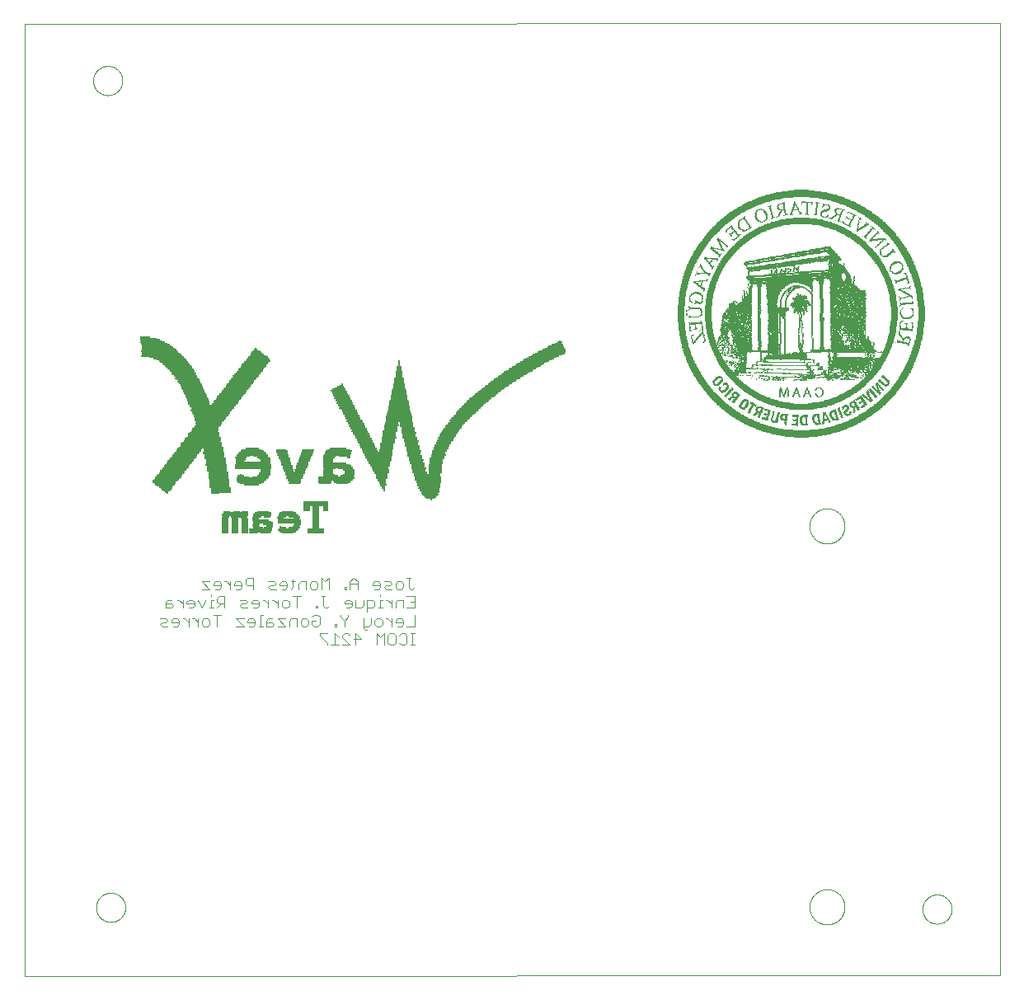
<source format=gbo>
G75*
%MOIN*%
%OFA0B0*%
%FSLAX25Y25*%
%IPPOS*%
%LPD*%
%AMOC8*
5,1,8,0,0,1.08239X$1,22.5*
%
%ADD10C,0.00000*%
%ADD11R,0.07000X0.00500*%
%ADD12R,0.05000X0.00500*%
%ADD13R,0.04000X0.00500*%
%ADD14R,0.03500X0.00500*%
%ADD15R,0.02500X0.00500*%
%ADD16R,0.09000X0.00500*%
%ADD17R,0.08000X0.00500*%
%ADD18R,0.09500X0.00500*%
%ADD19R,0.03000X0.00500*%
%ADD20R,0.04500X0.00500*%
%ADD21R,0.00500X0.00500*%
%ADD22R,0.07500X0.00500*%
%ADD23R,0.06500X0.00500*%
%ADD24R,0.10500X0.00500*%
%ADD25R,0.10000X0.00500*%
%ADD26R,0.02000X0.00500*%
%ADD27R,0.01000X0.00500*%
%ADD28R,0.05500X0.00500*%
%ADD29R,0.01500X0.00500*%
%ADD30R,0.08500X0.00500*%
%ADD31R,0.06000X0.00500*%
%ADD32R,0.11500X0.00500*%
%ADD33R,0.14000X0.00500*%
%ADD34R,0.12000X0.00500*%
%ADD35R,0.14500X0.00500*%
%ADD36R,0.12500X0.00500*%
%ADD37R,0.11000X0.00500*%
%ADD38R,0.18000X0.00500*%
%ADD39R,0.17000X0.00500*%
%ADD40R,0.16500X0.00500*%
%ADD41R,0.16000X0.00500*%
%ADD42R,0.15000X0.00500*%
%ADD43R,0.13000X0.00500*%
%ADD44R,0.13500X0.00500*%
%ADD45R,0.15500X0.00500*%
%ADD46R,0.17500X0.00500*%
%ADD47R,0.18500X0.00500*%
%ADD48C,0.00400*%
%ADD49R,0.06000X0.00200*%
%ADD50R,0.10400X0.00200*%
%ADD51R,0.13600X0.00200*%
%ADD52R,0.16400X0.00200*%
%ADD53R,0.18400X0.00200*%
%ADD54R,0.20800X0.00200*%
%ADD55R,0.22400X0.00200*%
%ADD56R,0.24000X0.00200*%
%ADD57R,0.25600X0.00200*%
%ADD58R,0.27200X0.00200*%
%ADD59R,0.28400X0.00200*%
%ADD60R,0.30000X0.00200*%
%ADD61R,0.31200X0.00200*%
%ADD62R,0.32400X0.00200*%
%ADD63R,0.13400X0.00200*%
%ADD64R,0.11800X0.00200*%
%ADD65R,0.10600X0.00200*%
%ADD66R,0.10000X0.00200*%
%ADD67R,0.09400X0.00200*%
%ADD68R,0.09000X0.00200*%
%ADD69R,0.08800X0.00200*%
%ADD70R,0.08200X0.00200*%
%ADD71R,0.07800X0.00200*%
%ADD72R,0.00600X0.00200*%
%ADD73R,0.07600X0.00200*%
%ADD74R,0.02200X0.00200*%
%ADD75R,0.02600X0.00200*%
%ADD76R,0.07400X0.00200*%
%ADD77R,0.00800X0.00200*%
%ADD78R,0.02400X0.00200*%
%ADD79R,0.07200X0.00200*%
%ADD80R,0.07000X0.00200*%
%ADD81R,0.00400X0.00200*%
%ADD82R,0.01200X0.00200*%
%ADD83R,0.01000X0.00200*%
%ADD84R,0.06800X0.00200*%
%ADD85R,0.02800X0.00200*%
%ADD86R,0.06600X0.00200*%
%ADD87R,0.01800X0.00200*%
%ADD88R,0.06200X0.00200*%
%ADD89R,0.01600X0.00200*%
%ADD90R,0.02000X0.00200*%
%ADD91R,0.05800X0.00200*%
%ADD92R,0.01400X0.00200*%
%ADD93R,0.03000X0.00200*%
%ADD94R,0.00200X0.00200*%
%ADD95R,0.05600X0.00200*%
%ADD96R,0.05400X0.00200*%
%ADD97R,0.05200X0.00200*%
%ADD98R,0.05000X0.00200*%
%ADD99R,0.04800X0.00200*%
%ADD100R,0.04600X0.00200*%
%ADD101R,0.06400X0.00200*%
%ADD102R,0.04400X0.00200*%
%ADD103R,0.12800X0.00200*%
%ADD104R,0.15600X0.00200*%
%ADD105R,0.17200X0.00200*%
%ADD106R,0.03200X0.00200*%
%ADD107R,0.18800X0.00200*%
%ADD108R,0.03400X0.00200*%
%ADD109R,0.20400X0.00200*%
%ADD110R,0.04200X0.00200*%
%ADD111R,0.21600X0.00200*%
%ADD112R,0.23200X0.00200*%
%ADD113R,0.24400X0.00200*%
%ADD114R,0.26400X0.00200*%
%ADD115R,0.11000X0.00200*%
%ADD116R,0.09800X0.00200*%
%ADD117R,0.08600X0.00200*%
%ADD118R,0.04000X0.00200*%
%ADD119R,0.08000X0.00200*%
%ADD120R,0.03600X0.00200*%
%ADD121R,0.03800X0.00200*%
%ADD122R,0.08400X0.00200*%
%ADD123R,0.11600X0.00200*%
%ADD124R,0.15200X0.00200*%
%ADD125R,0.16200X0.00200*%
%ADD126R,0.15000X0.00200*%
%ADD127R,0.16000X0.00200*%
%ADD128R,0.17000X0.00200*%
%ADD129R,0.10200X0.00200*%
%ADD130R,0.11200X0.00200*%
%ADD131R,0.19400X0.00200*%
%ADD132R,0.12200X0.00200*%
%ADD133R,0.17600X0.00200*%
%ADD134R,0.16800X0.00200*%
%ADD135R,0.18200X0.00200*%
%ADD136R,0.11400X0.00200*%
%ADD137R,0.13800X0.00200*%
%ADD138R,0.09200X0.00200*%
%ADD139R,0.09600X0.00200*%
%ADD140R,0.18600X0.00200*%
%ADD141R,0.19200X0.00200*%
%ADD142R,0.25800X0.00200*%
%ADD143R,0.26800X0.00200*%
%ADD144R,0.29000X0.00200*%
%ADD145R,0.31600X0.00200*%
%ADD146R,0.38400X0.00200*%
%ADD147R,0.10800X0.00200*%
%ADD148R,0.20200X0.00200*%
%ADD149R,0.13200X0.00200*%
%ADD150R,0.14000X0.00200*%
%ADD151R,0.14400X0.00200*%
%ADD152R,0.13000X0.00200*%
%ADD153R,0.12000X0.00200*%
%ADD154R,0.12400X0.00200*%
D10*
X0006800Y0001800D02*
X0006800Y0386761D01*
X0401251Y0387011D01*
X0401251Y0002050D01*
X0006800Y0001800D01*
X0035794Y0029600D02*
X0035796Y0029753D01*
X0035802Y0029907D01*
X0035812Y0030060D01*
X0035826Y0030212D01*
X0035844Y0030365D01*
X0035866Y0030516D01*
X0035891Y0030667D01*
X0035921Y0030818D01*
X0035955Y0030968D01*
X0035992Y0031116D01*
X0036033Y0031264D01*
X0036078Y0031410D01*
X0036127Y0031556D01*
X0036180Y0031700D01*
X0036236Y0031842D01*
X0036296Y0031983D01*
X0036360Y0032123D01*
X0036427Y0032261D01*
X0036498Y0032397D01*
X0036573Y0032531D01*
X0036650Y0032663D01*
X0036732Y0032793D01*
X0036816Y0032921D01*
X0036904Y0033047D01*
X0036995Y0033170D01*
X0037089Y0033291D01*
X0037187Y0033409D01*
X0037287Y0033525D01*
X0037391Y0033638D01*
X0037497Y0033749D01*
X0037606Y0033857D01*
X0037718Y0033962D01*
X0037832Y0034063D01*
X0037950Y0034162D01*
X0038069Y0034258D01*
X0038191Y0034351D01*
X0038316Y0034440D01*
X0038443Y0034527D01*
X0038572Y0034609D01*
X0038703Y0034689D01*
X0038836Y0034765D01*
X0038971Y0034838D01*
X0039108Y0034907D01*
X0039247Y0034972D01*
X0039387Y0035034D01*
X0039529Y0035092D01*
X0039672Y0035147D01*
X0039817Y0035198D01*
X0039963Y0035245D01*
X0040110Y0035288D01*
X0040258Y0035327D01*
X0040407Y0035363D01*
X0040557Y0035394D01*
X0040708Y0035422D01*
X0040859Y0035446D01*
X0041012Y0035466D01*
X0041164Y0035482D01*
X0041317Y0035494D01*
X0041470Y0035502D01*
X0041623Y0035506D01*
X0041777Y0035506D01*
X0041930Y0035502D01*
X0042083Y0035494D01*
X0042236Y0035482D01*
X0042388Y0035466D01*
X0042541Y0035446D01*
X0042692Y0035422D01*
X0042843Y0035394D01*
X0042993Y0035363D01*
X0043142Y0035327D01*
X0043290Y0035288D01*
X0043437Y0035245D01*
X0043583Y0035198D01*
X0043728Y0035147D01*
X0043871Y0035092D01*
X0044013Y0035034D01*
X0044153Y0034972D01*
X0044292Y0034907D01*
X0044429Y0034838D01*
X0044564Y0034765D01*
X0044697Y0034689D01*
X0044828Y0034609D01*
X0044957Y0034527D01*
X0045084Y0034440D01*
X0045209Y0034351D01*
X0045331Y0034258D01*
X0045450Y0034162D01*
X0045568Y0034063D01*
X0045682Y0033962D01*
X0045794Y0033857D01*
X0045903Y0033749D01*
X0046009Y0033638D01*
X0046113Y0033525D01*
X0046213Y0033409D01*
X0046311Y0033291D01*
X0046405Y0033170D01*
X0046496Y0033047D01*
X0046584Y0032921D01*
X0046668Y0032793D01*
X0046750Y0032663D01*
X0046827Y0032531D01*
X0046902Y0032397D01*
X0046973Y0032261D01*
X0047040Y0032123D01*
X0047104Y0031983D01*
X0047164Y0031842D01*
X0047220Y0031700D01*
X0047273Y0031556D01*
X0047322Y0031410D01*
X0047367Y0031264D01*
X0047408Y0031116D01*
X0047445Y0030968D01*
X0047479Y0030818D01*
X0047509Y0030667D01*
X0047534Y0030516D01*
X0047556Y0030365D01*
X0047574Y0030212D01*
X0047588Y0030060D01*
X0047598Y0029907D01*
X0047604Y0029753D01*
X0047606Y0029600D01*
X0047604Y0029447D01*
X0047598Y0029293D01*
X0047588Y0029140D01*
X0047574Y0028988D01*
X0047556Y0028835D01*
X0047534Y0028684D01*
X0047509Y0028533D01*
X0047479Y0028382D01*
X0047445Y0028232D01*
X0047408Y0028084D01*
X0047367Y0027936D01*
X0047322Y0027790D01*
X0047273Y0027644D01*
X0047220Y0027500D01*
X0047164Y0027358D01*
X0047104Y0027217D01*
X0047040Y0027077D01*
X0046973Y0026939D01*
X0046902Y0026803D01*
X0046827Y0026669D01*
X0046750Y0026537D01*
X0046668Y0026407D01*
X0046584Y0026279D01*
X0046496Y0026153D01*
X0046405Y0026030D01*
X0046311Y0025909D01*
X0046213Y0025791D01*
X0046113Y0025675D01*
X0046009Y0025562D01*
X0045903Y0025451D01*
X0045794Y0025343D01*
X0045682Y0025238D01*
X0045568Y0025137D01*
X0045450Y0025038D01*
X0045331Y0024942D01*
X0045209Y0024849D01*
X0045084Y0024760D01*
X0044957Y0024673D01*
X0044828Y0024591D01*
X0044697Y0024511D01*
X0044564Y0024435D01*
X0044429Y0024362D01*
X0044292Y0024293D01*
X0044153Y0024228D01*
X0044013Y0024166D01*
X0043871Y0024108D01*
X0043728Y0024053D01*
X0043583Y0024002D01*
X0043437Y0023955D01*
X0043290Y0023912D01*
X0043142Y0023873D01*
X0042993Y0023837D01*
X0042843Y0023806D01*
X0042692Y0023778D01*
X0042541Y0023754D01*
X0042388Y0023734D01*
X0042236Y0023718D01*
X0042083Y0023706D01*
X0041930Y0023698D01*
X0041777Y0023694D01*
X0041623Y0023694D01*
X0041470Y0023698D01*
X0041317Y0023706D01*
X0041164Y0023718D01*
X0041012Y0023734D01*
X0040859Y0023754D01*
X0040708Y0023778D01*
X0040557Y0023806D01*
X0040407Y0023837D01*
X0040258Y0023873D01*
X0040110Y0023912D01*
X0039963Y0023955D01*
X0039817Y0024002D01*
X0039672Y0024053D01*
X0039529Y0024108D01*
X0039387Y0024166D01*
X0039247Y0024228D01*
X0039108Y0024293D01*
X0038971Y0024362D01*
X0038836Y0024435D01*
X0038703Y0024511D01*
X0038572Y0024591D01*
X0038443Y0024673D01*
X0038316Y0024760D01*
X0038191Y0024849D01*
X0038069Y0024942D01*
X0037950Y0025038D01*
X0037832Y0025137D01*
X0037718Y0025238D01*
X0037606Y0025343D01*
X0037497Y0025451D01*
X0037391Y0025562D01*
X0037287Y0025675D01*
X0037187Y0025791D01*
X0037089Y0025909D01*
X0036995Y0026030D01*
X0036904Y0026153D01*
X0036816Y0026279D01*
X0036732Y0026407D01*
X0036650Y0026537D01*
X0036573Y0026669D01*
X0036498Y0026803D01*
X0036427Y0026939D01*
X0036360Y0027077D01*
X0036296Y0027217D01*
X0036236Y0027358D01*
X0036180Y0027500D01*
X0036127Y0027644D01*
X0036078Y0027790D01*
X0036033Y0027936D01*
X0035992Y0028084D01*
X0035955Y0028232D01*
X0035921Y0028382D01*
X0035891Y0028533D01*
X0035866Y0028684D01*
X0035844Y0028835D01*
X0035826Y0028988D01*
X0035812Y0029140D01*
X0035802Y0029293D01*
X0035796Y0029447D01*
X0035794Y0029600D01*
X0324200Y0029800D02*
X0324202Y0029974D01*
X0324209Y0030148D01*
X0324219Y0030322D01*
X0324234Y0030496D01*
X0324253Y0030669D01*
X0324277Y0030842D01*
X0324305Y0031014D01*
X0324336Y0031185D01*
X0324373Y0031356D01*
X0324413Y0031525D01*
X0324457Y0031694D01*
X0324506Y0031861D01*
X0324558Y0032027D01*
X0324615Y0032192D01*
X0324676Y0032355D01*
X0324740Y0032517D01*
X0324809Y0032677D01*
X0324882Y0032836D01*
X0324958Y0032992D01*
X0325038Y0033147D01*
X0325122Y0033300D01*
X0325210Y0033450D01*
X0325302Y0033598D01*
X0325397Y0033745D01*
X0325495Y0033888D01*
X0325597Y0034029D01*
X0325703Y0034168D01*
X0325812Y0034304D01*
X0325924Y0034438D01*
X0326039Y0034568D01*
X0326158Y0034696D01*
X0326280Y0034820D01*
X0326404Y0034942D01*
X0326532Y0035061D01*
X0326662Y0035176D01*
X0326796Y0035288D01*
X0326932Y0035397D01*
X0327071Y0035503D01*
X0327212Y0035605D01*
X0327355Y0035703D01*
X0327502Y0035798D01*
X0327650Y0035890D01*
X0327800Y0035978D01*
X0327953Y0036062D01*
X0328108Y0036142D01*
X0328264Y0036218D01*
X0328423Y0036291D01*
X0328583Y0036360D01*
X0328745Y0036424D01*
X0328908Y0036485D01*
X0329073Y0036542D01*
X0329239Y0036594D01*
X0329406Y0036643D01*
X0329575Y0036687D01*
X0329744Y0036727D01*
X0329915Y0036764D01*
X0330086Y0036795D01*
X0330258Y0036823D01*
X0330431Y0036847D01*
X0330604Y0036866D01*
X0330778Y0036881D01*
X0330952Y0036891D01*
X0331126Y0036898D01*
X0331300Y0036900D01*
X0331474Y0036898D01*
X0331648Y0036891D01*
X0331822Y0036881D01*
X0331996Y0036866D01*
X0332169Y0036847D01*
X0332342Y0036823D01*
X0332514Y0036795D01*
X0332685Y0036764D01*
X0332856Y0036727D01*
X0333025Y0036687D01*
X0333194Y0036643D01*
X0333361Y0036594D01*
X0333527Y0036542D01*
X0333692Y0036485D01*
X0333855Y0036424D01*
X0334017Y0036360D01*
X0334177Y0036291D01*
X0334336Y0036218D01*
X0334492Y0036142D01*
X0334647Y0036062D01*
X0334800Y0035978D01*
X0334950Y0035890D01*
X0335098Y0035798D01*
X0335245Y0035703D01*
X0335388Y0035605D01*
X0335529Y0035503D01*
X0335668Y0035397D01*
X0335804Y0035288D01*
X0335938Y0035176D01*
X0336068Y0035061D01*
X0336196Y0034942D01*
X0336320Y0034820D01*
X0336442Y0034696D01*
X0336561Y0034568D01*
X0336676Y0034438D01*
X0336788Y0034304D01*
X0336897Y0034168D01*
X0337003Y0034029D01*
X0337105Y0033888D01*
X0337203Y0033745D01*
X0337298Y0033598D01*
X0337390Y0033450D01*
X0337478Y0033300D01*
X0337562Y0033147D01*
X0337642Y0032992D01*
X0337718Y0032836D01*
X0337791Y0032677D01*
X0337860Y0032517D01*
X0337924Y0032355D01*
X0337985Y0032192D01*
X0338042Y0032027D01*
X0338094Y0031861D01*
X0338143Y0031694D01*
X0338187Y0031525D01*
X0338227Y0031356D01*
X0338264Y0031185D01*
X0338295Y0031014D01*
X0338323Y0030842D01*
X0338347Y0030669D01*
X0338366Y0030496D01*
X0338381Y0030322D01*
X0338391Y0030148D01*
X0338398Y0029974D01*
X0338400Y0029800D01*
X0338398Y0029626D01*
X0338391Y0029452D01*
X0338381Y0029278D01*
X0338366Y0029104D01*
X0338347Y0028931D01*
X0338323Y0028758D01*
X0338295Y0028586D01*
X0338264Y0028415D01*
X0338227Y0028244D01*
X0338187Y0028075D01*
X0338143Y0027906D01*
X0338094Y0027739D01*
X0338042Y0027573D01*
X0337985Y0027408D01*
X0337924Y0027245D01*
X0337860Y0027083D01*
X0337791Y0026923D01*
X0337718Y0026764D01*
X0337642Y0026608D01*
X0337562Y0026453D01*
X0337478Y0026300D01*
X0337390Y0026150D01*
X0337298Y0026002D01*
X0337203Y0025855D01*
X0337105Y0025712D01*
X0337003Y0025571D01*
X0336897Y0025432D01*
X0336788Y0025296D01*
X0336676Y0025162D01*
X0336561Y0025032D01*
X0336442Y0024904D01*
X0336320Y0024780D01*
X0336196Y0024658D01*
X0336068Y0024539D01*
X0335938Y0024424D01*
X0335804Y0024312D01*
X0335668Y0024203D01*
X0335529Y0024097D01*
X0335388Y0023995D01*
X0335245Y0023897D01*
X0335098Y0023802D01*
X0334950Y0023710D01*
X0334800Y0023622D01*
X0334647Y0023538D01*
X0334492Y0023458D01*
X0334336Y0023382D01*
X0334177Y0023309D01*
X0334017Y0023240D01*
X0333855Y0023176D01*
X0333692Y0023115D01*
X0333527Y0023058D01*
X0333361Y0023006D01*
X0333194Y0022957D01*
X0333025Y0022913D01*
X0332856Y0022873D01*
X0332685Y0022836D01*
X0332514Y0022805D01*
X0332342Y0022777D01*
X0332169Y0022753D01*
X0331996Y0022734D01*
X0331822Y0022719D01*
X0331648Y0022709D01*
X0331474Y0022702D01*
X0331300Y0022700D01*
X0331126Y0022702D01*
X0330952Y0022709D01*
X0330778Y0022719D01*
X0330604Y0022734D01*
X0330431Y0022753D01*
X0330258Y0022777D01*
X0330086Y0022805D01*
X0329915Y0022836D01*
X0329744Y0022873D01*
X0329575Y0022913D01*
X0329406Y0022957D01*
X0329239Y0023006D01*
X0329073Y0023058D01*
X0328908Y0023115D01*
X0328745Y0023176D01*
X0328583Y0023240D01*
X0328423Y0023309D01*
X0328264Y0023382D01*
X0328108Y0023458D01*
X0327953Y0023538D01*
X0327800Y0023622D01*
X0327650Y0023710D01*
X0327502Y0023802D01*
X0327355Y0023897D01*
X0327212Y0023995D01*
X0327071Y0024097D01*
X0326932Y0024203D01*
X0326796Y0024312D01*
X0326662Y0024424D01*
X0326532Y0024539D01*
X0326404Y0024658D01*
X0326280Y0024780D01*
X0326158Y0024904D01*
X0326039Y0025032D01*
X0325924Y0025162D01*
X0325812Y0025296D01*
X0325703Y0025432D01*
X0325597Y0025571D01*
X0325495Y0025712D01*
X0325397Y0025855D01*
X0325302Y0026002D01*
X0325210Y0026150D01*
X0325122Y0026300D01*
X0325038Y0026453D01*
X0324958Y0026608D01*
X0324882Y0026764D01*
X0324809Y0026923D01*
X0324740Y0027083D01*
X0324676Y0027245D01*
X0324615Y0027408D01*
X0324558Y0027573D01*
X0324506Y0027739D01*
X0324457Y0027906D01*
X0324413Y0028075D01*
X0324373Y0028244D01*
X0324336Y0028415D01*
X0324305Y0028586D01*
X0324277Y0028758D01*
X0324253Y0028931D01*
X0324234Y0029104D01*
X0324219Y0029278D01*
X0324209Y0029452D01*
X0324202Y0029626D01*
X0324200Y0029800D01*
X0369894Y0028900D02*
X0369896Y0029053D01*
X0369902Y0029207D01*
X0369912Y0029360D01*
X0369926Y0029512D01*
X0369944Y0029665D01*
X0369966Y0029816D01*
X0369991Y0029967D01*
X0370021Y0030118D01*
X0370055Y0030268D01*
X0370092Y0030416D01*
X0370133Y0030564D01*
X0370178Y0030710D01*
X0370227Y0030856D01*
X0370280Y0031000D01*
X0370336Y0031142D01*
X0370396Y0031283D01*
X0370460Y0031423D01*
X0370527Y0031561D01*
X0370598Y0031697D01*
X0370673Y0031831D01*
X0370750Y0031963D01*
X0370832Y0032093D01*
X0370916Y0032221D01*
X0371004Y0032347D01*
X0371095Y0032470D01*
X0371189Y0032591D01*
X0371287Y0032709D01*
X0371387Y0032825D01*
X0371491Y0032938D01*
X0371597Y0033049D01*
X0371706Y0033157D01*
X0371818Y0033262D01*
X0371932Y0033363D01*
X0372050Y0033462D01*
X0372169Y0033558D01*
X0372291Y0033651D01*
X0372416Y0033740D01*
X0372543Y0033827D01*
X0372672Y0033909D01*
X0372803Y0033989D01*
X0372936Y0034065D01*
X0373071Y0034138D01*
X0373208Y0034207D01*
X0373347Y0034272D01*
X0373487Y0034334D01*
X0373629Y0034392D01*
X0373772Y0034447D01*
X0373917Y0034498D01*
X0374063Y0034545D01*
X0374210Y0034588D01*
X0374358Y0034627D01*
X0374507Y0034663D01*
X0374657Y0034694D01*
X0374808Y0034722D01*
X0374959Y0034746D01*
X0375112Y0034766D01*
X0375264Y0034782D01*
X0375417Y0034794D01*
X0375570Y0034802D01*
X0375723Y0034806D01*
X0375877Y0034806D01*
X0376030Y0034802D01*
X0376183Y0034794D01*
X0376336Y0034782D01*
X0376488Y0034766D01*
X0376641Y0034746D01*
X0376792Y0034722D01*
X0376943Y0034694D01*
X0377093Y0034663D01*
X0377242Y0034627D01*
X0377390Y0034588D01*
X0377537Y0034545D01*
X0377683Y0034498D01*
X0377828Y0034447D01*
X0377971Y0034392D01*
X0378113Y0034334D01*
X0378253Y0034272D01*
X0378392Y0034207D01*
X0378529Y0034138D01*
X0378664Y0034065D01*
X0378797Y0033989D01*
X0378928Y0033909D01*
X0379057Y0033827D01*
X0379184Y0033740D01*
X0379309Y0033651D01*
X0379431Y0033558D01*
X0379550Y0033462D01*
X0379668Y0033363D01*
X0379782Y0033262D01*
X0379894Y0033157D01*
X0380003Y0033049D01*
X0380109Y0032938D01*
X0380213Y0032825D01*
X0380313Y0032709D01*
X0380411Y0032591D01*
X0380505Y0032470D01*
X0380596Y0032347D01*
X0380684Y0032221D01*
X0380768Y0032093D01*
X0380850Y0031963D01*
X0380927Y0031831D01*
X0381002Y0031697D01*
X0381073Y0031561D01*
X0381140Y0031423D01*
X0381204Y0031283D01*
X0381264Y0031142D01*
X0381320Y0031000D01*
X0381373Y0030856D01*
X0381422Y0030710D01*
X0381467Y0030564D01*
X0381508Y0030416D01*
X0381545Y0030268D01*
X0381579Y0030118D01*
X0381609Y0029967D01*
X0381634Y0029816D01*
X0381656Y0029665D01*
X0381674Y0029512D01*
X0381688Y0029360D01*
X0381698Y0029207D01*
X0381704Y0029053D01*
X0381706Y0028900D01*
X0381704Y0028747D01*
X0381698Y0028593D01*
X0381688Y0028440D01*
X0381674Y0028288D01*
X0381656Y0028135D01*
X0381634Y0027984D01*
X0381609Y0027833D01*
X0381579Y0027682D01*
X0381545Y0027532D01*
X0381508Y0027384D01*
X0381467Y0027236D01*
X0381422Y0027090D01*
X0381373Y0026944D01*
X0381320Y0026800D01*
X0381264Y0026658D01*
X0381204Y0026517D01*
X0381140Y0026377D01*
X0381073Y0026239D01*
X0381002Y0026103D01*
X0380927Y0025969D01*
X0380850Y0025837D01*
X0380768Y0025707D01*
X0380684Y0025579D01*
X0380596Y0025453D01*
X0380505Y0025330D01*
X0380411Y0025209D01*
X0380313Y0025091D01*
X0380213Y0024975D01*
X0380109Y0024862D01*
X0380003Y0024751D01*
X0379894Y0024643D01*
X0379782Y0024538D01*
X0379668Y0024437D01*
X0379550Y0024338D01*
X0379431Y0024242D01*
X0379309Y0024149D01*
X0379184Y0024060D01*
X0379057Y0023973D01*
X0378928Y0023891D01*
X0378797Y0023811D01*
X0378664Y0023735D01*
X0378529Y0023662D01*
X0378392Y0023593D01*
X0378253Y0023528D01*
X0378113Y0023466D01*
X0377971Y0023408D01*
X0377828Y0023353D01*
X0377683Y0023302D01*
X0377537Y0023255D01*
X0377390Y0023212D01*
X0377242Y0023173D01*
X0377093Y0023137D01*
X0376943Y0023106D01*
X0376792Y0023078D01*
X0376641Y0023054D01*
X0376488Y0023034D01*
X0376336Y0023018D01*
X0376183Y0023006D01*
X0376030Y0022998D01*
X0375877Y0022994D01*
X0375723Y0022994D01*
X0375570Y0022998D01*
X0375417Y0023006D01*
X0375264Y0023018D01*
X0375112Y0023034D01*
X0374959Y0023054D01*
X0374808Y0023078D01*
X0374657Y0023106D01*
X0374507Y0023137D01*
X0374358Y0023173D01*
X0374210Y0023212D01*
X0374063Y0023255D01*
X0373917Y0023302D01*
X0373772Y0023353D01*
X0373629Y0023408D01*
X0373487Y0023466D01*
X0373347Y0023528D01*
X0373208Y0023593D01*
X0373071Y0023662D01*
X0372936Y0023735D01*
X0372803Y0023811D01*
X0372672Y0023891D01*
X0372543Y0023973D01*
X0372416Y0024060D01*
X0372291Y0024149D01*
X0372169Y0024242D01*
X0372050Y0024338D01*
X0371932Y0024437D01*
X0371818Y0024538D01*
X0371706Y0024643D01*
X0371597Y0024751D01*
X0371491Y0024862D01*
X0371387Y0024975D01*
X0371287Y0025091D01*
X0371189Y0025209D01*
X0371095Y0025330D01*
X0371004Y0025453D01*
X0370916Y0025579D01*
X0370832Y0025707D01*
X0370750Y0025837D01*
X0370673Y0025969D01*
X0370598Y0026103D01*
X0370527Y0026239D01*
X0370460Y0026377D01*
X0370396Y0026517D01*
X0370336Y0026658D01*
X0370280Y0026800D01*
X0370227Y0026944D01*
X0370178Y0027090D01*
X0370133Y0027236D01*
X0370092Y0027384D01*
X0370055Y0027532D01*
X0370021Y0027682D01*
X0369991Y0027833D01*
X0369966Y0027984D01*
X0369944Y0028135D01*
X0369926Y0028288D01*
X0369912Y0028440D01*
X0369902Y0028593D01*
X0369896Y0028747D01*
X0369894Y0028900D01*
X0324200Y0183800D02*
X0324202Y0183974D01*
X0324209Y0184148D01*
X0324219Y0184322D01*
X0324234Y0184496D01*
X0324253Y0184669D01*
X0324277Y0184842D01*
X0324305Y0185014D01*
X0324336Y0185185D01*
X0324373Y0185356D01*
X0324413Y0185525D01*
X0324457Y0185694D01*
X0324506Y0185861D01*
X0324558Y0186027D01*
X0324615Y0186192D01*
X0324676Y0186355D01*
X0324740Y0186517D01*
X0324809Y0186677D01*
X0324882Y0186836D01*
X0324958Y0186992D01*
X0325038Y0187147D01*
X0325122Y0187300D01*
X0325210Y0187450D01*
X0325302Y0187598D01*
X0325397Y0187745D01*
X0325495Y0187888D01*
X0325597Y0188029D01*
X0325703Y0188168D01*
X0325812Y0188304D01*
X0325924Y0188438D01*
X0326039Y0188568D01*
X0326158Y0188696D01*
X0326280Y0188820D01*
X0326404Y0188942D01*
X0326532Y0189061D01*
X0326662Y0189176D01*
X0326796Y0189288D01*
X0326932Y0189397D01*
X0327071Y0189503D01*
X0327212Y0189605D01*
X0327355Y0189703D01*
X0327502Y0189798D01*
X0327650Y0189890D01*
X0327800Y0189978D01*
X0327953Y0190062D01*
X0328108Y0190142D01*
X0328264Y0190218D01*
X0328423Y0190291D01*
X0328583Y0190360D01*
X0328745Y0190424D01*
X0328908Y0190485D01*
X0329073Y0190542D01*
X0329239Y0190594D01*
X0329406Y0190643D01*
X0329575Y0190687D01*
X0329744Y0190727D01*
X0329915Y0190764D01*
X0330086Y0190795D01*
X0330258Y0190823D01*
X0330431Y0190847D01*
X0330604Y0190866D01*
X0330778Y0190881D01*
X0330952Y0190891D01*
X0331126Y0190898D01*
X0331300Y0190900D01*
X0331474Y0190898D01*
X0331648Y0190891D01*
X0331822Y0190881D01*
X0331996Y0190866D01*
X0332169Y0190847D01*
X0332342Y0190823D01*
X0332514Y0190795D01*
X0332685Y0190764D01*
X0332856Y0190727D01*
X0333025Y0190687D01*
X0333194Y0190643D01*
X0333361Y0190594D01*
X0333527Y0190542D01*
X0333692Y0190485D01*
X0333855Y0190424D01*
X0334017Y0190360D01*
X0334177Y0190291D01*
X0334336Y0190218D01*
X0334492Y0190142D01*
X0334647Y0190062D01*
X0334800Y0189978D01*
X0334950Y0189890D01*
X0335098Y0189798D01*
X0335245Y0189703D01*
X0335388Y0189605D01*
X0335529Y0189503D01*
X0335668Y0189397D01*
X0335804Y0189288D01*
X0335938Y0189176D01*
X0336068Y0189061D01*
X0336196Y0188942D01*
X0336320Y0188820D01*
X0336442Y0188696D01*
X0336561Y0188568D01*
X0336676Y0188438D01*
X0336788Y0188304D01*
X0336897Y0188168D01*
X0337003Y0188029D01*
X0337105Y0187888D01*
X0337203Y0187745D01*
X0337298Y0187598D01*
X0337390Y0187450D01*
X0337478Y0187300D01*
X0337562Y0187147D01*
X0337642Y0186992D01*
X0337718Y0186836D01*
X0337791Y0186677D01*
X0337860Y0186517D01*
X0337924Y0186355D01*
X0337985Y0186192D01*
X0338042Y0186027D01*
X0338094Y0185861D01*
X0338143Y0185694D01*
X0338187Y0185525D01*
X0338227Y0185356D01*
X0338264Y0185185D01*
X0338295Y0185014D01*
X0338323Y0184842D01*
X0338347Y0184669D01*
X0338366Y0184496D01*
X0338381Y0184322D01*
X0338391Y0184148D01*
X0338398Y0183974D01*
X0338400Y0183800D01*
X0338398Y0183626D01*
X0338391Y0183452D01*
X0338381Y0183278D01*
X0338366Y0183104D01*
X0338347Y0182931D01*
X0338323Y0182758D01*
X0338295Y0182586D01*
X0338264Y0182415D01*
X0338227Y0182244D01*
X0338187Y0182075D01*
X0338143Y0181906D01*
X0338094Y0181739D01*
X0338042Y0181573D01*
X0337985Y0181408D01*
X0337924Y0181245D01*
X0337860Y0181083D01*
X0337791Y0180923D01*
X0337718Y0180764D01*
X0337642Y0180608D01*
X0337562Y0180453D01*
X0337478Y0180300D01*
X0337390Y0180150D01*
X0337298Y0180002D01*
X0337203Y0179855D01*
X0337105Y0179712D01*
X0337003Y0179571D01*
X0336897Y0179432D01*
X0336788Y0179296D01*
X0336676Y0179162D01*
X0336561Y0179032D01*
X0336442Y0178904D01*
X0336320Y0178780D01*
X0336196Y0178658D01*
X0336068Y0178539D01*
X0335938Y0178424D01*
X0335804Y0178312D01*
X0335668Y0178203D01*
X0335529Y0178097D01*
X0335388Y0177995D01*
X0335245Y0177897D01*
X0335098Y0177802D01*
X0334950Y0177710D01*
X0334800Y0177622D01*
X0334647Y0177538D01*
X0334492Y0177458D01*
X0334336Y0177382D01*
X0334177Y0177309D01*
X0334017Y0177240D01*
X0333855Y0177176D01*
X0333692Y0177115D01*
X0333527Y0177058D01*
X0333361Y0177006D01*
X0333194Y0176957D01*
X0333025Y0176913D01*
X0332856Y0176873D01*
X0332685Y0176836D01*
X0332514Y0176805D01*
X0332342Y0176777D01*
X0332169Y0176753D01*
X0331996Y0176734D01*
X0331822Y0176719D01*
X0331648Y0176709D01*
X0331474Y0176702D01*
X0331300Y0176700D01*
X0331126Y0176702D01*
X0330952Y0176709D01*
X0330778Y0176719D01*
X0330604Y0176734D01*
X0330431Y0176753D01*
X0330258Y0176777D01*
X0330086Y0176805D01*
X0329915Y0176836D01*
X0329744Y0176873D01*
X0329575Y0176913D01*
X0329406Y0176957D01*
X0329239Y0177006D01*
X0329073Y0177058D01*
X0328908Y0177115D01*
X0328745Y0177176D01*
X0328583Y0177240D01*
X0328423Y0177309D01*
X0328264Y0177382D01*
X0328108Y0177458D01*
X0327953Y0177538D01*
X0327800Y0177622D01*
X0327650Y0177710D01*
X0327502Y0177802D01*
X0327355Y0177897D01*
X0327212Y0177995D01*
X0327071Y0178097D01*
X0326932Y0178203D01*
X0326796Y0178312D01*
X0326662Y0178424D01*
X0326532Y0178539D01*
X0326404Y0178658D01*
X0326280Y0178780D01*
X0326158Y0178904D01*
X0326039Y0179032D01*
X0325924Y0179162D01*
X0325812Y0179296D01*
X0325703Y0179432D01*
X0325597Y0179571D01*
X0325495Y0179712D01*
X0325397Y0179855D01*
X0325302Y0180002D01*
X0325210Y0180150D01*
X0325122Y0180300D01*
X0325038Y0180453D01*
X0324958Y0180608D01*
X0324882Y0180764D01*
X0324809Y0180923D01*
X0324740Y0181083D01*
X0324676Y0181245D01*
X0324615Y0181408D01*
X0324558Y0181573D01*
X0324506Y0181739D01*
X0324457Y0181906D01*
X0324413Y0182075D01*
X0324373Y0182244D01*
X0324336Y0182415D01*
X0324305Y0182586D01*
X0324277Y0182758D01*
X0324253Y0182931D01*
X0324234Y0183104D01*
X0324219Y0183278D01*
X0324209Y0183452D01*
X0324202Y0183626D01*
X0324200Y0183800D01*
X0034594Y0363900D02*
X0034596Y0364053D01*
X0034602Y0364207D01*
X0034612Y0364360D01*
X0034626Y0364512D01*
X0034644Y0364665D01*
X0034666Y0364816D01*
X0034691Y0364967D01*
X0034721Y0365118D01*
X0034755Y0365268D01*
X0034792Y0365416D01*
X0034833Y0365564D01*
X0034878Y0365710D01*
X0034927Y0365856D01*
X0034980Y0366000D01*
X0035036Y0366142D01*
X0035096Y0366283D01*
X0035160Y0366423D01*
X0035227Y0366561D01*
X0035298Y0366697D01*
X0035373Y0366831D01*
X0035450Y0366963D01*
X0035532Y0367093D01*
X0035616Y0367221D01*
X0035704Y0367347D01*
X0035795Y0367470D01*
X0035889Y0367591D01*
X0035987Y0367709D01*
X0036087Y0367825D01*
X0036191Y0367938D01*
X0036297Y0368049D01*
X0036406Y0368157D01*
X0036518Y0368262D01*
X0036632Y0368363D01*
X0036750Y0368462D01*
X0036869Y0368558D01*
X0036991Y0368651D01*
X0037116Y0368740D01*
X0037243Y0368827D01*
X0037372Y0368909D01*
X0037503Y0368989D01*
X0037636Y0369065D01*
X0037771Y0369138D01*
X0037908Y0369207D01*
X0038047Y0369272D01*
X0038187Y0369334D01*
X0038329Y0369392D01*
X0038472Y0369447D01*
X0038617Y0369498D01*
X0038763Y0369545D01*
X0038910Y0369588D01*
X0039058Y0369627D01*
X0039207Y0369663D01*
X0039357Y0369694D01*
X0039508Y0369722D01*
X0039659Y0369746D01*
X0039812Y0369766D01*
X0039964Y0369782D01*
X0040117Y0369794D01*
X0040270Y0369802D01*
X0040423Y0369806D01*
X0040577Y0369806D01*
X0040730Y0369802D01*
X0040883Y0369794D01*
X0041036Y0369782D01*
X0041188Y0369766D01*
X0041341Y0369746D01*
X0041492Y0369722D01*
X0041643Y0369694D01*
X0041793Y0369663D01*
X0041942Y0369627D01*
X0042090Y0369588D01*
X0042237Y0369545D01*
X0042383Y0369498D01*
X0042528Y0369447D01*
X0042671Y0369392D01*
X0042813Y0369334D01*
X0042953Y0369272D01*
X0043092Y0369207D01*
X0043229Y0369138D01*
X0043364Y0369065D01*
X0043497Y0368989D01*
X0043628Y0368909D01*
X0043757Y0368827D01*
X0043884Y0368740D01*
X0044009Y0368651D01*
X0044131Y0368558D01*
X0044250Y0368462D01*
X0044368Y0368363D01*
X0044482Y0368262D01*
X0044594Y0368157D01*
X0044703Y0368049D01*
X0044809Y0367938D01*
X0044913Y0367825D01*
X0045013Y0367709D01*
X0045111Y0367591D01*
X0045205Y0367470D01*
X0045296Y0367347D01*
X0045384Y0367221D01*
X0045468Y0367093D01*
X0045550Y0366963D01*
X0045627Y0366831D01*
X0045702Y0366697D01*
X0045773Y0366561D01*
X0045840Y0366423D01*
X0045904Y0366283D01*
X0045964Y0366142D01*
X0046020Y0366000D01*
X0046073Y0365856D01*
X0046122Y0365710D01*
X0046167Y0365564D01*
X0046208Y0365416D01*
X0046245Y0365268D01*
X0046279Y0365118D01*
X0046309Y0364967D01*
X0046334Y0364816D01*
X0046356Y0364665D01*
X0046374Y0364512D01*
X0046388Y0364360D01*
X0046398Y0364207D01*
X0046404Y0364053D01*
X0046406Y0363900D01*
X0046404Y0363747D01*
X0046398Y0363593D01*
X0046388Y0363440D01*
X0046374Y0363288D01*
X0046356Y0363135D01*
X0046334Y0362984D01*
X0046309Y0362833D01*
X0046279Y0362682D01*
X0046245Y0362532D01*
X0046208Y0362384D01*
X0046167Y0362236D01*
X0046122Y0362090D01*
X0046073Y0361944D01*
X0046020Y0361800D01*
X0045964Y0361658D01*
X0045904Y0361517D01*
X0045840Y0361377D01*
X0045773Y0361239D01*
X0045702Y0361103D01*
X0045627Y0360969D01*
X0045550Y0360837D01*
X0045468Y0360707D01*
X0045384Y0360579D01*
X0045296Y0360453D01*
X0045205Y0360330D01*
X0045111Y0360209D01*
X0045013Y0360091D01*
X0044913Y0359975D01*
X0044809Y0359862D01*
X0044703Y0359751D01*
X0044594Y0359643D01*
X0044482Y0359538D01*
X0044368Y0359437D01*
X0044250Y0359338D01*
X0044131Y0359242D01*
X0044009Y0359149D01*
X0043884Y0359060D01*
X0043757Y0358973D01*
X0043628Y0358891D01*
X0043497Y0358811D01*
X0043364Y0358735D01*
X0043229Y0358662D01*
X0043092Y0358593D01*
X0042953Y0358528D01*
X0042813Y0358466D01*
X0042671Y0358408D01*
X0042528Y0358353D01*
X0042383Y0358302D01*
X0042237Y0358255D01*
X0042090Y0358212D01*
X0041942Y0358173D01*
X0041793Y0358137D01*
X0041643Y0358106D01*
X0041492Y0358078D01*
X0041341Y0358054D01*
X0041188Y0358034D01*
X0041036Y0358018D01*
X0040883Y0358006D01*
X0040730Y0357998D01*
X0040577Y0357994D01*
X0040423Y0357994D01*
X0040270Y0357998D01*
X0040117Y0358006D01*
X0039964Y0358018D01*
X0039812Y0358034D01*
X0039659Y0358054D01*
X0039508Y0358078D01*
X0039357Y0358106D01*
X0039207Y0358137D01*
X0039058Y0358173D01*
X0038910Y0358212D01*
X0038763Y0358255D01*
X0038617Y0358302D01*
X0038472Y0358353D01*
X0038329Y0358408D01*
X0038187Y0358466D01*
X0038047Y0358528D01*
X0037908Y0358593D01*
X0037771Y0358662D01*
X0037636Y0358735D01*
X0037503Y0358811D01*
X0037372Y0358891D01*
X0037243Y0358973D01*
X0037116Y0359060D01*
X0036991Y0359149D01*
X0036869Y0359242D01*
X0036750Y0359338D01*
X0036632Y0359437D01*
X0036518Y0359538D01*
X0036406Y0359643D01*
X0036297Y0359751D01*
X0036191Y0359862D01*
X0036087Y0359975D01*
X0035987Y0360091D01*
X0035889Y0360209D01*
X0035795Y0360330D01*
X0035704Y0360453D01*
X0035616Y0360579D01*
X0035532Y0360707D01*
X0035450Y0360837D01*
X0035373Y0360969D01*
X0035298Y0361103D01*
X0035227Y0361239D01*
X0035160Y0361377D01*
X0035096Y0361517D01*
X0035036Y0361658D01*
X0034980Y0361800D01*
X0034927Y0361944D01*
X0034878Y0362090D01*
X0034833Y0362236D01*
X0034792Y0362384D01*
X0034755Y0362532D01*
X0034721Y0362682D01*
X0034691Y0362833D01*
X0034666Y0362984D01*
X0034644Y0363135D01*
X0034626Y0363288D01*
X0034612Y0363440D01*
X0034602Y0363593D01*
X0034596Y0363747D01*
X0034594Y0363900D01*
D11*
X0101150Y0252600D03*
X0133650Y0215100D03*
X0150650Y0207600D03*
X0150650Y0207100D03*
X0170650Y0197100D03*
X0178650Y0221600D03*
X0179650Y0223100D03*
X0180150Y0223600D03*
X0180650Y0224600D03*
X0181150Y0225100D03*
X0181650Y0225600D03*
X0182150Y0226100D03*
X0158150Y0235100D03*
X0158150Y0235600D03*
X0158150Y0236100D03*
X0116150Y0204100D03*
X0103150Y0189100D03*
X0093650Y0187600D03*
X0113150Y0181600D03*
X0124650Y0181600D03*
X0124650Y0182100D03*
X0124650Y0182600D03*
X0124650Y0181100D03*
X0063650Y0200100D03*
X0221650Y0256100D03*
D12*
X0222150Y0257100D03*
X0172650Y0205100D03*
X0151150Y0204600D03*
X0151150Y0204100D03*
X0130150Y0207100D03*
X0128150Y0201100D03*
X0120650Y0212100D03*
X0121650Y0214600D03*
X0116150Y0201600D03*
X0103150Y0204100D03*
X0103150Y0189600D03*
X0113150Y0181100D03*
X0064150Y0199100D03*
X0100650Y0253600D03*
X0158150Y0241100D03*
X0158150Y0240600D03*
X0158150Y0240100D03*
X0158150Y0239600D03*
D13*
X0158150Y0241600D03*
X0158150Y0242100D03*
X0158150Y0242600D03*
X0158150Y0243100D03*
X0158150Y0243600D03*
X0134150Y0239600D03*
X0110650Y0214600D03*
X0111150Y0213100D03*
X0111650Y0212100D03*
X0111650Y0211600D03*
X0112150Y0210600D03*
X0112150Y0210100D03*
X0112650Y0209600D03*
X0112650Y0209100D03*
X0112650Y0208600D03*
X0113150Y0208100D03*
X0113150Y0207600D03*
X0113150Y0207100D03*
X0113650Y0206600D03*
X0113650Y0206100D03*
X0118150Y0206100D03*
X0118650Y0207100D03*
X0119650Y0209600D03*
X0129650Y0209600D03*
X0129650Y0210100D03*
X0129650Y0210600D03*
X0129650Y0211100D03*
X0129650Y0206600D03*
X0129650Y0206100D03*
X0129650Y0205600D03*
X0129650Y0205100D03*
X0138150Y0205100D03*
X0138150Y0205600D03*
X0138150Y0206100D03*
X0105150Y0184600D03*
X0104150Y0181100D03*
X0101150Y0183100D03*
X0104150Y0205600D03*
X0104150Y0206100D03*
X0104150Y0206600D03*
X0104150Y0210100D03*
X0104150Y0210600D03*
X0094150Y0210600D03*
X0094150Y0211100D03*
X0064150Y0198600D03*
X0100650Y0254100D03*
X0055650Y0260100D03*
D14*
X0093900Y0210100D03*
X0083900Y0197100D03*
X0099400Y0181100D03*
X0100900Y0187600D03*
X0105400Y0183100D03*
X0110900Y0187600D03*
X0151400Y0202100D03*
X0151400Y0202600D03*
X0170900Y0195100D03*
D15*
X0151900Y0200600D03*
X0120900Y0191600D03*
X0120900Y0191100D03*
X0120900Y0190600D03*
X0120900Y0190100D03*
X0116900Y0187100D03*
X0116900Y0184100D03*
X0110400Y0187100D03*
X0105900Y0184100D03*
X0105900Y0183600D03*
X0104900Y0187600D03*
X0100400Y0187100D03*
X0100400Y0186600D03*
X0100400Y0184100D03*
X0095900Y0184100D03*
X0095900Y0184600D03*
X0095900Y0185100D03*
X0095900Y0185600D03*
X0095900Y0186100D03*
X0095900Y0186600D03*
X0095900Y0183600D03*
X0095900Y0183100D03*
X0095900Y0182600D03*
X0095900Y0182100D03*
X0095900Y0181600D03*
X0095900Y0181100D03*
X0091900Y0181100D03*
X0091900Y0181600D03*
X0091900Y0182100D03*
X0091900Y0182600D03*
X0091900Y0183100D03*
X0091900Y0183600D03*
X0091900Y0184100D03*
X0091900Y0184600D03*
X0091900Y0185100D03*
X0091900Y0185600D03*
X0091900Y0186100D03*
X0091900Y0186600D03*
X0091900Y0187100D03*
X0087900Y0187100D03*
X0087900Y0186600D03*
X0087900Y0186100D03*
X0087900Y0185600D03*
X0087900Y0185100D03*
X0087900Y0184600D03*
X0087900Y0184100D03*
X0087900Y0183600D03*
X0087900Y0183100D03*
X0087900Y0182600D03*
X0087900Y0182100D03*
X0087900Y0181600D03*
X0087900Y0181100D03*
X0095900Y0189600D03*
X0094400Y0204100D03*
X0064400Y0198100D03*
D16*
X0063650Y0201100D03*
X0076650Y0235600D03*
X0076150Y0236600D03*
X0075650Y0237600D03*
X0075150Y0238600D03*
X0074650Y0239600D03*
X0074650Y0240100D03*
X0074150Y0240600D03*
X0074150Y0241100D03*
X0073650Y0241600D03*
X0073150Y0242600D03*
X0072150Y0244100D03*
X0058150Y0258600D03*
X0101150Y0251600D03*
X0150150Y0209600D03*
X0158150Y0230600D03*
X0158150Y0231100D03*
X0158150Y0231600D03*
X0170650Y0199600D03*
X0194650Y0238100D03*
X0195150Y0238600D03*
X0196650Y0239600D03*
X0197150Y0240100D03*
X0198650Y0241100D03*
X0113650Y0186600D03*
X0102150Y0181600D03*
D17*
X0103150Y0185100D03*
X0113150Y0182100D03*
X0113650Y0182600D03*
X0113650Y0188100D03*
X0116150Y0205100D03*
X0116150Y0205600D03*
X0098650Y0214600D03*
X0085150Y0205600D03*
X0085150Y0205100D03*
X0085150Y0204600D03*
X0085150Y0204100D03*
X0085150Y0203600D03*
X0085150Y0203100D03*
X0085650Y0202600D03*
X0085650Y0202100D03*
X0085650Y0201600D03*
X0085650Y0201100D03*
X0085650Y0200600D03*
X0085650Y0200100D03*
X0085650Y0199600D03*
X0086150Y0199100D03*
X0086150Y0198600D03*
X0086150Y0198100D03*
X0086150Y0197600D03*
X0084650Y0206100D03*
X0084650Y0206600D03*
X0084650Y0207100D03*
X0084650Y0207600D03*
X0084650Y0208100D03*
X0084150Y0209100D03*
X0084150Y0209600D03*
X0084150Y0210100D03*
X0084150Y0210600D03*
X0083650Y0211600D03*
X0083650Y0212100D03*
X0083650Y0212600D03*
X0083150Y0214100D03*
X0083150Y0214600D03*
X0083150Y0215100D03*
X0063650Y0200600D03*
X0101150Y0252100D03*
X0057650Y0259100D03*
X0150650Y0208600D03*
X0150650Y0208100D03*
X0170650Y0198600D03*
X0170650Y0198100D03*
X0185150Y0229600D03*
X0185650Y0230100D03*
X0186150Y0230600D03*
X0186650Y0231100D03*
X0187150Y0231600D03*
X0187650Y0232100D03*
X0188150Y0232600D03*
X0188650Y0233100D03*
X0189150Y0233600D03*
X0158150Y0233600D03*
X0158150Y0234100D03*
X0158150Y0233100D03*
X0158150Y0232600D03*
X0221150Y0255600D03*
D18*
X0220900Y0255100D03*
X0202900Y0244100D03*
X0201400Y0243100D03*
X0200900Y0242600D03*
X0199900Y0242100D03*
X0199400Y0241600D03*
X0197900Y0240600D03*
X0158400Y0230100D03*
X0158400Y0229600D03*
X0150400Y0210100D03*
X0133900Y0214600D03*
X0132400Y0209100D03*
X0113900Y0186100D03*
X0113900Y0185600D03*
X0113900Y0185100D03*
X0102400Y0182600D03*
X0102400Y0182100D03*
X0098900Y0214100D03*
X0073400Y0242100D03*
X0072900Y0243100D03*
X0072400Y0243600D03*
X0071900Y0244600D03*
X0071400Y0245100D03*
X0070900Y0246100D03*
X0101400Y0251100D03*
X0063400Y0201600D03*
X0170400Y0201100D03*
X0170400Y0200600D03*
X0170400Y0200100D03*
D19*
X0151650Y0201100D03*
X0151650Y0201600D03*
X0124650Y0191600D03*
X0124650Y0191100D03*
X0124650Y0190600D03*
X0124650Y0190100D03*
X0124650Y0189600D03*
X0124650Y0189100D03*
X0124650Y0188600D03*
X0124650Y0188100D03*
X0124650Y0187600D03*
X0124650Y0187100D03*
X0124650Y0186600D03*
X0124650Y0186100D03*
X0124650Y0185600D03*
X0124650Y0185100D03*
X0124650Y0184600D03*
X0124650Y0184100D03*
X0124650Y0183600D03*
X0124650Y0183100D03*
X0117150Y0184600D03*
X0116650Y0183600D03*
X0111150Y0183100D03*
X0100650Y0183600D03*
X0100650Y0184600D03*
X0095650Y0187100D03*
X0092650Y0189600D03*
X0088650Y0189600D03*
X0088150Y0187600D03*
X0134650Y0240100D03*
X0158150Y0244100D03*
X0158150Y0244600D03*
X0158150Y0245100D03*
X0158150Y0245600D03*
X0158150Y0246100D03*
X0100650Y0254600D03*
X0222650Y0257600D03*
D20*
X0170900Y0195600D03*
X0151400Y0203100D03*
X0151400Y0203600D03*
X0137900Y0204600D03*
X0137900Y0206600D03*
X0136400Y0212100D03*
X0129900Y0211600D03*
X0129900Y0204600D03*
X0135400Y0201100D03*
X0121400Y0213600D03*
X0121400Y0214100D03*
X0120900Y0213100D03*
X0120900Y0212600D03*
X0120400Y0211600D03*
X0120400Y0211100D03*
X0119900Y0210600D03*
X0119900Y0210100D03*
X0119400Y0209100D03*
X0119400Y0208600D03*
X0118900Y0208100D03*
X0118900Y0207600D03*
X0118400Y0206600D03*
X0115900Y0201100D03*
X0111900Y0211100D03*
X0111400Y0212600D03*
X0110900Y0213600D03*
X0110900Y0214100D03*
X0103900Y0211100D03*
X0103400Y0211600D03*
X0103900Y0205100D03*
X0103900Y0204600D03*
X0095400Y0203600D03*
X0094400Y0211600D03*
X0113400Y0189600D03*
X0115900Y0187600D03*
X0115900Y0183100D03*
D21*
X0110400Y0183600D03*
X0135400Y0241100D03*
X0223400Y0258600D03*
D22*
X0184900Y0229100D03*
X0184400Y0228600D03*
X0183900Y0228100D03*
X0183400Y0227600D03*
X0182900Y0227100D03*
X0182400Y0226600D03*
X0158400Y0234600D03*
X0135400Y0202100D03*
X0115900Y0204600D03*
X0113400Y0188600D03*
X0102900Y0188600D03*
X0102900Y0188100D03*
X0102900Y0185600D03*
X0170900Y0197600D03*
D23*
X0170900Y0196600D03*
X0150900Y0206100D03*
X0150900Y0206600D03*
X0135400Y0201600D03*
X0115900Y0203100D03*
X0115900Y0203600D03*
X0102400Y0203600D03*
X0113400Y0189100D03*
X0102400Y0186100D03*
X0142900Y0221100D03*
X0142400Y0222100D03*
X0141900Y0223100D03*
X0141400Y0224100D03*
X0140900Y0225100D03*
X0140400Y0226100D03*
X0137400Y0231600D03*
X0136900Y0232600D03*
X0136400Y0233600D03*
X0135900Y0234600D03*
X0135400Y0235600D03*
X0134900Y0236600D03*
X0158400Y0236600D03*
X0178900Y0222100D03*
X0179400Y0222600D03*
X0180400Y0224100D03*
X0178400Y0221100D03*
X0177900Y0220600D03*
X0177900Y0220100D03*
X0177400Y0219600D03*
X0176900Y0218600D03*
X0056900Y0259600D03*
D24*
X0067900Y0249600D03*
X0068400Y0249100D03*
X0068900Y0248600D03*
X0069400Y0248100D03*
X0081400Y0225600D03*
X0081400Y0225100D03*
X0079900Y0223100D03*
X0079900Y0222600D03*
X0069900Y0210100D03*
X0064900Y0203600D03*
X0091900Y0188600D03*
X0091900Y0188100D03*
X0098400Y0201600D03*
X0098900Y0213600D03*
X0096400Y0244600D03*
X0133900Y0214100D03*
X0132900Y0208600D03*
X0149900Y0211600D03*
X0149900Y0212100D03*
X0158400Y0227100D03*
X0158400Y0227600D03*
X0158400Y0228100D03*
X0169900Y0203600D03*
X0169900Y0203100D03*
X0169900Y0202600D03*
X0205900Y0246100D03*
X0206900Y0246600D03*
X0208400Y0247600D03*
X0209400Y0248100D03*
X0210900Y0249100D03*
X0220400Y0254600D03*
D25*
X0207650Y0247100D03*
X0205150Y0245600D03*
X0204650Y0245100D03*
X0203650Y0244600D03*
X0202150Y0243600D03*
X0170150Y0202100D03*
X0170150Y0201600D03*
X0150150Y0210600D03*
X0150150Y0211100D03*
X0158150Y0228600D03*
X0158150Y0229100D03*
X0124650Y0193600D03*
X0124650Y0193100D03*
X0124650Y0192600D03*
X0124650Y0192100D03*
X0092150Y0189100D03*
X0069650Y0209600D03*
X0069150Y0209100D03*
X0068650Y0208600D03*
X0068150Y0208100D03*
X0068150Y0207600D03*
X0067650Y0207100D03*
X0067150Y0206600D03*
X0066650Y0206100D03*
X0066650Y0205600D03*
X0066150Y0205100D03*
X0065650Y0204600D03*
X0065150Y0204100D03*
X0064650Y0203100D03*
X0064150Y0202600D03*
X0063650Y0202100D03*
X0070150Y0210600D03*
X0070650Y0211100D03*
X0071150Y0211600D03*
X0071650Y0212100D03*
X0071650Y0212600D03*
X0072150Y0213100D03*
X0072650Y0213600D03*
X0073150Y0214100D03*
X0073150Y0214600D03*
X0073650Y0215100D03*
X0080150Y0223600D03*
X0080650Y0224100D03*
X0081150Y0224600D03*
X0087650Y0233100D03*
X0088150Y0233600D03*
X0088150Y0234100D03*
X0088650Y0234600D03*
X0089150Y0235100D03*
X0089650Y0235600D03*
X0089650Y0236100D03*
X0090150Y0236600D03*
X0090650Y0237100D03*
X0091150Y0237600D03*
X0091650Y0238100D03*
X0091650Y0238600D03*
X0092150Y0239100D03*
X0092650Y0239600D03*
X0093150Y0240100D03*
X0093150Y0240600D03*
X0093650Y0241100D03*
X0094150Y0241600D03*
X0094650Y0242100D03*
X0094650Y0242600D03*
X0095150Y0243100D03*
X0095650Y0243600D03*
X0096150Y0244100D03*
X0096650Y0245100D03*
X0097150Y0245600D03*
X0097650Y0246100D03*
X0098150Y0246600D03*
X0098150Y0247100D03*
X0098650Y0247600D03*
X0099150Y0248100D03*
X0099650Y0248600D03*
X0099650Y0249100D03*
X0100150Y0249600D03*
X0100650Y0250100D03*
X0101150Y0250600D03*
X0071150Y0245600D03*
X0070650Y0246600D03*
X0070150Y0247100D03*
X0069650Y0247600D03*
X0058650Y0258100D03*
D26*
X0128650Y0191600D03*
X0128650Y0191100D03*
X0128650Y0190600D03*
X0128650Y0190100D03*
X0151650Y0200100D03*
X0158150Y0246600D03*
X0158150Y0247100D03*
X0158150Y0247600D03*
X0158150Y0248100D03*
X0223150Y0258100D03*
D27*
X0158150Y0250600D03*
X0158150Y0250100D03*
X0158150Y0249600D03*
X0158150Y0249100D03*
X0158150Y0248600D03*
X0152150Y0198600D03*
X0152150Y0198100D03*
X0171150Y0194600D03*
X0100150Y0255600D03*
X0094150Y0204600D03*
X0064650Y0197100D03*
D28*
X0063900Y0199600D03*
X0095400Y0212100D03*
X0098900Y0215100D03*
X0115900Y0202600D03*
X0115900Y0202100D03*
X0128400Y0202100D03*
X0128400Y0201600D03*
X0130400Y0212100D03*
X0137400Y0204100D03*
X0150900Y0205100D03*
X0152900Y0214100D03*
X0152900Y0214600D03*
X0153400Y0215100D03*
X0153400Y0215600D03*
X0153400Y0216100D03*
X0153400Y0216600D03*
X0153400Y0217100D03*
X0153900Y0217600D03*
X0153900Y0218100D03*
X0153900Y0218600D03*
X0153900Y0219100D03*
X0154400Y0220100D03*
X0154400Y0220600D03*
X0154400Y0221100D03*
X0154400Y0221600D03*
X0154900Y0222600D03*
X0154900Y0223100D03*
X0154900Y0223600D03*
X0154900Y0224100D03*
X0155400Y0225100D03*
X0155400Y0225600D03*
X0161400Y0225600D03*
X0161400Y0225100D03*
X0161400Y0224600D03*
X0161400Y0224100D03*
X0161900Y0223600D03*
X0161900Y0223100D03*
X0161900Y0222600D03*
X0161900Y0222100D03*
X0162400Y0221100D03*
X0162400Y0220600D03*
X0162400Y0220100D03*
X0162900Y0219100D03*
X0162900Y0218600D03*
X0163400Y0217600D03*
X0163400Y0217100D03*
X0163400Y0216600D03*
X0163900Y0215600D03*
X0163900Y0215100D03*
X0163900Y0214600D03*
X0164400Y0213600D03*
X0164400Y0213100D03*
X0164400Y0212600D03*
X0164900Y0211600D03*
X0164900Y0211100D03*
X0165400Y0210100D03*
X0165400Y0209600D03*
X0165900Y0208600D03*
X0165900Y0208100D03*
X0165900Y0207600D03*
X0166400Y0206600D03*
X0166400Y0206100D03*
X0166900Y0205100D03*
X0172900Y0205600D03*
X0172900Y0206100D03*
X0172900Y0206600D03*
X0172900Y0207100D03*
X0172900Y0207600D03*
X0172900Y0208100D03*
X0172900Y0208600D03*
X0173400Y0209100D03*
X0173400Y0209600D03*
X0173400Y0210100D03*
X0173400Y0210600D03*
X0173900Y0211600D03*
X0173900Y0212100D03*
X0174400Y0213100D03*
X0174400Y0213600D03*
X0174900Y0214600D03*
X0170900Y0196100D03*
X0158400Y0239100D03*
X0133900Y0239100D03*
X0100900Y0253100D03*
D29*
X0100400Y0255100D03*
X0134900Y0240600D03*
X0137900Y0211600D03*
X0151900Y0199600D03*
X0151900Y0199100D03*
X0064400Y0197600D03*
D30*
X0084400Y0208600D03*
X0083900Y0211100D03*
X0083400Y0213100D03*
X0083400Y0213600D03*
X0098400Y0201100D03*
X0077400Y0233100D03*
X0077400Y0233600D03*
X0077400Y0234100D03*
X0076900Y0234600D03*
X0076900Y0235100D03*
X0076400Y0236100D03*
X0075900Y0237100D03*
X0075400Y0238100D03*
X0074900Y0239100D03*
X0150400Y0209100D03*
X0170400Y0199100D03*
X0158400Y0232100D03*
X0189900Y0234100D03*
X0190400Y0234600D03*
X0190900Y0235100D03*
X0191400Y0235600D03*
X0192400Y0236100D03*
X0192900Y0236600D03*
X0193400Y0237100D03*
X0193900Y0237600D03*
X0195900Y0239100D03*
D31*
X0177150Y0219100D03*
X0176650Y0218100D03*
X0176150Y0217600D03*
X0176150Y0217100D03*
X0175650Y0216600D03*
X0175650Y0216100D03*
X0175150Y0215600D03*
X0175150Y0215100D03*
X0174650Y0214100D03*
X0174150Y0212600D03*
X0173650Y0211100D03*
X0165650Y0209100D03*
X0165150Y0210600D03*
X0164650Y0212100D03*
X0164150Y0214100D03*
X0163650Y0216100D03*
X0163150Y0218100D03*
X0162650Y0219600D03*
X0162150Y0221600D03*
X0154650Y0222100D03*
X0154150Y0219600D03*
X0155150Y0224600D03*
X0144150Y0219100D03*
X0144150Y0218600D03*
X0144650Y0218100D03*
X0144650Y0217600D03*
X0145150Y0217100D03*
X0145150Y0216600D03*
X0145650Y0216100D03*
X0145650Y0215600D03*
X0146150Y0215100D03*
X0146150Y0214600D03*
X0146650Y0214100D03*
X0143650Y0219600D03*
X0143650Y0220100D03*
X0143150Y0220600D03*
X0142650Y0221600D03*
X0142150Y0222600D03*
X0141650Y0223600D03*
X0141150Y0224600D03*
X0140650Y0225600D03*
X0140150Y0226600D03*
X0139650Y0227100D03*
X0139650Y0227600D03*
X0139150Y0228100D03*
X0139150Y0228600D03*
X0138650Y0229100D03*
X0138650Y0229600D03*
X0138150Y0230100D03*
X0138150Y0230600D03*
X0137650Y0231100D03*
X0137150Y0232100D03*
X0136650Y0233100D03*
X0136150Y0234100D03*
X0135650Y0235100D03*
X0135150Y0236100D03*
X0134650Y0237100D03*
X0134150Y0237600D03*
X0134150Y0238100D03*
X0133650Y0238600D03*
X0158150Y0238600D03*
X0158150Y0238100D03*
X0158150Y0237600D03*
X0158150Y0237100D03*
X0166150Y0207100D03*
X0166650Y0205600D03*
X0151150Y0205600D03*
X0136650Y0207100D03*
X0130650Y0204100D03*
X0102150Y0212100D03*
X0098650Y0200600D03*
X0221650Y0256600D03*
D32*
X0219900Y0254100D03*
X0217400Y0252600D03*
X0216400Y0252100D03*
X0215400Y0251600D03*
X0214400Y0251100D03*
X0149900Y0213100D03*
X0149900Y0212600D03*
X0133400Y0208100D03*
X0098900Y0213100D03*
X0098400Y0202100D03*
X0067400Y0250100D03*
X0066900Y0250600D03*
X0059900Y0257100D03*
D33*
X0061150Y0255100D03*
X0064150Y0252100D03*
X0082150Y0228600D03*
X0079150Y0219600D03*
X0099150Y0209600D03*
X0099150Y0209100D03*
X0132650Y0202600D03*
D34*
X0133650Y0207600D03*
X0149650Y0213600D03*
X0098650Y0202600D03*
X0079650Y0221600D03*
X0081650Y0226600D03*
X0066150Y0251100D03*
X0060150Y0256600D03*
X0218150Y0253100D03*
X0219150Y0253600D03*
D35*
X0132900Y0203600D03*
X0132900Y0203100D03*
X0099400Y0207100D03*
X0099400Y0207600D03*
X0099400Y0208100D03*
X0099400Y0208600D03*
X0078900Y0218600D03*
X0078900Y0219100D03*
X0061400Y0254600D03*
D36*
X0065400Y0251600D03*
X0081900Y0227600D03*
X0081900Y0227100D03*
X0079400Y0221100D03*
X0079400Y0220600D03*
X0098900Y0212600D03*
X0098900Y0203100D03*
D37*
X0079650Y0222100D03*
X0081650Y0226100D03*
X0059150Y0257600D03*
X0133150Y0212600D03*
X0133650Y0213100D03*
X0133650Y0213600D03*
X0158150Y0226100D03*
X0158150Y0226600D03*
X0169650Y0204600D03*
X0169650Y0204100D03*
X0210150Y0248600D03*
X0211650Y0249600D03*
X0212650Y0250100D03*
X0213650Y0250600D03*
D38*
X0082650Y0232100D03*
X0078150Y0215600D03*
D39*
X0078150Y0216100D03*
X0078150Y0216600D03*
X0082650Y0231100D03*
D40*
X0082400Y0230600D03*
X0078400Y0217100D03*
X0062400Y0252600D03*
D41*
X0062150Y0253100D03*
X0078650Y0217600D03*
D42*
X0078650Y0218100D03*
X0082150Y0229100D03*
X0061650Y0254100D03*
D43*
X0060650Y0256100D03*
X0079150Y0220100D03*
D44*
X0081900Y0228100D03*
X0060900Y0255600D03*
D45*
X0061900Y0253600D03*
X0082400Y0230100D03*
X0082400Y0229600D03*
D46*
X0082900Y0231600D03*
D47*
X0082900Y0232600D03*
D48*
X0096976Y0162904D02*
X0096208Y0162137D01*
X0096208Y0160602D01*
X0096976Y0159835D01*
X0099278Y0159835D01*
X0099278Y0158300D02*
X0099278Y0162904D01*
X0096976Y0162904D01*
X0094674Y0160602D02*
X0093907Y0161369D01*
X0092372Y0161369D01*
X0091605Y0160602D01*
X0091605Y0159835D01*
X0094674Y0159835D01*
X0094674Y0160602D02*
X0094674Y0159067D01*
X0093907Y0158300D01*
X0092372Y0158300D01*
X0090070Y0158300D02*
X0090070Y0161369D01*
X0090070Y0159835D02*
X0088535Y0161369D01*
X0087768Y0161369D01*
X0086233Y0160602D02*
X0085466Y0161369D01*
X0083931Y0161369D01*
X0083164Y0160602D01*
X0083164Y0159835D01*
X0086233Y0159835D01*
X0086233Y0160602D02*
X0086233Y0159067D01*
X0085466Y0158300D01*
X0083931Y0158300D01*
X0081629Y0158300D02*
X0078560Y0158300D01*
X0078560Y0161369D02*
X0081629Y0158300D01*
X0082397Y0156171D02*
X0082397Y0155404D01*
X0082397Y0153869D02*
X0082397Y0150800D01*
X0083164Y0150800D02*
X0081629Y0150800D01*
X0078560Y0150800D02*
X0077025Y0153869D01*
X0075491Y0153102D02*
X0074723Y0153869D01*
X0073189Y0153869D01*
X0072422Y0153102D01*
X0072422Y0152335D01*
X0075491Y0152335D01*
X0075491Y0153102D02*
X0075491Y0151567D01*
X0074723Y0150800D01*
X0073189Y0150800D01*
X0070887Y0150800D02*
X0070887Y0153869D01*
X0070887Y0152335D02*
X0069352Y0153869D01*
X0068585Y0153869D01*
X0066283Y0153869D02*
X0064748Y0153869D01*
X0063981Y0153102D01*
X0063981Y0150800D01*
X0066283Y0150800D01*
X0067050Y0151567D01*
X0066283Y0152335D01*
X0063981Y0152335D01*
X0063981Y0146369D02*
X0061679Y0146369D01*
X0062446Y0144835D02*
X0063981Y0144835D01*
X0064748Y0145602D01*
X0063981Y0146369D01*
X0062446Y0144835D02*
X0061679Y0144067D01*
X0062446Y0143300D01*
X0064748Y0143300D01*
X0066283Y0144835D02*
X0069352Y0144835D01*
X0069352Y0145602D02*
X0068585Y0146369D01*
X0067050Y0146369D01*
X0066283Y0145602D01*
X0066283Y0144835D01*
X0067050Y0143300D02*
X0068585Y0143300D01*
X0069352Y0144067D01*
X0069352Y0145602D01*
X0070887Y0146369D02*
X0071654Y0146369D01*
X0073189Y0144835D01*
X0073189Y0146369D02*
X0073189Y0143300D01*
X0074723Y0146369D02*
X0075491Y0146369D01*
X0077025Y0144835D01*
X0077025Y0146369D02*
X0077025Y0143300D01*
X0078560Y0144067D02*
X0078560Y0145602D01*
X0079327Y0146369D01*
X0080862Y0146369D01*
X0081629Y0145602D01*
X0081629Y0144067D01*
X0080862Y0143300D01*
X0079327Y0143300D01*
X0078560Y0144067D01*
X0083164Y0147904D02*
X0086233Y0147904D01*
X0084699Y0147904D02*
X0084699Y0143300D01*
X0084699Y0150800D02*
X0086233Y0152335D01*
X0085466Y0152335D02*
X0087768Y0152335D01*
X0087768Y0150800D02*
X0087768Y0155404D01*
X0085466Y0155404D01*
X0084699Y0154637D01*
X0084699Y0153102D01*
X0085466Y0152335D01*
X0083164Y0153869D02*
X0082397Y0153869D01*
X0080095Y0153869D02*
X0078560Y0150800D01*
X0078560Y0161369D02*
X0081629Y0161369D01*
X0093907Y0153869D02*
X0096208Y0153869D01*
X0096976Y0153102D01*
X0096208Y0152335D01*
X0094674Y0152335D01*
X0093907Y0151567D01*
X0094674Y0150800D01*
X0096976Y0150800D01*
X0098510Y0152335D02*
X0101580Y0152335D01*
X0101580Y0153102D02*
X0100812Y0153869D01*
X0099278Y0153869D01*
X0098510Y0153102D01*
X0098510Y0152335D01*
X0099278Y0150800D02*
X0100812Y0150800D01*
X0101580Y0151567D01*
X0101580Y0153102D01*
X0103114Y0153869D02*
X0103882Y0153869D01*
X0105416Y0152335D01*
X0105416Y0153869D02*
X0105416Y0150800D01*
X0106951Y0153869D02*
X0107718Y0153869D01*
X0109253Y0152335D01*
X0109253Y0153869D02*
X0109253Y0150800D01*
X0110788Y0151567D02*
X0110788Y0153102D01*
X0111555Y0153869D01*
X0113090Y0153869D01*
X0113857Y0153102D01*
X0113857Y0151567D01*
X0113090Y0150800D01*
X0111555Y0150800D01*
X0110788Y0151567D01*
X0112322Y0146369D02*
X0109253Y0146369D01*
X0112322Y0143300D01*
X0109253Y0143300D01*
X0107718Y0144067D02*
X0106951Y0144835D01*
X0104649Y0144835D01*
X0104649Y0145602D02*
X0104649Y0143300D01*
X0106951Y0143300D01*
X0107718Y0144067D01*
X0106951Y0146369D02*
X0105416Y0146369D01*
X0104649Y0145602D01*
X0103114Y0147904D02*
X0102347Y0147904D01*
X0102347Y0143300D01*
X0103114Y0143300D02*
X0101580Y0143300D01*
X0100045Y0144067D02*
X0100045Y0145602D01*
X0099278Y0146369D01*
X0097743Y0146369D01*
X0096976Y0145602D01*
X0096976Y0144835D01*
X0100045Y0144835D01*
X0100045Y0144067D02*
X0099278Y0143300D01*
X0097743Y0143300D01*
X0095441Y0143300D02*
X0092372Y0143300D01*
X0092372Y0146369D02*
X0095441Y0143300D01*
X0095441Y0146369D02*
X0092372Y0146369D01*
X0105416Y0159067D02*
X0106184Y0159835D01*
X0107718Y0159835D01*
X0108486Y0160602D01*
X0107718Y0161369D01*
X0105416Y0161369D01*
X0105416Y0159067D02*
X0106184Y0158300D01*
X0108486Y0158300D01*
X0110020Y0159835D02*
X0113090Y0159835D01*
X0113090Y0160602D02*
X0112322Y0161369D01*
X0110788Y0161369D01*
X0110020Y0160602D01*
X0110020Y0159835D01*
X0110788Y0158300D02*
X0112322Y0158300D01*
X0113090Y0159067D01*
X0113090Y0160602D01*
X0114624Y0161369D02*
X0116159Y0161369D01*
X0115391Y0162137D02*
X0115391Y0159067D01*
X0114624Y0158300D01*
X0115391Y0155404D02*
X0118461Y0155404D01*
X0116926Y0155404D02*
X0116926Y0150800D01*
X0116926Y0146369D02*
X0114624Y0146369D01*
X0113857Y0145602D01*
X0113857Y0143300D01*
X0116926Y0143300D02*
X0116926Y0146369D01*
X0118461Y0145602D02*
X0119228Y0146369D01*
X0120763Y0146369D01*
X0121530Y0145602D01*
X0121530Y0144067D01*
X0120763Y0143300D01*
X0119228Y0143300D01*
X0118461Y0144067D01*
X0118461Y0145602D01*
X0123065Y0145602D02*
X0124599Y0145602D01*
X0123065Y0145602D02*
X0123065Y0144067D01*
X0123832Y0143300D01*
X0125367Y0143300D01*
X0126134Y0144067D01*
X0126134Y0147137D01*
X0125367Y0147904D01*
X0123832Y0147904D01*
X0123065Y0147137D01*
X0124599Y0150800D02*
X0125367Y0150800D01*
X0125367Y0151567D01*
X0124599Y0151567D01*
X0124599Y0150800D01*
X0127669Y0151567D02*
X0127669Y0155404D01*
X0128436Y0155404D02*
X0126901Y0155404D01*
X0126901Y0158300D02*
X0126901Y0162904D01*
X0128436Y0161369D01*
X0129971Y0162904D01*
X0129971Y0158300D01*
X0125367Y0159067D02*
X0124599Y0158300D01*
X0123065Y0158300D01*
X0122297Y0159067D01*
X0122297Y0160602D01*
X0123065Y0161369D01*
X0124599Y0161369D01*
X0125367Y0160602D01*
X0125367Y0159067D01*
X0120763Y0158300D02*
X0120763Y0161369D01*
X0118461Y0161369D01*
X0117693Y0160602D01*
X0117693Y0158300D01*
X0127669Y0151567D02*
X0128436Y0150800D01*
X0129203Y0150800D01*
X0129971Y0151567D01*
X0134574Y0147904D02*
X0134574Y0147137D01*
X0136109Y0145602D01*
X0136109Y0143300D01*
X0136109Y0145602D02*
X0137644Y0147137D01*
X0137644Y0147904D01*
X0138411Y0150800D02*
X0136876Y0150800D01*
X0138411Y0150800D02*
X0139178Y0151567D01*
X0139178Y0153102D01*
X0138411Y0153869D01*
X0136876Y0153869D01*
X0136109Y0153102D01*
X0136109Y0152335D01*
X0139178Y0152335D01*
X0140713Y0150800D02*
X0140713Y0153869D01*
X0140713Y0150800D02*
X0143015Y0150800D01*
X0143782Y0151567D01*
X0143782Y0153869D01*
X0145317Y0153869D02*
X0147619Y0153869D01*
X0148386Y0153102D01*
X0148386Y0151567D01*
X0147619Y0150800D01*
X0145317Y0150800D01*
X0145317Y0149265D02*
X0145317Y0153869D01*
X0150688Y0153869D02*
X0150688Y0150800D01*
X0149921Y0150800D02*
X0151456Y0150800D01*
X0151456Y0153869D02*
X0150688Y0153869D01*
X0150688Y0155404D02*
X0150688Y0156171D01*
X0149921Y0158300D02*
X0148386Y0158300D01*
X0149921Y0158300D02*
X0150688Y0159067D01*
X0150688Y0160602D01*
X0149921Y0161369D01*
X0148386Y0161369D01*
X0147619Y0160602D01*
X0147619Y0159835D01*
X0150688Y0159835D01*
X0152223Y0159067D02*
X0152990Y0159835D01*
X0154525Y0159835D01*
X0155292Y0160602D01*
X0154525Y0161369D01*
X0152223Y0161369D01*
X0152223Y0159067D02*
X0152990Y0158300D01*
X0155292Y0158300D01*
X0156827Y0159067D02*
X0156827Y0160602D01*
X0157594Y0161369D01*
X0159129Y0161369D01*
X0159896Y0160602D01*
X0159896Y0159067D01*
X0159129Y0158300D01*
X0157594Y0158300D01*
X0156827Y0159067D01*
X0157594Y0153869D02*
X0156827Y0153102D01*
X0156827Y0150800D01*
X0155292Y0150800D02*
X0155292Y0153869D01*
X0155292Y0152335D02*
X0153758Y0153869D01*
X0152990Y0153869D01*
X0157594Y0153869D02*
X0159896Y0153869D01*
X0159896Y0150800D01*
X0161431Y0150800D02*
X0164500Y0150800D01*
X0164500Y0155404D01*
X0161431Y0155404D01*
X0162965Y0153102D02*
X0164500Y0153102D01*
X0164500Y0147904D02*
X0164500Y0143300D01*
X0161431Y0143300D01*
X0159896Y0144067D02*
X0159896Y0145602D01*
X0159129Y0146369D01*
X0157594Y0146369D01*
X0156827Y0145602D01*
X0156827Y0144835D01*
X0159896Y0144835D01*
X0159896Y0144067D02*
X0159129Y0143300D01*
X0157594Y0143300D01*
X0155292Y0143300D02*
X0155292Y0146369D01*
X0155292Y0144835D02*
X0153758Y0146369D01*
X0152990Y0146369D01*
X0151456Y0145602D02*
X0150688Y0146369D01*
X0149154Y0146369D01*
X0148386Y0145602D01*
X0148386Y0144067D01*
X0149154Y0143300D01*
X0150688Y0143300D01*
X0151456Y0144067D01*
X0151456Y0145602D01*
X0146852Y0146369D02*
X0146852Y0144067D01*
X0146084Y0143300D01*
X0143782Y0143300D01*
X0143782Y0142533D02*
X0144550Y0141765D01*
X0145317Y0141765D01*
X0143782Y0142533D02*
X0143782Y0146369D01*
X0140713Y0140404D02*
X0143015Y0138102D01*
X0139946Y0138102D01*
X0138411Y0139637D02*
X0137644Y0140404D01*
X0136109Y0140404D01*
X0135342Y0139637D01*
X0135342Y0138869D01*
X0138411Y0135800D01*
X0135342Y0135800D01*
X0133807Y0135800D02*
X0130738Y0135800D01*
X0132273Y0135800D02*
X0132273Y0140404D01*
X0133807Y0138869D01*
X0133040Y0143300D02*
X0132273Y0143300D01*
X0132273Y0144067D01*
X0133040Y0144067D01*
X0133040Y0143300D01*
X0129203Y0140404D02*
X0126134Y0140404D01*
X0126134Y0139637D01*
X0129203Y0136567D01*
X0129203Y0135800D01*
X0140713Y0135800D02*
X0140713Y0140404D01*
X0149154Y0140404D02*
X0149154Y0135800D01*
X0152223Y0135800D02*
X0152223Y0140404D01*
X0150688Y0138869D01*
X0149154Y0140404D01*
X0153758Y0139637D02*
X0153758Y0136567D01*
X0154525Y0135800D01*
X0156059Y0135800D01*
X0156827Y0136567D01*
X0156827Y0139637D01*
X0156059Y0140404D01*
X0154525Y0140404D01*
X0153758Y0139637D01*
X0158361Y0139637D02*
X0159129Y0140404D01*
X0160663Y0140404D01*
X0161431Y0139637D01*
X0161431Y0136567D01*
X0160663Y0135800D01*
X0159129Y0135800D01*
X0158361Y0136567D01*
X0162965Y0135800D02*
X0164500Y0135800D01*
X0163733Y0135800D02*
X0163733Y0140404D01*
X0164500Y0140404D02*
X0162965Y0140404D01*
X0162965Y0158300D02*
X0162198Y0159067D01*
X0162198Y0162904D01*
X0162965Y0162904D02*
X0161431Y0162904D01*
X0162965Y0158300D02*
X0163733Y0158300D01*
X0164500Y0159067D01*
X0141480Y0158300D02*
X0141480Y0161369D01*
X0139946Y0162904D01*
X0138411Y0161369D01*
X0138411Y0158300D01*
X0136876Y0158300D02*
X0136109Y0158300D01*
X0136109Y0159067D01*
X0136876Y0159067D01*
X0136876Y0158300D01*
X0138411Y0160602D02*
X0141480Y0160602D01*
D49*
X0298500Y0226400D03*
X0305700Y0235200D03*
X0306100Y0235000D03*
X0320900Y0219600D03*
X0335700Y0235000D03*
X0336100Y0235200D03*
X0343300Y0226400D03*
X0337900Y0247600D03*
X0346900Y0250600D03*
X0347100Y0251600D03*
X0340500Y0264000D03*
X0344100Y0271600D03*
X0344100Y0277000D03*
X0335700Y0277800D03*
X0334300Y0283600D03*
X0334900Y0286000D03*
X0333700Y0292200D03*
X0336100Y0303800D03*
X0335700Y0304000D03*
X0343300Y0312600D03*
X0320900Y0319400D03*
X0306100Y0304000D03*
X0305700Y0303800D03*
X0298500Y0312600D03*
X0303100Y0282800D03*
X0309900Y0279200D03*
X0309900Y0279000D03*
X0309900Y0278800D03*
X0309900Y0278600D03*
X0320900Y0274400D03*
X0320300Y0273000D03*
X0320100Y0253400D03*
X0298100Y0255600D03*
X0298100Y0255800D03*
X0298100Y0256000D03*
X0298100Y0256400D03*
X0298100Y0257400D03*
X0296300Y0259200D03*
X0296300Y0259400D03*
X0297900Y0273200D03*
D50*
X0295700Y0271000D03*
X0304100Y0287800D03*
X0320900Y0319200D03*
X0320900Y0219800D03*
D51*
X0320900Y0220000D03*
X0320900Y0319000D03*
D52*
X0303500Y0254200D03*
X0320900Y0220200D03*
X0341700Y0250400D03*
D53*
X0320900Y0220400D03*
X0320900Y0318600D03*
D54*
X0320900Y0318400D03*
X0320900Y0220600D03*
D55*
X0320900Y0220800D03*
X0314500Y0284000D03*
X0320900Y0318200D03*
D56*
X0320900Y0318000D03*
X0320900Y0221000D03*
D57*
X0320900Y0221200D03*
X0320900Y0232800D03*
X0337900Y0255000D03*
X0320900Y0306200D03*
X0320900Y0317800D03*
D58*
X0320900Y0317600D03*
X0320900Y0221400D03*
D59*
X0320900Y0221600D03*
X0320900Y0317400D03*
D60*
X0320900Y0317200D03*
X0320900Y0221800D03*
D61*
X0320900Y0222000D03*
X0320900Y0317000D03*
D62*
X0320900Y0316800D03*
X0320900Y0222200D03*
D63*
X0310800Y0222400D03*
X0331000Y0222400D03*
X0331000Y0316600D03*
X0310800Y0316600D03*
D64*
X0309600Y0316400D03*
X0332200Y0316400D03*
X0314800Y0289600D03*
X0309600Y0222600D03*
X0332200Y0222600D03*
D65*
X0333400Y0222800D03*
X0321200Y0243800D03*
X0313000Y0248600D03*
X0308400Y0222800D03*
X0304800Y0284800D03*
X0308400Y0316200D03*
X0333400Y0316200D03*
D66*
X0334300Y0316000D03*
X0320900Y0308000D03*
X0307500Y0316000D03*
X0320900Y0231000D03*
X0307500Y0223000D03*
X0334300Y0223000D03*
D67*
X0335000Y0223200D03*
X0306800Y0223200D03*
X0296200Y0271400D03*
X0296200Y0271600D03*
X0296200Y0272000D03*
X0296200Y0272800D03*
X0296200Y0273000D03*
X0311400Y0281400D03*
X0306600Y0288600D03*
X0325600Y0291400D03*
X0330000Y0294400D03*
X0337200Y0281400D03*
X0335000Y0315800D03*
X0306800Y0315800D03*
D68*
X0306000Y0315600D03*
X0335800Y0315600D03*
X0310200Y0285200D03*
X0311200Y0281200D03*
X0337200Y0273600D03*
X0342400Y0278600D03*
X0342000Y0265600D03*
X0342000Y0265400D03*
X0339200Y0247800D03*
X0318600Y0253000D03*
X0306000Y0223400D03*
X0335800Y0223400D03*
D69*
X0336300Y0223600D03*
X0305500Y0223600D03*
X0294700Y0270800D03*
X0311100Y0281000D03*
X0332900Y0285400D03*
X0336900Y0282600D03*
X0336900Y0282400D03*
X0336900Y0282200D03*
X0336900Y0282000D03*
X0336900Y0281800D03*
X0336900Y0281600D03*
X0336300Y0315400D03*
X0305500Y0315400D03*
D70*
X0304800Y0315200D03*
X0304200Y0315000D03*
X0337000Y0315200D03*
X0337600Y0315000D03*
X0342200Y0279000D03*
X0337600Y0224000D03*
X0337000Y0223800D03*
X0304800Y0223800D03*
X0304200Y0224000D03*
D71*
X0303600Y0224200D03*
X0299600Y0247200D03*
X0294400Y0263800D03*
X0311200Y0270600D03*
X0320600Y0273600D03*
X0341600Y0262600D03*
X0336800Y0255800D03*
X0338200Y0224200D03*
X0338200Y0314800D03*
X0303600Y0314800D03*
D72*
X0303400Y0311400D03*
X0302800Y0310800D03*
X0302600Y0310400D03*
X0302600Y0310200D03*
X0302400Y0309800D03*
X0305800Y0306800D03*
X0306800Y0307800D03*
X0306800Y0308000D03*
X0307000Y0308400D03*
X0307000Y0308600D03*
X0309200Y0309200D03*
X0309000Y0310000D03*
X0308800Y0310600D03*
X0308600Y0311200D03*
X0308600Y0311400D03*
X0308400Y0312000D03*
X0308600Y0313200D03*
X0311400Y0313000D03*
X0311400Y0312800D03*
X0311600Y0313400D03*
X0312000Y0313800D03*
X0313800Y0313800D03*
X0313800Y0313600D03*
X0314000Y0312800D03*
X0314000Y0312600D03*
X0312800Y0311200D03*
X0312600Y0310800D03*
X0312400Y0310400D03*
X0312200Y0310000D03*
X0311000Y0308600D03*
X0314600Y0309800D03*
X0314400Y0310400D03*
X0314400Y0310600D03*
X0314400Y0310800D03*
X0317000Y0310400D03*
X0317200Y0310800D03*
X0317600Y0312000D03*
X0317800Y0312600D03*
X0318000Y0313200D03*
X0318200Y0313600D03*
X0318400Y0314200D03*
X0318400Y0314400D03*
X0320600Y0310000D03*
X0323200Y0310200D03*
X0323200Y0310400D03*
X0323200Y0310600D03*
X0323200Y0310800D03*
X0323200Y0311000D03*
X0323200Y0311200D03*
X0323200Y0311400D03*
X0323200Y0311600D03*
X0323200Y0311800D03*
X0323200Y0312000D03*
X0323200Y0312200D03*
X0323200Y0312400D03*
X0323200Y0312600D03*
X0323200Y0312800D03*
X0323400Y0313600D03*
X0323400Y0313800D03*
X0323400Y0314000D03*
X0323400Y0314200D03*
X0323400Y0314400D03*
X0325200Y0314400D03*
X0327400Y0314000D03*
X0327400Y0313800D03*
X0327200Y0313200D03*
X0327200Y0313000D03*
X0327200Y0312800D03*
X0327200Y0312600D03*
X0327200Y0312400D03*
X0327000Y0311600D03*
X0327000Y0311400D03*
X0327000Y0311200D03*
X0326800Y0310400D03*
X0326800Y0310200D03*
X0326800Y0310000D03*
X0328800Y0309800D03*
X0329000Y0309400D03*
X0329200Y0309000D03*
X0329600Y0308800D03*
X0332200Y0312200D03*
X0330000Y0313400D03*
X0334800Y0310600D03*
X0334800Y0310400D03*
X0335000Y0310200D03*
X0335200Y0310000D03*
X0335400Y0309800D03*
X0336600Y0308800D03*
X0336400Y0308200D03*
X0336200Y0307600D03*
X0336200Y0306800D03*
X0337800Y0306400D03*
X0337800Y0306200D03*
X0338200Y0306000D03*
X0339400Y0305400D03*
X0340400Y0307800D03*
X0340000Y0308000D03*
X0339400Y0308400D03*
X0340000Y0310600D03*
X0337400Y0311000D03*
X0337200Y0310400D03*
X0337000Y0311800D03*
X0342000Y0308600D03*
X0341800Y0308200D03*
X0341600Y0307800D03*
X0344600Y0308000D03*
X0347600Y0306000D03*
X0349800Y0304200D03*
X0352000Y0302400D03*
X0355000Y0299400D03*
X0356200Y0297800D03*
X0355200Y0297000D03*
X0354600Y0296600D03*
X0353800Y0296000D03*
X0357200Y0288800D03*
X0357800Y0286200D03*
X0361600Y0287200D03*
X0361800Y0287600D03*
X0361400Y0289800D03*
X0359400Y0282200D03*
X0364200Y0282000D03*
X0365600Y0276400D03*
X0365800Y0268600D03*
X0365600Y0268400D03*
X0361600Y0268600D03*
X0361400Y0268800D03*
X0361200Y0266200D03*
X0361000Y0263800D03*
X0360600Y0261200D03*
X0360000Y0258600D03*
X0362200Y0259000D03*
X0362800Y0259600D03*
X0364600Y0259400D03*
X0364800Y0259200D03*
X0364800Y0259000D03*
X0364200Y0257000D03*
X0365600Y0262600D03*
X0350400Y0252200D03*
X0349200Y0252000D03*
X0349800Y0250200D03*
X0350200Y0249400D03*
X0350200Y0249200D03*
X0349000Y0248800D03*
X0349000Y0248400D03*
X0349000Y0248200D03*
X0349000Y0248000D03*
X0349000Y0247800D03*
X0348000Y0247200D03*
X0347800Y0247400D03*
X0346000Y0246200D03*
X0346800Y0245200D03*
X0341800Y0244800D03*
X0341000Y0244800D03*
X0340200Y0244800D03*
X0339400Y0245000D03*
X0339200Y0244800D03*
X0339800Y0245600D03*
X0341400Y0245600D03*
X0340800Y0243000D03*
X0338800Y0243400D03*
X0337800Y0245600D03*
X0337200Y0246000D03*
X0337200Y0246600D03*
X0335600Y0247400D03*
X0335400Y0246800D03*
X0332800Y0246200D03*
X0332800Y0246000D03*
X0332200Y0249000D03*
X0332200Y0249200D03*
X0332200Y0250600D03*
X0332200Y0250800D03*
X0332200Y0251000D03*
X0332200Y0251200D03*
X0332200Y0251400D03*
X0332200Y0251600D03*
X0332200Y0251800D03*
X0332200Y0252800D03*
X0332200Y0253000D03*
X0332200Y0253200D03*
X0338600Y0251600D03*
X0340400Y0253800D03*
X0344800Y0255400D03*
X0345600Y0255400D03*
X0345200Y0256600D03*
X0343800Y0258400D03*
X0341800Y0259000D03*
X0340800Y0259000D03*
X0341200Y0261200D03*
X0339200Y0261000D03*
X0338600Y0262000D03*
X0339000Y0263400D03*
X0338000Y0263600D03*
X0336400Y0262400D03*
X0336400Y0260800D03*
X0334800Y0263000D03*
X0334800Y0263200D03*
X0334800Y0263400D03*
X0333000Y0263400D03*
X0336800Y0268800D03*
X0338000Y0268600D03*
X0335800Y0270600D03*
X0335800Y0270800D03*
X0337200Y0272800D03*
X0338000Y0272800D03*
X0338200Y0274800D03*
X0339200Y0276000D03*
X0340200Y0275800D03*
X0340000Y0274600D03*
X0340800Y0273200D03*
X0341400Y0273400D03*
X0341600Y0273200D03*
X0342400Y0274800D03*
X0341800Y0275200D03*
X0341800Y0275400D03*
X0340200Y0279400D03*
X0340800Y0279800D03*
X0341000Y0279600D03*
X0337000Y0281200D03*
X0336600Y0275400D03*
X0336600Y0275200D03*
X0340400Y0271000D03*
X0341000Y0270600D03*
X0341000Y0270400D03*
X0341200Y0270200D03*
X0342000Y0270200D03*
X0345200Y0270600D03*
X0345400Y0263400D03*
X0346200Y0263400D03*
X0346200Y0263200D03*
X0346200Y0263000D03*
X0344800Y0261600D03*
X0346800Y0258800D03*
X0353800Y0244400D03*
X0351600Y0240000D03*
X0352000Y0239000D03*
X0354000Y0238600D03*
X0350000Y0240000D03*
X0347800Y0238200D03*
X0346000Y0236800D03*
X0343400Y0234600D03*
X0342400Y0234400D03*
X0344000Y0230600D03*
X0342400Y0229600D03*
X0332400Y0225600D03*
X0331600Y0227400D03*
X0331400Y0227800D03*
X0331200Y0228200D03*
X0330400Y0229600D03*
X0329200Y0236400D03*
X0327400Y0236200D03*
X0327200Y0236400D03*
X0327000Y0236600D03*
X0326800Y0237000D03*
X0329400Y0238800D03*
X0322000Y0243000D03*
X0320800Y0243000D03*
X0319800Y0243600D03*
X0320600Y0244400D03*
X0320000Y0244800D03*
X0320000Y0245000D03*
X0318000Y0242600D03*
X0319000Y0239400D03*
X0314600Y0243200D03*
X0313600Y0242600D03*
X0307800Y0243600D03*
X0306800Y0242400D03*
X0306200Y0245800D03*
X0305600Y0246200D03*
X0306200Y0246600D03*
X0305000Y0245800D03*
X0301400Y0248600D03*
X0298400Y0246800D03*
X0297400Y0244400D03*
X0296400Y0244400D03*
X0295400Y0247600D03*
X0295000Y0248000D03*
X0294600Y0247600D03*
X0294200Y0248800D03*
X0294200Y0249000D03*
X0293400Y0249200D03*
X0293400Y0249800D03*
X0292600Y0250000D03*
X0292600Y0248600D03*
X0295200Y0249200D03*
X0295200Y0249400D03*
X0295400Y0249000D03*
X0294600Y0252800D03*
X0294600Y0253600D03*
X0294600Y0253800D03*
X0293200Y0253400D03*
X0293000Y0252800D03*
X0292800Y0252600D03*
X0293000Y0252400D03*
X0291400Y0253600D03*
X0291400Y0254200D03*
X0290200Y0253000D03*
X0289200Y0253200D03*
X0289400Y0255000D03*
X0289400Y0255200D03*
X0288800Y0255600D03*
X0288800Y0255800D03*
X0289200Y0256600D03*
X0289000Y0257200D03*
X0288200Y0257800D03*
X0288000Y0257600D03*
X0287400Y0258000D03*
X0287400Y0258200D03*
X0287200Y0257200D03*
X0288400Y0259200D03*
X0289200Y0259000D03*
X0289200Y0258800D03*
X0289200Y0259800D03*
X0288600Y0260800D03*
X0289800Y0263400D03*
X0288600Y0263800D03*
X0288800Y0264200D03*
X0288800Y0264400D03*
X0289000Y0266000D03*
X0290600Y0267200D03*
X0295600Y0268600D03*
X0295600Y0268800D03*
X0295600Y0269000D03*
X0298600Y0268000D03*
X0299800Y0269400D03*
X0300600Y0269400D03*
X0300600Y0269600D03*
X0300600Y0269800D03*
X0300600Y0270800D03*
X0299600Y0265000D03*
X0299800Y0264600D03*
X0300600Y0264600D03*
X0300600Y0264800D03*
X0300600Y0263400D03*
X0300600Y0263200D03*
X0300600Y0263000D03*
X0300600Y0262200D03*
X0297600Y0265400D03*
X0296800Y0258800D03*
X0294600Y0257600D03*
X0293800Y0258000D03*
X0292600Y0256400D03*
X0291800Y0257400D03*
X0289800Y0256000D03*
X0281800Y0258400D03*
X0281000Y0262000D03*
X0280800Y0263000D03*
X0280800Y0263200D03*
X0276800Y0260800D03*
X0276600Y0260600D03*
X0277400Y0257600D03*
X0275800Y0268400D03*
X0274600Y0270400D03*
X0275800Y0271400D03*
X0276200Y0274600D03*
X0280800Y0276800D03*
X0280400Y0271000D03*
X0279800Y0268400D03*
X0293600Y0274200D03*
X0294800Y0274000D03*
X0297800Y0276400D03*
X0297800Y0276600D03*
X0299000Y0277400D03*
X0308800Y0285800D03*
X0310000Y0285800D03*
X0310200Y0286200D03*
X0311000Y0286200D03*
X0311000Y0286000D03*
X0310800Y0287000D03*
X0310600Y0288000D03*
X0313000Y0287400D03*
X0314400Y0286200D03*
X0314600Y0286000D03*
X0316400Y0286600D03*
X0316600Y0286800D03*
X0316000Y0287400D03*
X0316200Y0288800D03*
X0317200Y0288800D03*
X0318000Y0289000D03*
X0318200Y0288200D03*
X0318000Y0287200D03*
X0319800Y0288400D03*
X0319800Y0288600D03*
X0321200Y0289600D03*
X0322200Y0289800D03*
X0324400Y0290000D03*
X0328600Y0290600D03*
X0329400Y0290600D03*
X0330200Y0292200D03*
X0331400Y0291000D03*
X0332200Y0290200D03*
X0332200Y0290000D03*
X0332200Y0289800D03*
X0332200Y0289600D03*
X0333000Y0289000D03*
X0333800Y0288800D03*
X0325200Y0279400D03*
X0323600Y0279000D03*
X0323000Y0279400D03*
X0322800Y0279600D03*
X0325200Y0277400D03*
X0325200Y0277200D03*
X0319600Y0277600D03*
X0316600Y0278000D03*
X0316400Y0277800D03*
X0316000Y0277400D03*
X0314200Y0278000D03*
X0314000Y0277800D03*
X0313600Y0277200D03*
X0313400Y0276800D03*
X0312600Y0274400D03*
X0312600Y0274200D03*
X0312600Y0274000D03*
X0312600Y0273800D03*
X0312600Y0273600D03*
X0312600Y0273400D03*
X0314600Y0274000D03*
X0314600Y0274200D03*
X0316800Y0273000D03*
X0318200Y0270200D03*
X0318200Y0270000D03*
X0319600Y0270000D03*
X0319600Y0270200D03*
X0319600Y0270400D03*
X0322000Y0269800D03*
X0322000Y0269600D03*
X0322000Y0269400D03*
X0314200Y0267400D03*
X0312400Y0266400D03*
X0312400Y0266200D03*
X0312400Y0266000D03*
X0312400Y0265800D03*
X0312400Y0265600D03*
X0312400Y0265400D03*
X0312400Y0265200D03*
X0312400Y0265000D03*
X0312400Y0264800D03*
X0312400Y0264600D03*
X0312400Y0264400D03*
X0312400Y0264200D03*
X0312400Y0264000D03*
X0312400Y0263800D03*
X0312400Y0263600D03*
X0312400Y0263400D03*
X0312400Y0263200D03*
X0312400Y0263000D03*
X0312400Y0262800D03*
X0312400Y0262600D03*
X0312400Y0262400D03*
X0312400Y0262200D03*
X0312400Y0262000D03*
X0312400Y0261800D03*
X0312400Y0261600D03*
X0312400Y0257200D03*
X0312400Y0257000D03*
X0312400Y0256800D03*
X0312400Y0253200D03*
X0316200Y0253400D03*
X0320000Y0256200D03*
X0320000Y0256600D03*
X0320000Y0256800D03*
X0320000Y0258000D03*
X0320000Y0258400D03*
X0320000Y0258600D03*
X0321400Y0256800D03*
X0321400Y0256600D03*
X0322000Y0253800D03*
X0323000Y0253800D03*
X0323000Y0253600D03*
X0323400Y0249600D03*
X0323200Y0249400D03*
X0323200Y0249200D03*
X0323200Y0248800D03*
X0323400Y0248000D03*
X0324600Y0247200D03*
X0324600Y0246600D03*
X0327800Y0248200D03*
X0313800Y0236200D03*
X0309800Y0229800D03*
X0309600Y0229000D03*
X0309400Y0228200D03*
X0306200Y0229200D03*
X0305200Y0227600D03*
X0302400Y0232200D03*
X0300000Y0229400D03*
X0288000Y0238800D03*
X0288000Y0239000D03*
X0307600Y0253200D03*
X0307800Y0261600D03*
X0307800Y0262200D03*
X0320400Y0285600D03*
X0302400Y0287400D03*
X0298800Y0288600D03*
X0298000Y0289800D03*
X0291000Y0296800D03*
X0290000Y0297600D03*
X0288400Y0297000D03*
X0288200Y0297400D03*
X0288000Y0297800D03*
X0287800Y0298200D03*
X0287600Y0298600D03*
X0287400Y0299000D03*
X0288600Y0296600D03*
X0287800Y0293000D03*
X0284600Y0296400D03*
X0280200Y0289000D03*
X0278600Y0285400D03*
X0283600Y0285200D03*
X0293000Y0299600D03*
X0294000Y0299600D03*
X0295600Y0301000D03*
X0292400Y0301400D03*
X0292400Y0301600D03*
X0295600Y0306200D03*
X0295600Y0306400D03*
X0295600Y0306600D03*
X0295800Y0306800D03*
X0296800Y0307800D03*
X0299000Y0303400D03*
X0299400Y0303600D03*
X0300200Y0304200D03*
X0347000Y0300400D03*
X0319400Y0224200D03*
D73*
X0308900Y0234000D03*
X0303100Y0224400D03*
X0298700Y0254600D03*
X0310700Y0280400D03*
X0313700Y0289000D03*
X0326700Y0286600D03*
X0335700Y0286600D03*
X0343300Y0277200D03*
X0336700Y0255600D03*
X0336700Y0255400D03*
X0344300Y0249000D03*
X0332900Y0234000D03*
X0338700Y0224400D03*
X0332900Y0305000D03*
X0338700Y0314600D03*
X0308900Y0305000D03*
X0303100Y0314600D03*
D74*
X0297800Y0303200D03*
X0299000Y0290200D03*
X0300400Y0287200D03*
X0299800Y0277200D03*
X0299800Y0277000D03*
X0299800Y0276800D03*
X0298400Y0269800D03*
X0290600Y0265800D03*
X0290400Y0268800D03*
X0289400Y0262600D03*
X0298200Y0260400D03*
X0298600Y0260200D03*
X0290200Y0241200D03*
X0290200Y0241000D03*
X0289200Y0238000D03*
X0294200Y0237400D03*
X0297400Y0231200D03*
X0301800Y0232400D03*
X0307400Y0230400D03*
X0310200Y0225800D03*
X0318600Y0226200D03*
X0318600Y0226400D03*
X0318600Y0226600D03*
X0322400Y0224400D03*
X0327200Y0228600D03*
X0319000Y0237200D03*
X0321000Y0244600D03*
X0328400Y0244800D03*
X0333000Y0247200D03*
X0333000Y0247400D03*
X0344000Y0246000D03*
X0343800Y0255800D03*
X0342800Y0260400D03*
X0342800Y0260600D03*
X0342800Y0260800D03*
X0342800Y0261000D03*
X0345200Y0261200D03*
X0336600Y0258800D03*
X0335200Y0262000D03*
X0346000Y0270800D03*
X0340800Y0274400D03*
X0339400Y0272000D03*
X0339200Y0271600D03*
X0336400Y0276200D03*
X0338400Y0277000D03*
X0339000Y0278400D03*
X0339800Y0283600D03*
X0339800Y0283800D03*
X0339800Y0284000D03*
X0339800Y0284200D03*
X0339800Y0284400D03*
X0339800Y0284600D03*
X0339800Y0284800D03*
X0339800Y0285000D03*
X0339600Y0285400D03*
X0332800Y0287400D03*
X0332600Y0295400D03*
X0321400Y0293600D03*
X0318400Y0279800D03*
X0330200Y0311000D03*
X0331000Y0311400D03*
X0354800Y0292800D03*
X0360200Y0286200D03*
X0363600Y0267400D03*
X0363800Y0259800D03*
X0363600Y0257400D03*
X0355200Y0240600D03*
X0348600Y0234800D03*
X0348400Y0235000D03*
X0344600Y0235400D03*
X0342000Y0233600D03*
X0339600Y0228600D03*
X0279200Y0282600D03*
D75*
X0285000Y0281000D03*
X0285000Y0280800D03*
X0285200Y0281400D03*
X0285200Y0281600D03*
X0285400Y0281800D03*
X0285400Y0282000D03*
X0285400Y0282200D03*
X0285600Y0282400D03*
X0285600Y0282600D03*
X0285600Y0282800D03*
X0285800Y0283000D03*
X0285800Y0283200D03*
X0286000Y0283400D03*
X0286000Y0283600D03*
X0286200Y0284000D03*
X0286200Y0284200D03*
X0286400Y0284400D03*
X0286400Y0284600D03*
X0286600Y0285000D03*
X0286800Y0285400D03*
X0287000Y0285800D03*
X0287200Y0286200D03*
X0287400Y0286600D03*
X0287800Y0287400D03*
X0284800Y0280200D03*
X0284800Y0280000D03*
X0284600Y0279600D03*
X0284600Y0279400D03*
X0284400Y0278800D03*
X0284400Y0278600D03*
X0284200Y0278000D03*
X0284200Y0277800D03*
X0284000Y0277000D03*
X0284000Y0276800D03*
X0283800Y0275800D03*
X0283600Y0274400D03*
X0283600Y0274200D03*
X0283400Y0272600D03*
X0283400Y0272400D03*
X0279400Y0273800D03*
X0279200Y0271400D03*
X0279400Y0266000D03*
X0283400Y0266400D03*
X0283400Y0266600D03*
X0283600Y0264800D03*
X0283600Y0264600D03*
X0283800Y0263200D03*
X0284000Y0262200D03*
X0284000Y0262000D03*
X0284000Y0261800D03*
X0284200Y0261200D03*
X0284200Y0261000D03*
X0284400Y0260400D03*
X0284400Y0260200D03*
X0284600Y0259600D03*
X0284600Y0259400D03*
X0284800Y0259000D03*
X0284800Y0258800D03*
X0285000Y0258200D03*
X0285000Y0258000D03*
X0285200Y0257600D03*
X0285200Y0257400D03*
X0285400Y0257200D03*
X0285400Y0257000D03*
X0285600Y0256600D03*
X0285600Y0256200D03*
X0285800Y0256000D03*
X0285800Y0255800D03*
X0286000Y0255600D03*
X0286000Y0255400D03*
X0286200Y0255000D03*
X0286200Y0254800D03*
X0286400Y0254600D03*
X0286400Y0254400D03*
X0286600Y0254000D03*
X0286800Y0253600D03*
X0287000Y0253200D03*
X0287800Y0251600D03*
X0297600Y0251400D03*
X0297200Y0247600D03*
X0297200Y0246000D03*
X0294400Y0237200D03*
X0303800Y0229600D03*
X0304000Y0229800D03*
X0310200Y0226000D03*
X0314000Y0226800D03*
X0314200Y0228800D03*
X0318600Y0228400D03*
X0318600Y0228200D03*
X0318600Y0228000D03*
X0318400Y0224800D03*
X0318400Y0224600D03*
X0318400Y0224400D03*
X0322200Y0224800D03*
X0322200Y0228000D03*
X0327600Y0225000D03*
X0331000Y0226800D03*
X0339600Y0228800D03*
X0343400Y0246400D03*
X0348200Y0254200D03*
X0348200Y0254400D03*
X0345800Y0258400D03*
X0344800Y0259000D03*
X0345600Y0259800D03*
X0345600Y0260200D03*
X0341400Y0256000D03*
X0334200Y0262600D03*
X0334200Y0262800D03*
X0334000Y0267200D03*
X0334000Y0267400D03*
X0334000Y0267600D03*
X0334000Y0267800D03*
X0334000Y0270600D03*
X0334000Y0270800D03*
X0334000Y0271200D03*
X0334000Y0276000D03*
X0341600Y0278200D03*
X0342400Y0280000D03*
X0342200Y0280400D03*
X0339800Y0283200D03*
X0345800Y0276000D03*
X0345800Y0275800D03*
X0355000Y0285400D03*
X0354800Y0285800D03*
X0354600Y0286200D03*
X0354400Y0286600D03*
X0354000Y0287400D03*
X0355200Y0285000D03*
X0355400Y0284600D03*
X0355400Y0284400D03*
X0355600Y0284200D03*
X0355600Y0284000D03*
X0355800Y0283600D03*
X0355800Y0283400D03*
X0356000Y0283200D03*
X0356000Y0283000D03*
X0356200Y0282800D03*
X0356200Y0282600D03*
X0356200Y0282400D03*
X0356400Y0282200D03*
X0356400Y0282000D03*
X0356400Y0281800D03*
X0356600Y0281600D03*
X0356600Y0281400D03*
X0356800Y0281000D03*
X0356800Y0280800D03*
X0357000Y0280200D03*
X0357000Y0280000D03*
X0357200Y0279600D03*
X0357200Y0279400D03*
X0357400Y0278800D03*
X0357400Y0278600D03*
X0357600Y0278000D03*
X0357600Y0277800D03*
X0357800Y0277200D03*
X0357800Y0277000D03*
X0357800Y0276800D03*
X0358000Y0275800D03*
X0358200Y0274400D03*
X0358200Y0274200D03*
X0358400Y0272600D03*
X0358400Y0272400D03*
X0358400Y0266600D03*
X0358400Y0266400D03*
X0358200Y0264800D03*
X0358200Y0264600D03*
X0358000Y0263200D03*
X0357800Y0262200D03*
X0357800Y0262000D03*
X0357800Y0261800D03*
X0357600Y0261200D03*
X0357600Y0261000D03*
X0357400Y0260400D03*
X0357400Y0260200D03*
X0357200Y0259600D03*
X0357200Y0259400D03*
X0357000Y0259000D03*
X0357000Y0258800D03*
X0356800Y0258200D03*
X0356800Y0258000D03*
X0356600Y0257600D03*
X0356600Y0257400D03*
X0356400Y0257200D03*
X0356400Y0257000D03*
X0356400Y0256800D03*
X0356200Y0256600D03*
X0356200Y0256400D03*
X0356200Y0256200D03*
X0356000Y0256000D03*
X0356000Y0255800D03*
X0355800Y0255600D03*
X0355800Y0255400D03*
X0355600Y0255000D03*
X0355600Y0254800D03*
X0355400Y0254600D03*
X0355400Y0254400D03*
X0354800Y0253200D03*
X0354600Y0252800D03*
X0368600Y0260200D03*
X0368800Y0261200D03*
X0368800Y0261400D03*
X0369000Y0262400D03*
X0369000Y0262600D03*
X0369200Y0264200D03*
X0369400Y0266200D03*
X0369400Y0266400D03*
X0369400Y0272600D03*
X0369400Y0272800D03*
X0369200Y0274800D03*
X0369000Y0276400D03*
X0369000Y0276600D03*
X0368800Y0277600D03*
X0368800Y0277800D03*
X0368600Y0278800D03*
X0364800Y0274000D03*
X0360200Y0282800D03*
X0359600Y0290400D03*
X0326000Y0293800D03*
X0315800Y0292200D03*
X0324200Y0281000D03*
X0308600Y0271600D03*
X0299600Y0276200D03*
X0292800Y0267200D03*
X0290400Y0268400D03*
X0290400Y0268600D03*
X0293800Y0262200D03*
X0293800Y0262000D03*
X0295000Y0259000D03*
X0297600Y0261800D03*
X0299600Y0262600D03*
X0310400Y0261600D03*
X0310400Y0253200D03*
X0315400Y0253200D03*
X0325200Y0244000D03*
X0328600Y0246800D03*
X0329400Y0254800D03*
X0289800Y0261200D03*
X0273200Y0260200D03*
X0273000Y0261200D03*
X0272800Y0262400D03*
X0272800Y0262600D03*
X0272600Y0264200D03*
X0272400Y0266200D03*
X0272400Y0266400D03*
X0272400Y0272600D03*
X0272400Y0272800D03*
X0272600Y0274800D03*
X0272800Y0276400D03*
X0272800Y0276600D03*
X0273000Y0277800D03*
X0273200Y0278800D03*
D76*
X0294200Y0264200D03*
X0294200Y0264000D03*
X0310600Y0280200D03*
X0311000Y0272000D03*
X0311000Y0270400D03*
X0320600Y0273800D03*
X0336400Y0273400D03*
X0336400Y0273200D03*
X0336200Y0286200D03*
X0332600Y0292600D03*
X0339200Y0314400D03*
X0302600Y0314400D03*
X0336600Y0256200D03*
X0339200Y0224600D03*
X0302600Y0224600D03*
D77*
X0303900Y0227600D03*
X0303100Y0230400D03*
X0306500Y0231000D03*
X0307900Y0229400D03*
X0307500Y0228200D03*
X0307300Y0227600D03*
X0307100Y0226400D03*
X0309100Y0226400D03*
X0309100Y0226600D03*
X0309100Y0226800D03*
X0309100Y0227000D03*
X0309100Y0227200D03*
X0309300Y0227400D03*
X0309300Y0227600D03*
X0309300Y0227800D03*
X0309300Y0228000D03*
X0309500Y0228400D03*
X0309500Y0228600D03*
X0309500Y0228800D03*
X0309700Y0229200D03*
X0309700Y0229400D03*
X0309700Y0229600D03*
X0311700Y0228600D03*
X0311500Y0227800D03*
X0311300Y0227000D03*
X0310300Y0225400D03*
X0314500Y0225000D03*
X0314500Y0224800D03*
X0314500Y0224600D03*
X0314700Y0225800D03*
X0314700Y0226000D03*
X0314900Y0227400D03*
X0319300Y0227400D03*
X0319300Y0227600D03*
X0319300Y0227200D03*
X0319300Y0227000D03*
X0319300Y0226000D03*
X0319300Y0225800D03*
X0319300Y0225600D03*
X0323100Y0225600D03*
X0323100Y0225800D03*
X0323100Y0226000D03*
X0323100Y0226200D03*
X0323100Y0226400D03*
X0323100Y0226600D03*
X0323100Y0226800D03*
X0323100Y0227000D03*
X0323100Y0227200D03*
X0323100Y0227400D03*
X0323100Y0225400D03*
X0323100Y0225200D03*
X0323100Y0225000D03*
X0326100Y0226200D03*
X0327300Y0224600D03*
X0328300Y0225400D03*
X0328300Y0225600D03*
X0328300Y0225800D03*
X0328100Y0226800D03*
X0328100Y0227000D03*
X0328100Y0227200D03*
X0330100Y0227200D03*
X0330100Y0227400D03*
X0330100Y0227600D03*
X0330100Y0227800D03*
X0330100Y0228000D03*
X0330100Y0228200D03*
X0330100Y0228400D03*
X0331100Y0228400D03*
X0331300Y0228000D03*
X0331500Y0227600D03*
X0331700Y0227200D03*
X0332300Y0226200D03*
X0332300Y0226000D03*
X0332500Y0225800D03*
X0330100Y0227000D03*
X0335100Y0228800D03*
X0335300Y0228200D03*
X0335500Y0227600D03*
X0337300Y0228200D03*
X0337100Y0228800D03*
X0337500Y0227400D03*
X0336300Y0230800D03*
X0337900Y0231200D03*
X0337900Y0231400D03*
X0340900Y0232800D03*
X0340900Y0233000D03*
X0342300Y0234200D03*
X0344700Y0233400D03*
X0345500Y0231600D03*
X0342300Y0231200D03*
X0342300Y0231000D03*
X0342300Y0230800D03*
X0342300Y0230600D03*
X0342500Y0230200D03*
X0340700Y0229400D03*
X0340700Y0229200D03*
X0344900Y0236000D03*
X0347700Y0238000D03*
X0348700Y0239000D03*
X0351500Y0240200D03*
X0351700Y0239800D03*
X0351700Y0239600D03*
X0351900Y0239400D03*
X0351900Y0239200D03*
X0352100Y0238800D03*
X0352700Y0240200D03*
X0351500Y0241400D03*
X0352500Y0242600D03*
X0356300Y0241600D03*
X0356300Y0241400D03*
X0352500Y0237200D03*
X0351100Y0235800D03*
X0348900Y0234000D03*
X0340100Y0243400D03*
X0339900Y0245400D03*
X0338700Y0245400D03*
X0340500Y0246600D03*
X0341500Y0246400D03*
X0341900Y0246000D03*
X0343700Y0246600D03*
X0346700Y0245400D03*
X0350900Y0250200D03*
X0349700Y0251400D03*
X0349100Y0252200D03*
X0349900Y0252800D03*
X0348700Y0253600D03*
X0347900Y0252600D03*
X0347900Y0252400D03*
X0347900Y0252200D03*
X0345100Y0256400D03*
X0345300Y0257600D03*
X0346700Y0258000D03*
X0343900Y0258600D03*
X0342700Y0259400D03*
X0343900Y0261600D03*
X0344500Y0263400D03*
X0346100Y0262600D03*
X0346100Y0262400D03*
X0340300Y0260200D03*
X0339500Y0259600D03*
X0339700Y0259400D03*
X0339700Y0259200D03*
X0339900Y0259000D03*
X0339700Y0258600D03*
X0337500Y0257600D03*
X0337100Y0259800D03*
X0337300Y0260000D03*
X0337300Y0260200D03*
X0337500Y0260400D03*
X0337500Y0260600D03*
X0336500Y0262200D03*
X0336300Y0262600D03*
X0336300Y0263600D03*
X0337900Y0263800D03*
X0338100Y0263400D03*
X0338900Y0263600D03*
X0338500Y0262200D03*
X0339500Y0261800D03*
X0343300Y0256200D03*
X0342500Y0251600D03*
X0335900Y0245800D03*
X0335300Y0244800D03*
X0334700Y0247200D03*
X0332500Y0243000D03*
X0333500Y0242600D03*
X0329500Y0245400D03*
X0326700Y0244800D03*
X0324300Y0248000D03*
X0323100Y0249000D03*
X0326100Y0249800D03*
X0325700Y0251000D03*
X0329900Y0254400D03*
X0332300Y0253600D03*
X0332300Y0253400D03*
X0333300Y0258600D03*
X0333900Y0263200D03*
X0333900Y0263400D03*
X0333700Y0264000D03*
X0335900Y0268000D03*
X0336100Y0269800D03*
X0337700Y0269200D03*
X0340900Y0272400D03*
X0340900Y0273000D03*
X0342500Y0273400D03*
X0342500Y0274400D03*
X0342500Y0274600D03*
X0339500Y0277400D03*
X0339300Y0277800D03*
X0337500Y0277200D03*
X0328700Y0283400D03*
X0325100Y0279600D03*
X0324100Y0278600D03*
X0323900Y0278800D03*
X0324300Y0278400D03*
X0324500Y0278200D03*
X0325100Y0277600D03*
X0323300Y0279200D03*
X0322500Y0279800D03*
X0322100Y0280000D03*
X0319700Y0277200D03*
X0316100Y0277600D03*
X0314900Y0278800D03*
X0314700Y0278600D03*
X0316500Y0280000D03*
X0315700Y0286200D03*
X0315500Y0287800D03*
X0313100Y0287200D03*
X0312900Y0287000D03*
X0311100Y0285800D03*
X0308700Y0285600D03*
X0299900Y0286600D03*
X0298700Y0288800D03*
X0298500Y0289000D03*
X0299100Y0284000D03*
X0300900Y0281200D03*
X0294500Y0274200D03*
X0293700Y0274600D03*
X0292100Y0269600D03*
X0290500Y0270200D03*
X0290300Y0269800D03*
X0289300Y0267400D03*
X0289300Y0267200D03*
X0289300Y0267000D03*
X0289100Y0266400D03*
X0288900Y0265800D03*
X0290100Y0266000D03*
X0291300Y0266000D03*
X0289700Y0264000D03*
X0291900Y0263200D03*
X0294300Y0260600D03*
X0294300Y0260400D03*
X0294500Y0257400D03*
X0293500Y0257200D03*
X0292700Y0256600D03*
X0291700Y0257200D03*
X0291500Y0258400D03*
X0291100Y0259000D03*
X0289900Y0260200D03*
X0289300Y0259600D03*
X0289300Y0259400D03*
X0289300Y0259200D03*
X0288300Y0259600D03*
X0288300Y0259800D03*
X0288100Y0260200D03*
X0288300Y0260400D03*
X0288500Y0260600D03*
X0287500Y0259200D03*
X0287500Y0259000D03*
X0287500Y0258800D03*
X0288900Y0257000D03*
X0289900Y0256200D03*
X0289300Y0255400D03*
X0291500Y0254600D03*
X0291500Y0254400D03*
X0291300Y0254000D03*
X0293100Y0252200D03*
X0294500Y0252400D03*
X0294500Y0252600D03*
X0294500Y0253400D03*
X0294300Y0254400D03*
X0293900Y0255400D03*
X0297700Y0258800D03*
X0298900Y0258800D03*
X0299900Y0258800D03*
X0300500Y0262400D03*
X0299700Y0263400D03*
X0298900Y0264400D03*
X0298900Y0264600D03*
X0298700Y0264800D03*
X0298700Y0265000D03*
X0298500Y0264200D03*
X0298500Y0264000D03*
X0297700Y0265000D03*
X0297700Y0265200D03*
X0299700Y0264800D03*
X0300500Y0265000D03*
X0300500Y0265200D03*
X0300500Y0266800D03*
X0300500Y0267000D03*
X0299500Y0267000D03*
X0299500Y0266800D03*
X0299700Y0270800D03*
X0295700Y0269200D03*
X0280300Y0271200D03*
X0278500Y0274400D03*
X0276500Y0274200D03*
X0276700Y0277400D03*
X0280500Y0277000D03*
X0281500Y0279200D03*
X0281900Y0286400D03*
X0281700Y0286600D03*
X0281500Y0286800D03*
X0281500Y0287000D03*
X0281300Y0287200D03*
X0281100Y0287400D03*
X0281100Y0287600D03*
X0280900Y0287800D03*
X0280700Y0288000D03*
X0280700Y0288200D03*
X0280300Y0288800D03*
X0283100Y0290600D03*
X0283100Y0290800D03*
X0282900Y0291000D03*
X0282700Y0291200D03*
X0282500Y0291400D03*
X0282300Y0291800D03*
X0283300Y0290400D03*
X0283500Y0290200D03*
X0283900Y0289600D03*
X0284100Y0289400D03*
X0284300Y0289200D03*
X0284300Y0289000D03*
X0284500Y0288800D03*
X0284900Y0288400D03*
X0284900Y0288200D03*
X0289100Y0295600D03*
X0288900Y0295800D03*
X0288900Y0296000D03*
X0288700Y0296200D03*
X0288700Y0296400D03*
X0288500Y0296800D03*
X0288300Y0297200D03*
X0288100Y0297600D03*
X0287900Y0298000D03*
X0287700Y0298400D03*
X0287500Y0298800D03*
X0287300Y0299200D03*
X0287300Y0299800D03*
X0292900Y0304400D03*
X0293100Y0304200D03*
X0292700Y0304800D03*
X0293700Y0303400D03*
X0293900Y0303200D03*
X0294100Y0303000D03*
X0294700Y0302200D03*
X0294900Y0302000D03*
X0295100Y0301800D03*
X0295700Y0304800D03*
X0295700Y0305000D03*
X0295500Y0305200D03*
X0295500Y0305400D03*
X0295500Y0305600D03*
X0295500Y0305800D03*
X0295500Y0306000D03*
X0298100Y0307800D03*
X0298300Y0307600D03*
X0298500Y0307200D03*
X0298700Y0307000D03*
X0298700Y0306800D03*
X0298900Y0306600D03*
X0299100Y0306400D03*
X0299100Y0306200D03*
X0299300Y0306000D03*
X0299500Y0305800D03*
X0299500Y0305600D03*
X0299700Y0305400D03*
X0299900Y0305200D03*
X0299900Y0305000D03*
X0300100Y0304800D03*
X0297900Y0308400D03*
X0302500Y0309000D03*
X0302500Y0309200D03*
X0302500Y0309400D03*
X0302500Y0309600D03*
X0302700Y0308600D03*
X0302700Y0308400D03*
X0302900Y0308000D03*
X0303900Y0311600D03*
X0305900Y0311200D03*
X0306100Y0311000D03*
X0306500Y0310400D03*
X0306700Y0310000D03*
X0306900Y0309400D03*
X0306900Y0309200D03*
X0306900Y0309000D03*
X0306900Y0308800D03*
X0306900Y0308200D03*
X0309300Y0308200D03*
X0309500Y0308600D03*
X0309300Y0308800D03*
X0309300Y0309000D03*
X0309100Y0309400D03*
X0309100Y0309600D03*
X0309100Y0309800D03*
X0308900Y0310200D03*
X0308900Y0310400D03*
X0308700Y0310800D03*
X0308700Y0311000D03*
X0308500Y0311600D03*
X0308500Y0311800D03*
X0308300Y0312200D03*
X0308300Y0312400D03*
X0308300Y0312600D03*
X0311500Y0312600D03*
X0311500Y0312400D03*
X0311700Y0312000D03*
X0311500Y0313200D03*
X0311700Y0313600D03*
X0313700Y0314000D03*
X0314100Y0314400D03*
X0313900Y0313400D03*
X0313900Y0313200D03*
X0313900Y0313000D03*
X0314100Y0312400D03*
X0314100Y0312200D03*
X0314100Y0312000D03*
X0314100Y0311800D03*
X0314300Y0311400D03*
X0314300Y0311200D03*
X0314300Y0311000D03*
X0314500Y0310200D03*
X0314500Y0310000D03*
X0314700Y0309600D03*
X0316900Y0310000D03*
X0316900Y0310200D03*
X0317100Y0310600D03*
X0317300Y0311000D03*
X0317300Y0311200D03*
X0317500Y0311600D03*
X0317500Y0311800D03*
X0317700Y0312200D03*
X0317700Y0312400D03*
X0317900Y0312800D03*
X0317900Y0313000D03*
X0318100Y0313400D03*
X0312900Y0311400D03*
X0312700Y0311000D03*
X0312500Y0310600D03*
X0312300Y0310200D03*
X0312100Y0309800D03*
X0312100Y0309600D03*
X0311900Y0309400D03*
X0311900Y0309200D03*
X0311700Y0309000D03*
X0311500Y0308800D03*
X0323100Y0310000D03*
X0323500Y0309600D03*
X0326700Y0309600D03*
X0326700Y0309800D03*
X0326900Y0310600D03*
X0326900Y0310800D03*
X0326900Y0311000D03*
X0327100Y0311800D03*
X0327100Y0312000D03*
X0327100Y0312200D03*
X0327300Y0313400D03*
X0327300Y0313600D03*
X0329100Y0310400D03*
X0328900Y0310200D03*
X0328900Y0310000D03*
X0331300Y0308800D03*
X0332100Y0312000D03*
X0334700Y0311000D03*
X0334700Y0310800D03*
X0334900Y0311400D03*
X0335700Y0312200D03*
X0337500Y0311600D03*
X0337500Y0311200D03*
X0337300Y0310800D03*
X0337300Y0310600D03*
X0337100Y0310200D03*
X0337100Y0310000D03*
X0336900Y0309800D03*
X0336900Y0309600D03*
X0336700Y0309200D03*
X0336700Y0309000D03*
X0336500Y0308600D03*
X0336500Y0308400D03*
X0336300Y0308000D03*
X0336300Y0307800D03*
X0336100Y0307400D03*
X0335900Y0307200D03*
X0335900Y0307000D03*
X0339500Y0308200D03*
X0341300Y0307400D03*
X0341300Y0307200D03*
X0341100Y0307000D03*
X0341100Y0306800D03*
X0340900Y0306600D03*
X0340900Y0306400D03*
X0340700Y0306200D03*
X0340700Y0306000D03*
X0340500Y0305800D03*
X0340500Y0305600D03*
X0340300Y0305400D03*
X0340300Y0305000D03*
X0341700Y0308000D03*
X0341900Y0308400D03*
X0342100Y0308800D03*
X0342300Y0309000D03*
X0342300Y0309400D03*
X0348900Y0303000D03*
X0349100Y0303200D03*
X0348100Y0302000D03*
X0347900Y0301800D03*
X0347700Y0301600D03*
X0351100Y0296600D03*
X0354300Y0300000D03*
X0356100Y0297600D03*
X0358100Y0295000D03*
X0354700Y0292400D03*
X0357500Y0289200D03*
X0357300Y0289000D03*
X0361100Y0290000D03*
X0364700Y0280200D03*
X0365700Y0271400D03*
X0361700Y0268400D03*
X0361500Y0266400D03*
X0363700Y0265400D03*
X0365700Y0265800D03*
X0360700Y0261000D03*
X0360900Y0260800D03*
X0361100Y0260600D03*
X0361300Y0260200D03*
X0361500Y0260000D03*
X0361700Y0259800D03*
X0361900Y0259600D03*
X0328900Y0236200D03*
X0323300Y0239000D03*
X0323300Y0239200D03*
X0320700Y0242600D03*
X0318900Y0239200D03*
X0318900Y0239000D03*
X0315300Y0239200D03*
X0315300Y0239400D03*
X0312500Y0239400D03*
X0312500Y0239200D03*
X0312500Y0239000D03*
X0313900Y0236400D03*
X0313700Y0243400D03*
X0313900Y0243600D03*
X0312100Y0243400D03*
X0311100Y0243400D03*
X0310700Y0242800D03*
X0309700Y0243200D03*
X0309300Y0242800D03*
X0309100Y0244200D03*
X0311100Y0244200D03*
X0315100Y0247200D03*
X0307500Y0253000D03*
X0306700Y0246800D03*
X0300300Y0254000D03*
X0296700Y0250200D03*
X0295300Y0247800D03*
X0294900Y0247200D03*
X0295300Y0246600D03*
X0294300Y0246600D03*
X0292500Y0249200D03*
X0288700Y0243400D03*
X0288900Y0243200D03*
X0288900Y0243000D03*
X0288900Y0242800D03*
X0289700Y0240800D03*
X0291300Y0240400D03*
X0291300Y0240200D03*
X0292900Y0239200D03*
X0293300Y0236600D03*
X0293300Y0236400D03*
X0293300Y0236200D03*
X0291900Y0234800D03*
X0290500Y0236000D03*
X0289100Y0237600D03*
X0288100Y0238600D03*
X0288100Y0239400D03*
X0288100Y0239800D03*
X0285700Y0241200D03*
X0285500Y0241400D03*
X0285500Y0241600D03*
X0285500Y0241800D03*
X0293500Y0233600D03*
X0296500Y0231800D03*
X0297500Y0230800D03*
X0299300Y0233400D03*
X0299300Y0233800D03*
X0299300Y0234000D03*
X0300700Y0233600D03*
X0320100Y0256000D03*
X0321100Y0256000D03*
X0321100Y0256400D03*
X0320700Y0269400D03*
X0320700Y0269600D03*
X0320700Y0269800D03*
X0320700Y0270000D03*
X0321900Y0270000D03*
X0321900Y0270200D03*
X0323100Y0270800D03*
X0324100Y0272800D03*
X0317500Y0272000D03*
X0312500Y0271800D03*
X0319700Y0286600D03*
X0319700Y0286800D03*
X0318100Y0287800D03*
X0325500Y0290200D03*
X0326500Y0290400D03*
X0327500Y0290400D03*
X0327500Y0290600D03*
X0323300Y0313000D03*
X0323300Y0313200D03*
X0323300Y0313400D03*
X0280300Y0266200D03*
X0278500Y0263400D03*
X0280900Y0261800D03*
X0280300Y0261000D03*
X0280100Y0260800D03*
X0279900Y0260600D03*
X0278700Y0259200D03*
X0278500Y0259000D03*
X0278300Y0258800D03*
X0278100Y0258600D03*
X0277900Y0258400D03*
X0274500Y0269000D03*
X0274500Y0269200D03*
X0274500Y0269400D03*
X0274500Y0270600D03*
X0274500Y0270800D03*
D78*
X0283300Y0270800D03*
X0283300Y0271000D03*
X0283300Y0271200D03*
X0283300Y0271400D03*
X0283300Y0271600D03*
X0283300Y0271800D03*
X0283300Y0272000D03*
X0283300Y0272200D03*
X0283500Y0272800D03*
X0283500Y0273000D03*
X0283500Y0273200D03*
X0283500Y0273400D03*
X0283500Y0273600D03*
X0283500Y0273800D03*
X0283500Y0274000D03*
X0283700Y0274600D03*
X0283700Y0274800D03*
X0283700Y0275000D03*
X0283700Y0275200D03*
X0283700Y0275400D03*
X0283700Y0275600D03*
X0283900Y0276000D03*
X0283900Y0276200D03*
X0283900Y0276400D03*
X0283900Y0276600D03*
X0284100Y0277200D03*
X0284100Y0277400D03*
X0284100Y0277600D03*
X0284300Y0278200D03*
X0284300Y0278400D03*
X0284500Y0279000D03*
X0284500Y0279200D03*
X0284700Y0279800D03*
X0284900Y0280400D03*
X0284900Y0280600D03*
X0285100Y0281200D03*
X0282100Y0286000D03*
X0286100Y0291600D03*
X0300300Y0287400D03*
X0300900Y0286800D03*
X0299700Y0276400D03*
X0292900Y0273600D03*
X0292900Y0273400D03*
X0290300Y0269000D03*
X0283300Y0269000D03*
X0283300Y0269200D03*
X0283300Y0269400D03*
X0283300Y0269600D03*
X0283300Y0269800D03*
X0283300Y0270000D03*
X0283300Y0270200D03*
X0283300Y0270400D03*
X0283300Y0270600D03*
X0283300Y0268800D03*
X0283300Y0268600D03*
X0283300Y0268400D03*
X0283300Y0268200D03*
X0283300Y0268000D03*
X0283300Y0267800D03*
X0283300Y0267600D03*
X0283300Y0267400D03*
X0283300Y0267200D03*
X0283300Y0267000D03*
X0283300Y0266800D03*
X0283500Y0266200D03*
X0283500Y0266000D03*
X0283500Y0265800D03*
X0283500Y0265600D03*
X0283500Y0265400D03*
X0283500Y0265200D03*
X0283500Y0265000D03*
X0283700Y0264400D03*
X0283700Y0264200D03*
X0283700Y0264000D03*
X0283700Y0263800D03*
X0283700Y0263600D03*
X0283700Y0263400D03*
X0283900Y0263000D03*
X0283900Y0262800D03*
X0283900Y0262600D03*
X0283900Y0262400D03*
X0284100Y0261600D03*
X0284100Y0261400D03*
X0284300Y0260800D03*
X0284300Y0260600D03*
X0284500Y0260000D03*
X0284500Y0259800D03*
X0284700Y0259200D03*
X0284900Y0258600D03*
X0284900Y0258400D03*
X0285100Y0257800D03*
X0289300Y0262800D03*
X0293700Y0262800D03*
X0293700Y0262600D03*
X0297100Y0266000D03*
X0299700Y0266000D03*
X0297900Y0259800D03*
X0297700Y0251800D03*
X0297300Y0247800D03*
X0298900Y0247400D03*
X0302300Y0248800D03*
X0305900Y0248600D03*
X0306500Y0247000D03*
X0298300Y0234400D03*
X0297500Y0231400D03*
X0304100Y0231600D03*
X0306900Y0228800D03*
X0314100Y0226600D03*
X0322300Y0228200D03*
X0322300Y0224600D03*
X0327700Y0224800D03*
X0327100Y0228400D03*
X0334100Y0230000D03*
X0334700Y0226600D03*
X0338900Y0232000D03*
X0345700Y0233800D03*
X0342300Y0244000D03*
X0342100Y0244200D03*
X0333100Y0247600D03*
X0333100Y0247800D03*
X0324500Y0245800D03*
X0324500Y0245600D03*
X0323900Y0254000D03*
X0334100Y0258800D03*
X0334100Y0259000D03*
X0340300Y0260800D03*
X0342100Y0261400D03*
X0341500Y0258600D03*
X0345300Y0260800D03*
X0345300Y0261000D03*
X0345700Y0260000D03*
X0349100Y0255200D03*
X0356700Y0257800D03*
X0356900Y0258400D03*
X0356900Y0258600D03*
X0357100Y0259200D03*
X0357300Y0259800D03*
X0357300Y0260000D03*
X0357500Y0260600D03*
X0357500Y0260800D03*
X0357700Y0261400D03*
X0357700Y0261600D03*
X0357900Y0262400D03*
X0357900Y0262600D03*
X0357900Y0262800D03*
X0357900Y0263000D03*
X0358100Y0263400D03*
X0358100Y0263600D03*
X0358100Y0263800D03*
X0358100Y0264000D03*
X0358100Y0264200D03*
X0358100Y0264400D03*
X0358300Y0265000D03*
X0358300Y0265200D03*
X0358300Y0265400D03*
X0358300Y0265600D03*
X0358300Y0265800D03*
X0358300Y0266000D03*
X0358300Y0266200D03*
X0358500Y0266800D03*
X0358500Y0267000D03*
X0358500Y0267200D03*
X0358500Y0267400D03*
X0358500Y0267600D03*
X0358500Y0267800D03*
X0358500Y0268000D03*
X0358500Y0268200D03*
X0358500Y0268400D03*
X0358500Y0268600D03*
X0358500Y0268800D03*
X0358500Y0269000D03*
X0358500Y0269200D03*
X0358500Y0269400D03*
X0358500Y0269600D03*
X0358500Y0269800D03*
X0358500Y0270000D03*
X0358500Y0270200D03*
X0358500Y0270400D03*
X0358500Y0270600D03*
X0358500Y0270800D03*
X0358500Y0271000D03*
X0358500Y0271200D03*
X0358500Y0271400D03*
X0358500Y0271600D03*
X0358500Y0271800D03*
X0358500Y0272000D03*
X0358500Y0272200D03*
X0358300Y0272800D03*
X0358300Y0273000D03*
X0358300Y0273200D03*
X0358300Y0273400D03*
X0358300Y0273600D03*
X0358300Y0273800D03*
X0358300Y0274000D03*
X0358100Y0274600D03*
X0358100Y0274800D03*
X0358100Y0275000D03*
X0358100Y0275200D03*
X0358100Y0275400D03*
X0358100Y0275600D03*
X0357900Y0276000D03*
X0357900Y0276200D03*
X0357900Y0276400D03*
X0357900Y0276600D03*
X0357700Y0277400D03*
X0357700Y0277600D03*
X0357500Y0278200D03*
X0357500Y0278400D03*
X0357300Y0279000D03*
X0357300Y0279200D03*
X0357100Y0279800D03*
X0356900Y0280400D03*
X0356900Y0280600D03*
X0356700Y0281200D03*
X0359300Y0285800D03*
X0362900Y0283600D03*
X0344300Y0274600D03*
X0342900Y0275800D03*
X0337500Y0275600D03*
X0333900Y0275000D03*
X0333900Y0274800D03*
X0333900Y0276200D03*
X0333900Y0277200D03*
X0339300Y0270600D03*
X0339300Y0270400D03*
X0334100Y0268000D03*
X0318900Y0280000D03*
X0319100Y0280800D03*
X0321900Y0286000D03*
X0329700Y0284800D03*
X0339900Y0283400D03*
X0331500Y0296400D03*
X0335900Y0309400D03*
X0330500Y0311200D03*
X0314500Y0271800D03*
X0287700Y0243800D03*
X0286700Y0240800D03*
X0355100Y0240800D03*
D79*
X0339700Y0224800D03*
X0333500Y0234200D03*
X0312900Y0244000D03*
X0308300Y0234200D03*
X0302100Y0224800D03*
X0308100Y0254000D03*
X0297500Y0256200D03*
X0293700Y0267400D03*
X0310500Y0280000D03*
X0315100Y0289200D03*
X0330700Y0294800D03*
X0333500Y0304800D03*
X0339700Y0314200D03*
X0308300Y0304800D03*
X0302100Y0314200D03*
X0336300Y0279200D03*
X0336100Y0278200D03*
X0336100Y0278000D03*
X0336300Y0276800D03*
X0343500Y0277800D03*
X0336500Y0256400D03*
D80*
X0336400Y0256600D03*
X0336400Y0256000D03*
X0336800Y0249000D03*
X0334000Y0234400D03*
X0340200Y0225000D03*
X0307800Y0234400D03*
X0301600Y0225000D03*
X0297400Y0260000D03*
X0292800Y0264400D03*
X0310400Y0279800D03*
X0320800Y0274000D03*
X0323600Y0285400D03*
X0323800Y0286400D03*
X0342000Y0267800D03*
X0336200Y0266800D03*
X0343600Y0277400D03*
X0343600Y0277600D03*
X0343400Y0278000D03*
X0334000Y0304600D03*
X0340200Y0314000D03*
X0307800Y0304600D03*
X0301600Y0314000D03*
D81*
X0303100Y0311200D03*
X0302900Y0311000D03*
X0302700Y0310600D03*
X0302500Y0310000D03*
X0298100Y0308600D03*
X0296500Y0307600D03*
X0296300Y0307400D03*
X0296100Y0307200D03*
X0295900Y0307000D03*
X0292700Y0305000D03*
X0292100Y0304400D03*
X0291500Y0304000D03*
X0291300Y0303800D03*
X0291100Y0303600D03*
X0290900Y0303400D03*
X0290700Y0303200D03*
X0290500Y0303000D03*
X0290700Y0302600D03*
X0292900Y0302000D03*
X0293100Y0302200D03*
X0293300Y0302400D03*
X0292500Y0301200D03*
X0293500Y0299200D03*
X0294300Y0299800D03*
X0294500Y0300000D03*
X0295100Y0300400D03*
X0295300Y0300600D03*
X0295500Y0300800D03*
X0299700Y0303800D03*
X0299900Y0304000D03*
X0306100Y0307000D03*
X0306300Y0307200D03*
X0306500Y0307400D03*
X0306700Y0307600D03*
X0308900Y0308000D03*
X0314100Y0309200D03*
X0318300Y0314600D03*
X0318900Y0313600D03*
X0318900Y0313400D03*
X0319100Y0313000D03*
X0319300Y0312600D03*
X0319500Y0312200D03*
X0319700Y0311800D03*
X0320100Y0311000D03*
X0320300Y0310600D03*
X0320500Y0310400D03*
X0320500Y0310200D03*
X0325300Y0314200D03*
X0329900Y0313800D03*
X0329900Y0313200D03*
X0331900Y0313400D03*
X0332100Y0313200D03*
X0332300Y0313000D03*
X0332300Y0312800D03*
X0332300Y0312600D03*
X0332300Y0312400D03*
X0331700Y0309200D03*
X0331500Y0309000D03*
X0333300Y0307800D03*
X0329100Y0309200D03*
X0328900Y0309600D03*
X0337700Y0306600D03*
X0338500Y0305800D03*
X0338900Y0305600D03*
X0340500Y0304800D03*
X0343700Y0303800D03*
X0343700Y0303000D03*
X0343500Y0302800D03*
X0343900Y0304600D03*
X0344100Y0305400D03*
X0344100Y0305600D03*
X0344100Y0305800D03*
X0344300Y0306400D03*
X0344300Y0306600D03*
X0344500Y0307400D03*
X0344500Y0307600D03*
X0344500Y0308200D03*
X0342100Y0309600D03*
X0341700Y0309800D03*
X0341300Y0310000D03*
X0340900Y0310200D03*
X0349700Y0304400D03*
X0351500Y0302000D03*
X0351300Y0301800D03*
X0351100Y0301600D03*
X0350900Y0301400D03*
X0350700Y0301200D03*
X0350500Y0301000D03*
X0350300Y0300800D03*
X0350100Y0300600D03*
X0349900Y0300400D03*
X0349700Y0300200D03*
X0349500Y0300000D03*
X0349300Y0299800D03*
X0347100Y0300200D03*
X0351100Y0296400D03*
X0351500Y0296800D03*
X0351700Y0297000D03*
X0351900Y0297200D03*
X0352100Y0297400D03*
X0352300Y0297600D03*
X0352500Y0297800D03*
X0352700Y0298000D03*
X0352900Y0298200D03*
X0353100Y0298400D03*
X0353300Y0298600D03*
X0353500Y0298800D03*
X0353700Y0299000D03*
X0353900Y0299200D03*
X0356100Y0298000D03*
X0355700Y0297400D03*
X0355500Y0297200D03*
X0354900Y0296800D03*
X0354300Y0296400D03*
X0354100Y0296200D03*
X0353500Y0295800D03*
X0353300Y0295600D03*
X0353100Y0295400D03*
X0352900Y0295000D03*
X0352900Y0294800D03*
X0352900Y0294600D03*
X0352900Y0294400D03*
X0352900Y0294200D03*
X0352900Y0294000D03*
X0353100Y0293600D03*
X0353300Y0293400D03*
X0353700Y0293000D03*
X0358100Y0295200D03*
X0358100Y0295400D03*
X0357100Y0288600D03*
X0356900Y0288200D03*
X0356900Y0288000D03*
X0356900Y0287800D03*
X0356900Y0287600D03*
X0357100Y0287000D03*
X0357300Y0286600D03*
X0357500Y0286400D03*
X0361700Y0287400D03*
X0361900Y0287800D03*
X0361900Y0288000D03*
X0361900Y0289000D03*
X0361700Y0289400D03*
X0363100Y0285600D03*
X0363300Y0285400D03*
X0363500Y0285000D03*
X0363700Y0284400D03*
X0363700Y0284200D03*
X0364100Y0283200D03*
X0364100Y0283000D03*
X0364300Y0282600D03*
X0364300Y0282400D03*
X0364300Y0282200D03*
X0363900Y0281800D03*
X0364900Y0280400D03*
X0365700Y0276200D03*
X0365900Y0274200D03*
X0365900Y0271200D03*
X0366100Y0270800D03*
X0366100Y0269000D03*
X0365900Y0268800D03*
X0365900Y0265600D03*
X0365900Y0264600D03*
X0365900Y0264400D03*
X0365900Y0264200D03*
X0365900Y0264000D03*
X0365700Y0262400D03*
X0363500Y0264000D03*
X0363700Y0265200D03*
X0362100Y0266600D03*
X0361100Y0266000D03*
X0361100Y0265800D03*
X0360900Y0264600D03*
X0360900Y0264400D03*
X0360900Y0264200D03*
X0360900Y0264000D03*
X0360500Y0261800D03*
X0360500Y0261600D03*
X0360500Y0261400D03*
X0364700Y0258000D03*
X0361300Y0269000D03*
X0361300Y0269200D03*
X0361100Y0269400D03*
X0361100Y0269600D03*
X0361100Y0269800D03*
X0361100Y0270000D03*
X0361100Y0273000D03*
X0361100Y0273800D03*
X0360900Y0275600D03*
X0359300Y0282000D03*
X0343300Y0280200D03*
X0342300Y0281400D03*
X0342300Y0281600D03*
X0341700Y0281600D03*
X0341900Y0282200D03*
X0341900Y0282400D03*
X0342100Y0282600D03*
X0342300Y0282800D03*
X0342300Y0283000D03*
X0342300Y0283200D03*
X0342300Y0284000D03*
X0342300Y0284200D03*
X0342300Y0284400D03*
X0340700Y0280000D03*
X0339100Y0277200D03*
X0338500Y0277600D03*
X0338300Y0277200D03*
X0338900Y0274800D03*
X0338900Y0274600D03*
X0337500Y0274800D03*
X0338300Y0271800D03*
X0340300Y0271200D03*
X0340700Y0271600D03*
X0340700Y0273400D03*
X0342300Y0274200D03*
X0342900Y0274200D03*
X0342500Y0275000D03*
X0341300Y0275800D03*
X0344900Y0274200D03*
X0345100Y0273000D03*
X0345100Y0272800D03*
X0345100Y0272600D03*
X0345100Y0272400D03*
X0346900Y0268600D03*
X0346300Y0264200D03*
X0346300Y0264000D03*
X0346300Y0263800D03*
X0346300Y0263600D03*
X0345300Y0263600D03*
X0343700Y0261400D03*
X0343900Y0259800D03*
X0343700Y0259600D03*
X0343700Y0259400D03*
X0343100Y0259000D03*
X0343100Y0258800D03*
X0343100Y0258600D03*
X0342500Y0259200D03*
X0341700Y0259200D03*
X0341100Y0259400D03*
X0340500Y0259400D03*
X0340300Y0260000D03*
X0339700Y0259800D03*
X0338500Y0260800D03*
X0338300Y0261600D03*
X0338100Y0261800D03*
X0338700Y0261800D03*
X0339300Y0262000D03*
X0339300Y0262200D03*
X0339500Y0263000D03*
X0339500Y0263200D03*
X0337700Y0262800D03*
X0337500Y0263000D03*
X0337300Y0263200D03*
X0337100Y0263600D03*
X0337100Y0262600D03*
X0336700Y0262000D03*
X0336900Y0261400D03*
X0337700Y0261200D03*
X0337700Y0261000D03*
X0336500Y0260600D03*
X0335700Y0259000D03*
X0333100Y0261200D03*
X0333100Y0262200D03*
X0333100Y0262400D03*
X0333100Y0263000D03*
X0333100Y0263200D03*
X0332900Y0263600D03*
X0332900Y0263800D03*
X0332900Y0264000D03*
X0333700Y0263000D03*
X0335500Y0263400D03*
X0339100Y0258200D03*
X0339100Y0258000D03*
X0339100Y0257000D03*
X0338900Y0256800D03*
X0341300Y0260400D03*
X0343100Y0259800D03*
X0344500Y0257000D03*
X0345700Y0255800D03*
X0345700Y0255600D03*
X0346300Y0256000D03*
X0346900Y0253800D03*
X0347900Y0253800D03*
X0348100Y0253200D03*
X0348100Y0253000D03*
X0348100Y0252800D03*
X0348900Y0252600D03*
X0348500Y0251800D03*
X0347700Y0252000D03*
X0350100Y0253000D03*
X0350300Y0252400D03*
X0351900Y0254000D03*
X0352700Y0253800D03*
X0353300Y0254200D03*
X0350100Y0256400D03*
X0350100Y0256600D03*
X0350300Y0256800D03*
X0350300Y0257000D03*
X0350300Y0257200D03*
X0350300Y0257400D03*
X0350300Y0257600D03*
X0350100Y0258000D03*
X0347900Y0259400D03*
X0348100Y0260000D03*
X0348100Y0260200D03*
X0346900Y0258600D03*
X0343500Y0251600D03*
X0346300Y0247000D03*
X0345900Y0246400D03*
X0346100Y0246000D03*
X0345300Y0245600D03*
X0346100Y0245000D03*
X0346100Y0244800D03*
X0345900Y0244200D03*
X0345700Y0243600D03*
X0345100Y0243600D03*
X0343900Y0244000D03*
X0344100Y0245400D03*
X0341700Y0245800D03*
X0341100Y0245400D03*
X0340700Y0246400D03*
X0338500Y0245800D03*
X0338500Y0244600D03*
X0338500Y0243600D03*
X0337500Y0244200D03*
X0336900Y0242800D03*
X0334700Y0243400D03*
X0334100Y0243400D03*
X0333500Y0243400D03*
X0333700Y0242800D03*
X0332100Y0245200D03*
X0332100Y0245400D03*
X0332100Y0245600D03*
X0332100Y0245800D03*
X0332100Y0246000D03*
X0332100Y0246200D03*
X0332100Y0246400D03*
X0330900Y0244800D03*
X0330900Y0243600D03*
X0329300Y0245200D03*
X0327900Y0247200D03*
X0327900Y0247400D03*
X0325900Y0246800D03*
X0325500Y0246600D03*
X0324700Y0247000D03*
X0323700Y0247200D03*
X0324500Y0245200D03*
X0325500Y0245200D03*
X0325500Y0245000D03*
X0326300Y0243400D03*
X0324500Y0243200D03*
X0323900Y0243200D03*
X0323100Y0243200D03*
X0321500Y0244400D03*
X0320500Y0244200D03*
X0319700Y0243400D03*
X0318500Y0244200D03*
X0321100Y0242400D03*
X0323300Y0239400D03*
X0322900Y0238600D03*
X0322900Y0238400D03*
X0322700Y0238200D03*
X0322700Y0238000D03*
X0322700Y0237800D03*
X0322500Y0237600D03*
X0322500Y0237400D03*
X0322300Y0237000D03*
X0322300Y0236800D03*
X0322300Y0236600D03*
X0322100Y0236400D03*
X0322100Y0236200D03*
X0322100Y0236000D03*
X0320300Y0236000D03*
X0320300Y0236200D03*
X0320100Y0236400D03*
X0320100Y0236600D03*
X0319900Y0237000D03*
X0319700Y0237400D03*
X0319700Y0237600D03*
X0319700Y0237800D03*
X0319500Y0238000D03*
X0319500Y0238200D03*
X0319300Y0238600D03*
X0319300Y0238800D03*
X0318700Y0238800D03*
X0318500Y0238600D03*
X0318500Y0238400D03*
X0318500Y0238200D03*
X0318300Y0238000D03*
X0318300Y0237800D03*
X0318300Y0237600D03*
X0318100Y0237400D03*
X0318100Y0237000D03*
X0317900Y0236800D03*
X0317900Y0236600D03*
X0317700Y0236400D03*
X0317700Y0236200D03*
X0317700Y0236000D03*
X0315500Y0236200D03*
X0315500Y0236400D03*
X0315500Y0236600D03*
X0315500Y0236800D03*
X0315500Y0237000D03*
X0315500Y0237200D03*
X0315500Y0237400D03*
X0315500Y0237600D03*
X0315500Y0237800D03*
X0315500Y0238000D03*
X0315500Y0238200D03*
X0315500Y0238400D03*
X0315500Y0238600D03*
X0314700Y0238400D03*
X0314700Y0238200D03*
X0314500Y0237800D03*
X0314500Y0237600D03*
X0314300Y0237200D03*
X0314300Y0237000D03*
X0314100Y0236600D03*
X0313500Y0236800D03*
X0313500Y0237000D03*
X0313300Y0237400D03*
X0313300Y0237600D03*
X0313100Y0238000D03*
X0313100Y0238200D03*
X0312900Y0238600D03*
X0312900Y0238800D03*
X0312300Y0238800D03*
X0312300Y0238600D03*
X0312300Y0238400D03*
X0312300Y0238200D03*
X0312300Y0238000D03*
X0312300Y0237800D03*
X0312300Y0237600D03*
X0312300Y0237400D03*
X0312300Y0237200D03*
X0312300Y0237000D03*
X0312300Y0236800D03*
X0312300Y0236600D03*
X0312300Y0236400D03*
X0312300Y0236200D03*
X0312300Y0236000D03*
X0313900Y0236000D03*
X0309700Y0230000D03*
X0311500Y0242400D03*
X0311300Y0242600D03*
X0312500Y0242600D03*
X0313500Y0242400D03*
X0314100Y0243800D03*
X0308100Y0243200D03*
X0308100Y0243000D03*
X0308100Y0242800D03*
X0307300Y0242800D03*
X0307500Y0243400D03*
X0307900Y0243800D03*
X0308100Y0245400D03*
X0307300Y0245800D03*
X0306100Y0243200D03*
X0306100Y0243000D03*
X0305100Y0243200D03*
X0303900Y0243600D03*
X0303900Y0245600D03*
X0301100Y0247400D03*
X0301100Y0247600D03*
X0301100Y0247800D03*
X0301300Y0248200D03*
X0301300Y0248400D03*
X0303100Y0249000D03*
X0303100Y0249600D03*
X0303100Y0249800D03*
X0303100Y0250000D03*
X0304700Y0250400D03*
X0304700Y0250600D03*
X0304700Y0250800D03*
X0304700Y0251000D03*
X0304700Y0251200D03*
X0304700Y0251400D03*
X0304700Y0251600D03*
X0304700Y0251800D03*
X0304700Y0252000D03*
X0304700Y0252200D03*
X0304700Y0252400D03*
X0304700Y0252600D03*
X0304700Y0252800D03*
X0304700Y0253000D03*
X0304700Y0253200D03*
X0304700Y0253400D03*
X0304700Y0253600D03*
X0304700Y0253800D03*
X0307900Y0253400D03*
X0312300Y0253400D03*
X0312300Y0253600D03*
X0312300Y0253800D03*
X0312300Y0254000D03*
X0312300Y0254200D03*
X0312300Y0254400D03*
X0312300Y0254600D03*
X0312300Y0254800D03*
X0312300Y0255000D03*
X0312300Y0255200D03*
X0312300Y0255400D03*
X0312300Y0255600D03*
X0312300Y0255800D03*
X0312300Y0256000D03*
X0312300Y0256200D03*
X0312300Y0256400D03*
X0312300Y0256600D03*
X0312500Y0257400D03*
X0312500Y0257600D03*
X0312500Y0257800D03*
X0312500Y0258000D03*
X0312500Y0258200D03*
X0312500Y0258400D03*
X0312500Y0258600D03*
X0312500Y0258800D03*
X0312500Y0259000D03*
X0312500Y0259200D03*
X0312500Y0259400D03*
X0312500Y0259600D03*
X0312500Y0259800D03*
X0312500Y0260000D03*
X0312500Y0260200D03*
X0312500Y0260400D03*
X0312500Y0260600D03*
X0312500Y0260800D03*
X0312500Y0261000D03*
X0312500Y0261200D03*
X0312500Y0261400D03*
X0314300Y0261400D03*
X0314300Y0261600D03*
X0314300Y0261800D03*
X0314300Y0262000D03*
X0314300Y0262200D03*
X0314300Y0262400D03*
X0314300Y0262600D03*
X0314300Y0262800D03*
X0314300Y0263000D03*
X0314300Y0263200D03*
X0314300Y0263400D03*
X0314300Y0263600D03*
X0314300Y0263800D03*
X0314300Y0264000D03*
X0314300Y0264200D03*
X0314300Y0264400D03*
X0314300Y0264600D03*
X0314300Y0264800D03*
X0314300Y0265000D03*
X0314300Y0265200D03*
X0314300Y0265400D03*
X0314300Y0265600D03*
X0314300Y0265800D03*
X0314300Y0266000D03*
X0314300Y0266200D03*
X0314300Y0266400D03*
X0314300Y0266600D03*
X0314300Y0266800D03*
X0314300Y0267000D03*
X0314300Y0267200D03*
X0314300Y0268600D03*
X0314300Y0268800D03*
X0314300Y0269000D03*
X0314300Y0269200D03*
X0314300Y0269400D03*
X0312300Y0269400D03*
X0312300Y0269600D03*
X0312300Y0269800D03*
X0312300Y0270000D03*
X0312300Y0270200D03*
X0312300Y0269200D03*
X0312300Y0269000D03*
X0312300Y0268800D03*
X0312300Y0268600D03*
X0312300Y0268400D03*
X0312300Y0268200D03*
X0312300Y0268000D03*
X0312300Y0267800D03*
X0312300Y0267600D03*
X0312300Y0267400D03*
X0312300Y0267200D03*
X0312300Y0267000D03*
X0312300Y0266800D03*
X0312300Y0266600D03*
X0307700Y0263800D03*
X0307700Y0263600D03*
X0307700Y0263000D03*
X0307700Y0262000D03*
X0307700Y0261800D03*
X0314300Y0261200D03*
X0314300Y0261000D03*
X0314300Y0260800D03*
X0314300Y0260600D03*
X0314300Y0260400D03*
X0314300Y0260200D03*
X0314300Y0260000D03*
X0314300Y0259800D03*
X0314300Y0259600D03*
X0314300Y0259400D03*
X0314300Y0259200D03*
X0314300Y0259000D03*
X0314300Y0258800D03*
X0314300Y0258600D03*
X0314300Y0258400D03*
X0314300Y0258200D03*
X0314300Y0258000D03*
X0314300Y0257800D03*
X0314300Y0257600D03*
X0314300Y0257400D03*
X0314300Y0257200D03*
X0314300Y0257000D03*
X0314300Y0256800D03*
X0314300Y0256600D03*
X0314300Y0256400D03*
X0314300Y0256200D03*
X0314300Y0256000D03*
X0314300Y0255800D03*
X0314300Y0255600D03*
X0314300Y0255400D03*
X0314300Y0255200D03*
X0314300Y0255000D03*
X0314300Y0254800D03*
X0314300Y0254600D03*
X0314300Y0254400D03*
X0314300Y0254200D03*
X0314300Y0254000D03*
X0314300Y0253800D03*
X0314300Y0253600D03*
X0314300Y0253400D03*
X0313100Y0253000D03*
X0312300Y0253000D03*
X0312500Y0251000D03*
X0318100Y0253800D03*
X0319900Y0256400D03*
X0319900Y0257000D03*
X0319900Y0257200D03*
X0319900Y0257400D03*
X0319900Y0257600D03*
X0319900Y0257800D03*
X0319900Y0258200D03*
X0319900Y0258800D03*
X0319900Y0259000D03*
X0319900Y0259200D03*
X0319900Y0259400D03*
X0319900Y0259600D03*
X0319900Y0259800D03*
X0319900Y0260000D03*
X0319900Y0260200D03*
X0319900Y0260400D03*
X0319900Y0260600D03*
X0319900Y0260800D03*
X0319900Y0261000D03*
X0320100Y0262000D03*
X0320100Y0262200D03*
X0320100Y0262800D03*
X0320100Y0263000D03*
X0320100Y0263200D03*
X0320100Y0263400D03*
X0320100Y0263600D03*
X0320300Y0264000D03*
X0320300Y0264200D03*
X0320300Y0264400D03*
X0320300Y0264600D03*
X0320300Y0264800D03*
X0320300Y0265000D03*
X0320300Y0265200D03*
X0320300Y0265400D03*
X0320300Y0265600D03*
X0320300Y0265800D03*
X0320300Y0266000D03*
X0320300Y0266200D03*
X0320300Y0266400D03*
X0320300Y0266600D03*
X0320300Y0266800D03*
X0320300Y0267000D03*
X0320300Y0267200D03*
X0320300Y0267400D03*
X0320300Y0267600D03*
X0320300Y0267800D03*
X0320900Y0267800D03*
X0320900Y0268000D03*
X0320900Y0268200D03*
X0320900Y0268400D03*
X0320900Y0268600D03*
X0320900Y0268800D03*
X0320900Y0269000D03*
X0320900Y0269200D03*
X0322100Y0269200D03*
X0323300Y0270400D03*
X0325300Y0270400D03*
X0325300Y0270600D03*
X0325300Y0270800D03*
X0325300Y0271000D03*
X0325300Y0271200D03*
X0325300Y0271400D03*
X0325300Y0271600D03*
X0325300Y0271800D03*
X0325300Y0272000D03*
X0325300Y0272200D03*
X0325300Y0272400D03*
X0325300Y0272600D03*
X0325300Y0272800D03*
X0325300Y0273400D03*
X0325300Y0273600D03*
X0325300Y0273800D03*
X0325300Y0274000D03*
X0325300Y0274200D03*
X0325300Y0274600D03*
X0325300Y0274800D03*
X0325300Y0275000D03*
X0325300Y0275200D03*
X0325300Y0275400D03*
X0325300Y0275600D03*
X0325300Y0275800D03*
X0325300Y0276000D03*
X0325300Y0276200D03*
X0325300Y0276400D03*
X0325300Y0276600D03*
X0325300Y0276800D03*
X0325300Y0277000D03*
X0325300Y0278400D03*
X0325300Y0278600D03*
X0325300Y0278800D03*
X0325300Y0279000D03*
X0325300Y0279200D03*
X0322300Y0276800D03*
X0320700Y0276800D03*
X0320700Y0277000D03*
X0320700Y0277200D03*
X0320700Y0276600D03*
X0317100Y0278600D03*
X0316900Y0278400D03*
X0316700Y0278200D03*
X0316100Y0278200D03*
X0315500Y0278600D03*
X0314300Y0278200D03*
X0313900Y0277600D03*
X0313700Y0277400D03*
X0313500Y0277000D03*
X0313300Y0276600D03*
X0313300Y0276400D03*
X0313100Y0276200D03*
X0313100Y0276000D03*
X0312900Y0275800D03*
X0312900Y0275600D03*
X0312900Y0275400D03*
X0312700Y0275200D03*
X0312700Y0275000D03*
X0312700Y0274800D03*
X0312700Y0274600D03*
X0312500Y0273200D03*
X0312500Y0273000D03*
X0312500Y0272800D03*
X0312500Y0272600D03*
X0312500Y0272400D03*
X0314500Y0272400D03*
X0314500Y0272600D03*
X0314500Y0272800D03*
X0314500Y0273000D03*
X0314500Y0273200D03*
X0314500Y0273400D03*
X0314500Y0273600D03*
X0314500Y0273800D03*
X0314700Y0274400D03*
X0314700Y0274600D03*
X0314700Y0274800D03*
X0314900Y0275200D03*
X0314900Y0275400D03*
X0315100Y0275600D03*
X0315100Y0275800D03*
X0315300Y0276200D03*
X0315300Y0276400D03*
X0315500Y0276600D03*
X0315700Y0276800D03*
X0315700Y0277000D03*
X0315900Y0277200D03*
X0316700Y0272800D03*
X0317700Y0271800D03*
X0318100Y0269800D03*
X0319500Y0269800D03*
X0319500Y0269600D03*
X0319500Y0269400D03*
X0321100Y0267000D03*
X0321100Y0266800D03*
X0321100Y0266600D03*
X0321100Y0266400D03*
X0321300Y0265600D03*
X0321300Y0265400D03*
X0321300Y0265200D03*
X0321300Y0265000D03*
X0321300Y0264800D03*
X0321500Y0264000D03*
X0321300Y0263800D03*
X0321500Y0261600D03*
X0321500Y0261400D03*
X0321500Y0261200D03*
X0321500Y0261000D03*
X0321500Y0260800D03*
X0321500Y0260600D03*
X0321500Y0260400D03*
X0321500Y0260200D03*
X0321500Y0258800D03*
X0321500Y0258600D03*
X0321500Y0258400D03*
X0321500Y0258200D03*
X0321500Y0258000D03*
X0321500Y0257800D03*
X0321500Y0257600D03*
X0321500Y0257400D03*
X0321500Y0257200D03*
X0320700Y0257200D03*
X0320700Y0257400D03*
X0320700Y0257600D03*
X0320700Y0256800D03*
X0320700Y0256600D03*
X0325500Y0256600D03*
X0325500Y0256800D03*
X0325500Y0257000D03*
X0325500Y0257200D03*
X0325500Y0257400D03*
X0325500Y0257600D03*
X0325500Y0257800D03*
X0325500Y0258000D03*
X0325500Y0258200D03*
X0325500Y0258400D03*
X0325500Y0258600D03*
X0325500Y0258800D03*
X0325500Y0259000D03*
X0325500Y0259200D03*
X0325500Y0259400D03*
X0325500Y0259600D03*
X0325300Y0261000D03*
X0325300Y0261200D03*
X0325300Y0261400D03*
X0325300Y0261600D03*
X0325300Y0261800D03*
X0325300Y0262000D03*
X0325300Y0262200D03*
X0325300Y0262400D03*
X0325300Y0262600D03*
X0325300Y0262800D03*
X0325300Y0263000D03*
X0325300Y0263200D03*
X0325300Y0263400D03*
X0325300Y0263600D03*
X0325300Y0263800D03*
X0325300Y0264000D03*
X0325300Y0264200D03*
X0325300Y0264400D03*
X0325300Y0264600D03*
X0325300Y0264800D03*
X0325300Y0265000D03*
X0325300Y0265200D03*
X0325300Y0265400D03*
X0325300Y0265600D03*
X0325300Y0265800D03*
X0325300Y0266000D03*
X0325300Y0266200D03*
X0325300Y0266400D03*
X0325300Y0266600D03*
X0325300Y0266800D03*
X0325300Y0267000D03*
X0325300Y0267200D03*
X0325300Y0267400D03*
X0325300Y0267600D03*
X0325300Y0267800D03*
X0325300Y0268000D03*
X0325300Y0268200D03*
X0325300Y0268400D03*
X0325300Y0268600D03*
X0325300Y0268800D03*
X0325300Y0269000D03*
X0325300Y0269200D03*
X0325300Y0269400D03*
X0325300Y0269600D03*
X0325300Y0269800D03*
X0325300Y0270000D03*
X0325300Y0270200D03*
X0328700Y0272400D03*
X0329700Y0272400D03*
X0336900Y0269400D03*
X0336900Y0269200D03*
X0336900Y0269000D03*
X0325500Y0256400D03*
X0325500Y0256200D03*
X0325700Y0255800D03*
X0325700Y0255600D03*
X0325700Y0255400D03*
X0325700Y0255200D03*
X0325900Y0250800D03*
X0326100Y0250600D03*
X0326100Y0250400D03*
X0326100Y0250200D03*
X0326100Y0250000D03*
X0322500Y0250800D03*
X0322300Y0250000D03*
X0332100Y0253800D03*
X0332100Y0254000D03*
X0332300Y0255200D03*
X0333900Y0252200D03*
X0332900Y0249200D03*
X0332900Y0249000D03*
X0335700Y0247200D03*
X0337100Y0246400D03*
X0337100Y0246200D03*
X0337300Y0246800D03*
X0340100Y0243600D03*
X0339500Y0242800D03*
X0346900Y0244600D03*
X0346900Y0244800D03*
X0347100Y0247000D03*
X0347900Y0247000D03*
X0349100Y0247400D03*
X0349100Y0247600D03*
X0349900Y0248200D03*
X0349900Y0248400D03*
X0349900Y0250000D03*
X0347900Y0248400D03*
X0352500Y0242800D03*
X0351500Y0241600D03*
X0349900Y0240200D03*
X0352500Y0237000D03*
X0345100Y0236200D03*
X0344700Y0233200D03*
X0339100Y0232600D03*
X0337700Y0231000D03*
X0336300Y0231400D03*
X0339500Y0228200D03*
X0329700Y0225000D03*
X0324700Y0236000D03*
X0324500Y0236200D03*
X0324500Y0236400D03*
X0324500Y0236600D03*
X0324300Y0236800D03*
X0324300Y0237000D03*
X0324100Y0237400D03*
X0324100Y0237600D03*
X0323900Y0238000D03*
X0323900Y0238200D03*
X0323700Y0238400D03*
X0323700Y0238600D03*
X0326700Y0238600D03*
X0326900Y0238800D03*
X0326900Y0239000D03*
X0327100Y0239200D03*
X0329100Y0239200D03*
X0329300Y0239000D03*
X0329500Y0238600D03*
X0329500Y0238400D03*
X0329700Y0238200D03*
X0329700Y0238000D03*
X0329700Y0237800D03*
X0329700Y0237600D03*
X0329700Y0237400D03*
X0329500Y0237200D03*
X0329500Y0237000D03*
X0329500Y0236800D03*
X0329300Y0236600D03*
X0326900Y0236800D03*
X0326700Y0237200D03*
X0300700Y0258600D03*
X0300700Y0258800D03*
X0299300Y0261000D03*
X0297500Y0259000D03*
X0296700Y0259000D03*
X0294500Y0258000D03*
X0294500Y0257800D03*
X0293700Y0257800D03*
X0293700Y0257600D03*
X0293700Y0257400D03*
X0293100Y0257000D03*
X0293100Y0256800D03*
X0292500Y0256800D03*
X0291900Y0257000D03*
X0291700Y0256800D03*
X0291700Y0257600D03*
X0291700Y0257800D03*
X0291700Y0258000D03*
X0291100Y0258000D03*
X0290500Y0258400D03*
X0290100Y0259000D03*
X0290100Y0259200D03*
X0289900Y0258800D03*
X0288500Y0258600D03*
X0288300Y0258000D03*
X0288100Y0257400D03*
X0287300Y0257800D03*
X0287100Y0257600D03*
X0287100Y0257400D03*
X0287100Y0257000D03*
X0287700Y0255800D03*
X0288100Y0254800D03*
X0288700Y0255000D03*
X0289300Y0254800D03*
X0289300Y0254600D03*
X0289100Y0254000D03*
X0289100Y0253800D03*
X0289100Y0253600D03*
X0289900Y0253200D03*
X0289900Y0252600D03*
X0290100Y0252400D03*
X0290100Y0253800D03*
X0290100Y0254000D03*
X0291500Y0254800D03*
X0291500Y0255000D03*
X0291700Y0255200D03*
X0291700Y0255400D03*
X0292700Y0255000D03*
X0292900Y0255200D03*
X0293100Y0255400D03*
X0293500Y0255200D03*
X0293500Y0255000D03*
X0294100Y0254600D03*
X0294300Y0254800D03*
X0294100Y0255600D03*
X0294500Y0256000D03*
X0293900Y0256600D03*
X0293100Y0256000D03*
X0292700Y0254200D03*
X0291700Y0253400D03*
X0292300Y0252400D03*
X0292300Y0252200D03*
X0291500Y0252200D03*
X0293300Y0252000D03*
X0293500Y0251800D03*
X0293500Y0251600D03*
X0293500Y0251400D03*
X0294500Y0251600D03*
X0294500Y0251800D03*
X0294700Y0252000D03*
X0294700Y0252200D03*
X0294700Y0251400D03*
X0295900Y0251400D03*
X0295700Y0252400D03*
X0296300Y0252400D03*
X0296900Y0252400D03*
X0296900Y0252600D03*
X0294700Y0253200D03*
X0294100Y0253200D03*
X0294100Y0253000D03*
X0294700Y0254000D03*
X0295700Y0250200D03*
X0295100Y0249600D03*
X0294900Y0248800D03*
X0295500Y0248800D03*
X0294300Y0248200D03*
X0294100Y0248600D03*
X0293900Y0248000D03*
X0292500Y0248400D03*
X0292500Y0248800D03*
X0292500Y0249000D03*
X0292500Y0249600D03*
X0292500Y0249800D03*
X0291900Y0250000D03*
X0290700Y0249800D03*
X0293300Y0250000D03*
X0293500Y0250200D03*
X0293700Y0249600D03*
X0294300Y0249800D03*
X0292900Y0246600D03*
X0290300Y0241600D03*
X0288100Y0240000D03*
X0290500Y0235800D03*
X0291900Y0234600D03*
X0293500Y0233400D03*
X0292900Y0239400D03*
X0290700Y0256800D03*
X0290900Y0257000D03*
X0290300Y0257400D03*
X0289700Y0257000D03*
X0287500Y0258400D03*
X0287500Y0258600D03*
X0287500Y0259600D03*
X0287500Y0259800D03*
X0289100Y0260000D03*
X0289100Y0260200D03*
X0289100Y0260400D03*
X0289700Y0260800D03*
X0288700Y0261400D03*
X0289700Y0263200D03*
X0290300Y0263000D03*
X0290700Y0262200D03*
X0290700Y0262000D03*
X0290900Y0261800D03*
X0290900Y0261600D03*
X0290900Y0261400D03*
X0291300Y0262200D03*
X0292700Y0262400D03*
X0293100Y0260800D03*
X0293100Y0260600D03*
X0293300Y0260200D03*
X0293300Y0260000D03*
X0291500Y0259800D03*
X0290700Y0260200D03*
X0288700Y0264000D03*
X0290900Y0265200D03*
X0291300Y0269600D03*
X0291300Y0269800D03*
X0291300Y0270000D03*
X0291300Y0270200D03*
X0290900Y0271400D03*
X0294900Y0273800D03*
X0297900Y0276200D03*
X0297900Y0276800D03*
X0297900Y0277000D03*
X0298100Y0277200D03*
X0298100Y0277400D03*
X0298100Y0277600D03*
X0298100Y0277800D03*
X0298100Y0278000D03*
X0297900Y0278400D03*
X0297700Y0278800D03*
X0298900Y0278000D03*
X0298900Y0277800D03*
X0298900Y0277600D03*
X0299700Y0279800D03*
X0299500Y0280000D03*
X0299700Y0281000D03*
X0299500Y0281400D03*
X0299700Y0285000D03*
X0299700Y0285200D03*
X0299700Y0285400D03*
X0299700Y0285600D03*
X0299700Y0285800D03*
X0299700Y0286000D03*
X0299700Y0286200D03*
X0299700Y0286400D03*
X0300900Y0286600D03*
X0299100Y0288400D03*
X0306300Y0287400D03*
X0308900Y0287000D03*
X0308900Y0286800D03*
X0308900Y0286600D03*
X0308900Y0286400D03*
X0308900Y0286200D03*
X0308900Y0286000D03*
X0310100Y0286000D03*
X0310300Y0286400D03*
X0310700Y0286600D03*
X0310700Y0286800D03*
X0310900Y0287200D03*
X0311100Y0287400D03*
X0310900Y0286400D03*
X0312700Y0286400D03*
X0312700Y0286600D03*
X0312700Y0286800D03*
X0312700Y0286200D03*
X0313500Y0286400D03*
X0313700Y0286600D03*
X0313700Y0286800D03*
X0313900Y0287000D03*
X0314500Y0287000D03*
X0314500Y0287200D03*
X0314500Y0287400D03*
X0314500Y0287600D03*
X0314500Y0287800D03*
X0315100Y0287400D03*
X0314500Y0286800D03*
X0314500Y0286400D03*
X0312900Y0287600D03*
X0316700Y0287400D03*
X0316700Y0287200D03*
X0316700Y0287000D03*
X0317900Y0287400D03*
X0317900Y0287600D03*
X0318300Y0288000D03*
X0318100Y0288400D03*
X0318900Y0287200D03*
X0319700Y0287200D03*
X0319700Y0287000D03*
X0319700Y0288000D03*
X0319700Y0288200D03*
X0323300Y0289800D03*
X0323700Y0286000D03*
X0324300Y0293800D03*
X0325500Y0294600D03*
X0332100Y0289400D03*
X0332300Y0289000D03*
X0332900Y0289200D03*
X0332900Y0289400D03*
X0332900Y0289600D03*
X0332900Y0289800D03*
X0333700Y0288400D03*
X0338300Y0289400D03*
X0338300Y0289600D03*
X0314500Y0272200D03*
X0304500Y0271000D03*
X0304500Y0270800D03*
X0303700Y0270800D03*
X0303700Y0271000D03*
X0299900Y0269800D03*
X0296700Y0270200D03*
X0298500Y0266800D03*
X0300700Y0265800D03*
X0300700Y0265600D03*
X0298700Y0263800D03*
X0296700Y0265000D03*
X0295500Y0262800D03*
X0281900Y0259200D03*
X0281900Y0259000D03*
X0281900Y0258800D03*
X0281900Y0258600D03*
X0281500Y0258200D03*
X0281300Y0258000D03*
X0281700Y0259800D03*
X0281700Y0260000D03*
X0281500Y0260600D03*
X0281500Y0260800D03*
X0281100Y0262200D03*
X0280900Y0263400D03*
X0280900Y0263600D03*
X0280900Y0263800D03*
X0280900Y0264000D03*
X0280900Y0264200D03*
X0280700Y0265400D03*
X0278100Y0265200D03*
X0278300Y0263800D03*
X0278300Y0263600D03*
X0276100Y0263000D03*
X0276100Y0262800D03*
X0275900Y0263600D03*
X0275900Y0263800D03*
X0275900Y0264000D03*
X0275900Y0264200D03*
X0275700Y0265800D03*
X0275700Y0268000D03*
X0275700Y0272200D03*
X0276100Y0274800D03*
X0275900Y0275600D03*
X0276100Y0276600D03*
X0276300Y0277000D03*
X0276500Y0277200D03*
X0278300Y0274600D03*
X0280700Y0274200D03*
X0280900Y0274400D03*
X0281100Y0275400D03*
X0281100Y0275600D03*
X0281100Y0275800D03*
X0281100Y0276000D03*
X0280900Y0276400D03*
X0280900Y0276600D03*
X0281500Y0279000D03*
X0280500Y0281200D03*
X0280900Y0282600D03*
X0282900Y0283200D03*
X0283700Y0285000D03*
X0284900Y0287800D03*
X0284900Y0288000D03*
X0284500Y0290600D03*
X0284700Y0291000D03*
X0286900Y0291200D03*
X0286900Y0291400D03*
X0287900Y0292800D03*
X0289500Y0295000D03*
X0290900Y0296600D03*
X0290500Y0297200D03*
X0290300Y0297400D03*
X0289700Y0297800D03*
X0289500Y0298000D03*
X0289300Y0298200D03*
X0289100Y0298400D03*
X0288700Y0298600D03*
X0288500Y0298800D03*
X0288300Y0299000D03*
X0288100Y0299200D03*
X0287300Y0300000D03*
X0280300Y0289200D03*
X0280500Y0270800D03*
X0280700Y0270400D03*
X0280700Y0270200D03*
X0280700Y0270000D03*
X0280700Y0269800D03*
X0280500Y0269200D03*
X0280500Y0269000D03*
X0280300Y0268800D03*
X0280100Y0268600D03*
X0277300Y0261000D03*
X0276500Y0260400D03*
X0276700Y0259600D03*
X0276900Y0258800D03*
X0276900Y0258600D03*
X0277300Y0257400D03*
X0309100Y0287200D03*
D82*
X0315500Y0287600D03*
X0319300Y0287600D03*
X0319300Y0287400D03*
X0319100Y0293200D03*
X0332700Y0288800D03*
X0324900Y0280000D03*
X0323900Y0273400D03*
X0324300Y0273000D03*
X0322500Y0272200D03*
X0322500Y0272000D03*
X0317700Y0279200D03*
X0317900Y0279400D03*
X0317300Y0279000D03*
X0313300Y0269400D03*
X0313300Y0269200D03*
X0313300Y0269000D03*
X0313300Y0268800D03*
X0309500Y0264600D03*
X0308100Y0264600D03*
X0308900Y0262200D03*
X0304100Y0262200D03*
X0304100Y0262400D03*
X0304100Y0262600D03*
X0304100Y0262800D03*
X0304100Y0263000D03*
X0304100Y0263200D03*
X0304100Y0263400D03*
X0304100Y0263600D03*
X0304100Y0263800D03*
X0304100Y0264000D03*
X0304100Y0264200D03*
X0304100Y0264400D03*
X0304100Y0264600D03*
X0304100Y0264800D03*
X0304100Y0265000D03*
X0304100Y0265200D03*
X0304100Y0265400D03*
X0304100Y0265600D03*
X0304100Y0265800D03*
X0304100Y0266000D03*
X0304100Y0266200D03*
X0304100Y0266400D03*
X0304100Y0266600D03*
X0304100Y0266800D03*
X0304100Y0267000D03*
X0304100Y0267200D03*
X0304100Y0267400D03*
X0304100Y0269400D03*
X0304100Y0269600D03*
X0304100Y0269800D03*
X0304100Y0270000D03*
X0304100Y0270200D03*
X0304100Y0270400D03*
X0304100Y0270600D03*
X0304100Y0271200D03*
X0304100Y0271400D03*
X0304100Y0272000D03*
X0304100Y0272200D03*
X0304100Y0272400D03*
X0304100Y0272600D03*
X0304100Y0272800D03*
X0304100Y0273000D03*
X0304100Y0273600D03*
X0304100Y0273800D03*
X0304100Y0274000D03*
X0304100Y0274200D03*
X0304100Y0274400D03*
X0304100Y0274600D03*
X0304100Y0274800D03*
X0304100Y0275000D03*
X0304100Y0275200D03*
X0304100Y0275400D03*
X0304100Y0275600D03*
X0304100Y0275800D03*
X0304100Y0276000D03*
X0304100Y0276200D03*
X0304100Y0276400D03*
X0304100Y0276600D03*
X0304100Y0276800D03*
X0304100Y0277000D03*
X0304100Y0277200D03*
X0304100Y0277400D03*
X0304100Y0277600D03*
X0304100Y0277800D03*
X0304100Y0278000D03*
X0304100Y0278200D03*
X0300500Y0280200D03*
X0300500Y0280400D03*
X0293900Y0274400D03*
X0290100Y0269400D03*
X0289300Y0265600D03*
X0291100Y0265600D03*
X0288700Y0263200D03*
X0288100Y0260000D03*
X0288700Y0256800D03*
X0289500Y0256400D03*
X0294300Y0256400D03*
X0300300Y0257600D03*
X0300300Y0257800D03*
X0300300Y0258200D03*
X0300300Y0261000D03*
X0300300Y0261200D03*
X0300300Y0261400D03*
X0300300Y0263800D03*
X0300300Y0264000D03*
X0299300Y0265200D03*
X0297700Y0265800D03*
X0296700Y0267200D03*
X0295100Y0267200D03*
X0295700Y0265000D03*
X0295700Y0264600D03*
X0304100Y0262000D03*
X0304100Y0261800D03*
X0304100Y0261600D03*
X0304100Y0261400D03*
X0304100Y0261200D03*
X0304100Y0261000D03*
X0304100Y0260800D03*
X0304100Y0260600D03*
X0304100Y0260400D03*
X0304100Y0260200D03*
X0304100Y0260000D03*
X0304100Y0259800D03*
X0304100Y0259600D03*
X0304100Y0259400D03*
X0304100Y0259200D03*
X0304100Y0259000D03*
X0304100Y0258800D03*
X0304100Y0258600D03*
X0304100Y0258400D03*
X0304100Y0257200D03*
X0307300Y0252400D03*
X0307300Y0252200D03*
X0307300Y0252000D03*
X0306100Y0250600D03*
X0304500Y0247200D03*
X0302300Y0245600D03*
X0298300Y0250400D03*
X0298300Y0250600D03*
X0298300Y0250800D03*
X0294700Y0247000D03*
X0288700Y0242400D03*
X0288500Y0242200D03*
X0285900Y0242600D03*
X0290500Y0238800D03*
X0290700Y0239000D03*
X0290900Y0239200D03*
X0290900Y0239400D03*
X0291100Y0239600D03*
X0292300Y0238400D03*
X0292500Y0238600D03*
X0292700Y0238800D03*
X0292900Y0239000D03*
X0292100Y0238200D03*
X0291900Y0238000D03*
X0291500Y0237400D03*
X0291300Y0237200D03*
X0291100Y0237000D03*
X0290900Y0236800D03*
X0290700Y0236600D03*
X0290500Y0236400D03*
X0293300Y0236000D03*
X0294300Y0235000D03*
X0294500Y0235200D03*
X0294100Y0234800D03*
X0294100Y0234600D03*
X0293900Y0234400D03*
X0293700Y0234200D03*
X0293500Y0234000D03*
X0294900Y0235800D03*
X0295100Y0236000D03*
X0295300Y0236200D03*
X0295500Y0236400D03*
X0295300Y0237000D03*
X0297300Y0234000D03*
X0297100Y0233600D03*
X0296900Y0233400D03*
X0296700Y0233000D03*
X0298300Y0231600D03*
X0298500Y0231800D03*
X0298700Y0232000D03*
X0298700Y0232200D03*
X0298900Y0232400D03*
X0299100Y0232800D03*
X0299100Y0234200D03*
X0300900Y0233400D03*
X0301100Y0232000D03*
X0299900Y0229800D03*
X0302100Y0228600D03*
X0302300Y0228800D03*
X0302500Y0229000D03*
X0302700Y0229200D03*
X0302900Y0229400D03*
X0305500Y0227400D03*
X0306500Y0229000D03*
X0306700Y0230800D03*
X0309300Y0226200D03*
X0310900Y0226200D03*
X0311100Y0226400D03*
X0313100Y0227200D03*
X0313100Y0228200D03*
X0313900Y0229000D03*
X0321100Y0227400D03*
X0321300Y0227800D03*
X0321300Y0225000D03*
X0326500Y0225400D03*
X0326300Y0228200D03*
X0330300Y0229200D03*
X0330300Y0229400D03*
X0333300Y0229800D03*
X0333300Y0227600D03*
X0333500Y0227200D03*
X0335500Y0227000D03*
X0338700Y0229200D03*
X0338900Y0229000D03*
X0338700Y0229800D03*
X0338900Y0230000D03*
X0339500Y0230800D03*
X0339700Y0231000D03*
X0338100Y0231800D03*
X0340500Y0229000D03*
X0342100Y0231400D03*
X0343300Y0232400D03*
X0343700Y0231600D03*
X0343900Y0231400D03*
X0344100Y0231000D03*
X0346100Y0232200D03*
X0346700Y0232600D03*
X0346900Y0232800D03*
X0346900Y0233000D03*
X0346700Y0233200D03*
X0346500Y0233600D03*
X0345900Y0234400D03*
X0345700Y0234600D03*
X0345500Y0235000D03*
X0345300Y0235200D03*
X0343900Y0235200D03*
X0343700Y0235000D03*
X0342700Y0233400D03*
X0346100Y0236400D03*
X0346300Y0236200D03*
X0346900Y0235800D03*
X0347100Y0235600D03*
X0347900Y0237400D03*
X0347700Y0237800D03*
X0348700Y0238800D03*
X0349300Y0238000D03*
X0349500Y0237800D03*
X0349700Y0237600D03*
X0349900Y0237400D03*
X0350100Y0237200D03*
X0350300Y0237000D03*
X0350700Y0236400D03*
X0350900Y0236200D03*
X0351100Y0236000D03*
X0352500Y0237400D03*
X0352300Y0237600D03*
X0351500Y0241200D03*
X0352500Y0242400D03*
X0352700Y0242200D03*
X0352900Y0242000D03*
X0353300Y0241800D03*
X0353500Y0241600D03*
X0353700Y0241400D03*
X0353900Y0241200D03*
X0354300Y0241000D03*
X0356100Y0242000D03*
X0353900Y0244200D03*
X0347500Y0246800D03*
X0347700Y0247600D03*
X0344500Y0247800D03*
X0344500Y0248000D03*
X0350100Y0253600D03*
X0350100Y0253800D03*
X0348500Y0257800D03*
X0345700Y0261800D03*
X0343500Y0257600D03*
X0343500Y0257400D03*
X0343500Y0257200D03*
X0338500Y0263000D03*
X0336500Y0263800D03*
X0336500Y0264000D03*
X0333300Y0264600D03*
X0329300Y0261000D03*
X0329300Y0259800D03*
X0329300Y0259600D03*
X0325300Y0254800D03*
X0327700Y0249200D03*
X0327700Y0249000D03*
X0327700Y0248800D03*
X0327700Y0248600D03*
X0330500Y0246600D03*
X0330500Y0245200D03*
X0330700Y0243800D03*
X0333100Y0245400D03*
X0337500Y0245200D03*
X0343300Y0243600D03*
X0348900Y0234200D03*
X0328100Y0239600D03*
X0322100Y0242600D03*
X0323100Y0247000D03*
X0334500Y0253600D03*
X0339100Y0268200D03*
X0340900Y0268400D03*
X0340900Y0268600D03*
X0340100Y0270200D03*
X0340700Y0270800D03*
X0340900Y0272800D03*
X0337700Y0272600D03*
X0337500Y0272200D03*
X0337900Y0274600D03*
X0340500Y0276000D03*
X0343900Y0274200D03*
X0345100Y0275600D03*
X0346500Y0275600D03*
X0346300Y0274600D03*
X0346300Y0274400D03*
X0346300Y0274200D03*
X0346300Y0274000D03*
X0346300Y0272800D03*
X0346300Y0272600D03*
X0346300Y0272400D03*
X0342700Y0269600D03*
X0333300Y0272000D03*
X0312700Y0252800D03*
X0306900Y0242600D03*
X0280900Y0261600D03*
X0278100Y0263200D03*
X0277500Y0258000D03*
X0280100Y0277400D03*
X0281300Y0279600D03*
X0280500Y0280200D03*
X0279900Y0280800D03*
X0279500Y0281000D03*
X0278500Y0281800D03*
X0278300Y0282000D03*
X0277100Y0277600D03*
X0283500Y0285400D03*
X0284900Y0288600D03*
X0280300Y0288400D03*
X0285700Y0295000D03*
X0285500Y0295200D03*
X0284900Y0295600D03*
X0284500Y0296000D03*
X0286700Y0295800D03*
X0287500Y0295600D03*
X0286500Y0294400D03*
X0286700Y0294200D03*
X0287500Y0293600D03*
X0289100Y0295200D03*
X0287500Y0299400D03*
X0296700Y0303600D03*
X0297700Y0303000D03*
X0304100Y0306800D03*
X0309700Y0308400D03*
X0323100Y0309800D03*
X0327500Y0314200D03*
X0331900Y0311800D03*
X0340100Y0305200D03*
X0344100Y0303400D03*
X0344700Y0303800D03*
X0344900Y0304000D03*
X0345300Y0304200D03*
X0345900Y0304600D03*
X0346300Y0304800D03*
X0346500Y0305000D03*
X0346900Y0305200D03*
X0347100Y0305400D03*
X0347700Y0305800D03*
X0349900Y0304000D03*
X0342500Y0309200D03*
X0355900Y0293200D03*
X0356500Y0293600D03*
X0356700Y0293800D03*
X0357300Y0294200D03*
X0357500Y0294400D03*
X0358100Y0294800D03*
X0357900Y0289600D03*
X0360900Y0286600D03*
X0360900Y0279400D03*
X0364300Y0276400D03*
X0365100Y0276800D03*
X0362300Y0259400D03*
X0298500Y0290000D03*
D83*
X0301000Y0281400D03*
X0300800Y0281000D03*
X0300800Y0280800D03*
X0300600Y0280000D03*
X0300600Y0279800D03*
X0304800Y0282400D03*
X0312400Y0286000D03*
X0317800Y0286600D03*
X0319400Y0287800D03*
X0322600Y0285600D03*
X0325000Y0279800D03*
X0324800Y0278000D03*
X0325000Y0277800D03*
X0319800Y0277000D03*
X0319800Y0276800D03*
X0319800Y0276600D03*
X0319600Y0277400D03*
X0317000Y0280200D03*
X0316200Y0279800D03*
X0315800Y0278400D03*
X0314600Y0278400D03*
X0312600Y0272200D03*
X0313400Y0268600D03*
X0314000Y0268200D03*
X0314000Y0268000D03*
X0314000Y0267800D03*
X0314000Y0267600D03*
X0311200Y0266800D03*
X0309000Y0262000D03*
X0308000Y0261400D03*
X0308000Y0261200D03*
X0304000Y0267600D03*
X0304000Y0267800D03*
X0304000Y0268000D03*
X0304000Y0268200D03*
X0304000Y0268400D03*
X0304000Y0268600D03*
X0304000Y0268800D03*
X0304000Y0269000D03*
X0304000Y0269200D03*
X0304000Y0271600D03*
X0304000Y0271800D03*
X0304000Y0273200D03*
X0304000Y0273400D03*
X0296800Y0269200D03*
X0296800Y0267000D03*
X0296400Y0265800D03*
X0296400Y0265600D03*
X0296400Y0265400D03*
X0296400Y0265200D03*
X0295800Y0264800D03*
X0297600Y0264800D03*
X0298600Y0263400D03*
X0300400Y0262800D03*
X0300400Y0260400D03*
X0300400Y0260200D03*
X0300400Y0258000D03*
X0295800Y0262200D03*
X0295800Y0262400D03*
X0295800Y0262600D03*
X0291200Y0262600D03*
X0291200Y0262800D03*
X0291200Y0263000D03*
X0290800Y0263200D03*
X0289600Y0263800D03*
X0289800Y0264200D03*
X0288800Y0263400D03*
X0290600Y0261000D03*
X0290600Y0260800D03*
X0291200Y0259200D03*
X0291000Y0258800D03*
X0290800Y0258600D03*
X0291400Y0258200D03*
X0289400Y0258600D03*
X0288800Y0258400D03*
X0288800Y0258200D03*
X0288200Y0256600D03*
X0288000Y0256400D03*
X0290200Y0252800D03*
X0290800Y0250400D03*
X0292200Y0250200D03*
X0296600Y0250600D03*
X0296600Y0252200D03*
X0298400Y0250200D03*
X0298400Y0250000D03*
X0300200Y0245600D03*
X0303200Y0248600D03*
X0305800Y0247200D03*
X0304800Y0245600D03*
X0306200Y0250800D03*
X0306200Y0251000D03*
X0307400Y0252600D03*
X0310800Y0245600D03*
X0310200Y0243600D03*
X0316400Y0245400D03*
X0322800Y0243400D03*
X0324200Y0243400D03*
X0325400Y0243200D03*
X0328400Y0244600D03*
X0330600Y0245400D03*
X0330600Y0246200D03*
X0330600Y0246400D03*
X0329200Y0248200D03*
X0327800Y0249400D03*
X0327800Y0249600D03*
X0332400Y0249600D03*
X0332400Y0249800D03*
X0332400Y0250000D03*
X0332400Y0249400D03*
X0332400Y0252000D03*
X0332400Y0252200D03*
X0332400Y0252400D03*
X0332400Y0252600D03*
X0334800Y0252200D03*
X0337200Y0257800D03*
X0340400Y0260400D03*
X0340200Y0261200D03*
X0340200Y0261400D03*
X0342000Y0259800D03*
X0344000Y0258800D03*
X0344600Y0259600D03*
X0345600Y0258000D03*
X0344800Y0255600D03*
X0348800Y0253800D03*
X0350800Y0250600D03*
X0350800Y0250400D03*
X0351000Y0250000D03*
X0349200Y0249000D03*
X0349000Y0249400D03*
X0347400Y0245800D03*
X0344000Y0245600D03*
X0340400Y0246800D03*
X0339400Y0245800D03*
X0338800Y0245600D03*
X0337600Y0245800D03*
X0335600Y0244600D03*
X0335600Y0243400D03*
X0335400Y0243200D03*
X0333800Y0244800D03*
X0333200Y0244400D03*
X0333000Y0245800D03*
X0331800Y0242600D03*
X0341200Y0233400D03*
X0341000Y0233200D03*
X0341000Y0232600D03*
X0341000Y0232400D03*
X0341200Y0232200D03*
X0339800Y0231600D03*
X0339800Y0231400D03*
X0339800Y0231200D03*
X0339600Y0231800D03*
X0338000Y0231600D03*
X0336200Y0231200D03*
X0336200Y0231000D03*
X0336400Y0230600D03*
X0336400Y0230400D03*
X0336600Y0230200D03*
X0336600Y0230000D03*
X0336600Y0229800D03*
X0336800Y0229600D03*
X0336800Y0229400D03*
X0337000Y0229200D03*
X0337000Y0229000D03*
X0337200Y0228600D03*
X0337200Y0228400D03*
X0337400Y0228000D03*
X0337400Y0227800D03*
X0337600Y0227600D03*
X0335600Y0227400D03*
X0335600Y0227200D03*
X0335400Y0227800D03*
X0335400Y0228000D03*
X0335200Y0228400D03*
X0335200Y0228600D03*
X0335000Y0229000D03*
X0335000Y0229200D03*
X0335000Y0229400D03*
X0334800Y0229600D03*
X0334800Y0229800D03*
X0334600Y0230600D03*
X0333200Y0229600D03*
X0333000Y0229400D03*
X0333000Y0229200D03*
X0333000Y0229000D03*
X0333000Y0228800D03*
X0333000Y0228600D03*
X0333000Y0228400D03*
X0333000Y0228200D03*
X0333200Y0228000D03*
X0333200Y0227800D03*
X0333400Y0227400D03*
X0331800Y0227000D03*
X0330000Y0226000D03*
X0330000Y0225800D03*
X0330000Y0225600D03*
X0330000Y0225400D03*
X0330000Y0225200D03*
X0328200Y0226000D03*
X0328200Y0226200D03*
X0328200Y0226400D03*
X0328200Y0226600D03*
X0328000Y0227400D03*
X0328000Y0227600D03*
X0328000Y0227800D03*
X0328000Y0228000D03*
X0328000Y0228200D03*
X0327800Y0229000D03*
X0326200Y0228000D03*
X0326000Y0227800D03*
X0326000Y0227600D03*
X0326000Y0227400D03*
X0326000Y0227200D03*
X0326000Y0227000D03*
X0326000Y0226800D03*
X0326000Y0226600D03*
X0326000Y0226400D03*
X0326200Y0226000D03*
X0326200Y0225800D03*
X0326400Y0225600D03*
X0323000Y0227600D03*
X0323000Y0227800D03*
X0321200Y0227600D03*
X0321000Y0227200D03*
X0321000Y0227000D03*
X0321000Y0226800D03*
X0321000Y0226600D03*
X0321000Y0226400D03*
X0321000Y0226200D03*
X0321000Y0226000D03*
X0321000Y0225800D03*
X0321000Y0225600D03*
X0321200Y0225400D03*
X0321200Y0225200D03*
X0319200Y0225200D03*
X0319200Y0225400D03*
X0319200Y0225000D03*
X0319200Y0226800D03*
X0319400Y0227800D03*
X0315000Y0227800D03*
X0315000Y0228000D03*
X0315000Y0228200D03*
X0315000Y0227600D03*
X0314800Y0227200D03*
X0314800Y0227000D03*
X0314600Y0226200D03*
X0314600Y0225600D03*
X0314600Y0225400D03*
X0314600Y0225200D03*
X0313000Y0227400D03*
X0313000Y0227600D03*
X0313000Y0227800D03*
X0313000Y0228000D03*
X0311600Y0228000D03*
X0311600Y0228200D03*
X0311600Y0228400D03*
X0311800Y0228800D03*
X0311800Y0229000D03*
X0311800Y0229200D03*
X0311800Y0229400D03*
X0311400Y0227600D03*
X0311400Y0227400D03*
X0311400Y0227200D03*
X0311200Y0226800D03*
X0311200Y0226600D03*
X0307400Y0227800D03*
X0307400Y0228000D03*
X0307200Y0227400D03*
X0307800Y0229000D03*
X0307800Y0229200D03*
X0308000Y0229600D03*
X0308000Y0229800D03*
X0308000Y0230000D03*
X0305200Y0230800D03*
X0305200Y0231000D03*
X0305000Y0230600D03*
X0305000Y0230400D03*
X0304800Y0230200D03*
X0304800Y0230000D03*
X0304400Y0229200D03*
X0304400Y0229000D03*
X0304200Y0228800D03*
X0304200Y0228600D03*
X0304200Y0228400D03*
X0304000Y0228200D03*
X0304000Y0228000D03*
X0303800Y0227800D03*
X0302000Y0228400D03*
X0303200Y0230200D03*
X0303000Y0230600D03*
X0303000Y0230800D03*
X0303000Y0231000D03*
X0303200Y0231200D03*
X0303800Y0232000D03*
X0301200Y0232200D03*
X0301000Y0231800D03*
X0300800Y0231600D03*
X0300800Y0231400D03*
X0300600Y0231200D03*
X0300600Y0231000D03*
X0300400Y0230800D03*
X0300400Y0230600D03*
X0300200Y0230400D03*
X0300200Y0230200D03*
X0300000Y0230000D03*
X0299800Y0229600D03*
X0299000Y0232600D03*
X0299200Y0233000D03*
X0299200Y0233200D03*
X0299400Y0233600D03*
X0297200Y0233800D03*
X0296800Y0233200D03*
X0296600Y0232800D03*
X0296600Y0232600D03*
X0296400Y0232400D03*
X0296400Y0232200D03*
X0296400Y0232000D03*
X0296600Y0231600D03*
X0293400Y0233800D03*
X0293400Y0236800D03*
X0293400Y0237000D03*
X0295600Y0236800D03*
X0295600Y0236600D03*
X0291200Y0239800D03*
X0291200Y0240000D03*
X0291200Y0240600D03*
X0291000Y0240800D03*
X0288800Y0242600D03*
X0287800Y0244200D03*
X0285800Y0242400D03*
X0285600Y0242200D03*
X0285600Y0242000D03*
X0286600Y0240400D03*
X0288200Y0239600D03*
X0288000Y0239200D03*
X0288200Y0238400D03*
X0290400Y0236200D03*
X0295200Y0245000D03*
X0279800Y0260400D03*
X0279600Y0260200D03*
X0279400Y0260000D03*
X0279200Y0259800D03*
X0279000Y0259600D03*
X0278800Y0259400D03*
X0277800Y0258200D03*
X0277400Y0257800D03*
X0280400Y0261200D03*
X0276400Y0262600D03*
X0280000Y0273600D03*
X0280400Y0277200D03*
X0281400Y0279400D03*
X0280800Y0280000D03*
X0280200Y0280400D03*
X0280000Y0280600D03*
X0279200Y0281200D03*
X0279000Y0281400D03*
X0278800Y0281600D03*
X0278000Y0282200D03*
X0280200Y0288600D03*
X0282400Y0291600D03*
X0283800Y0290000D03*
X0283800Y0289800D03*
X0287200Y0293800D03*
X0287000Y0294000D03*
X0286200Y0294600D03*
X0286000Y0294800D03*
X0285200Y0295400D03*
X0285800Y0296000D03*
X0287800Y0293200D03*
X0291000Y0297000D03*
X0293600Y0299400D03*
X0292400Y0301800D03*
X0294200Y0302800D03*
X0294400Y0302600D03*
X0294600Y0302400D03*
X0295200Y0301600D03*
X0295600Y0301200D03*
X0296400Y0303800D03*
X0296200Y0304000D03*
X0296000Y0304200D03*
X0296000Y0304400D03*
X0295800Y0304600D03*
X0293600Y0303600D03*
X0293400Y0303800D03*
X0293200Y0304000D03*
X0292600Y0304600D03*
X0297800Y0308200D03*
X0298400Y0307400D03*
X0300400Y0304400D03*
X0303400Y0307400D03*
X0303200Y0307600D03*
X0303000Y0307800D03*
X0302800Y0308200D03*
X0302600Y0308800D03*
X0303600Y0307200D03*
X0303800Y0307000D03*
X0306800Y0309600D03*
X0306800Y0309800D03*
X0306600Y0310200D03*
X0306400Y0310600D03*
X0306200Y0310800D03*
X0305600Y0311400D03*
X0304600Y0311800D03*
X0308200Y0313000D03*
X0311600Y0312200D03*
X0312000Y0311800D03*
X0312600Y0314000D03*
X0318400Y0314000D03*
X0318400Y0313800D03*
X0316800Y0309800D03*
X0327200Y0314400D03*
X0334800Y0311200D03*
X0335000Y0311600D03*
X0335200Y0311800D03*
X0335400Y0309600D03*
X0335000Y0309200D03*
X0334600Y0309000D03*
X0334400Y0308800D03*
X0334000Y0308600D03*
X0333800Y0308400D03*
X0333200Y0308000D03*
X0340200Y0310400D03*
X0344800Y0307800D03*
X0344000Y0303200D03*
X0346800Y0300600D03*
X0347200Y0301000D03*
X0347400Y0301200D03*
X0347600Y0301400D03*
X0348200Y0302200D03*
X0348400Y0302400D03*
X0348600Y0302600D03*
X0348800Y0302800D03*
X0349200Y0303400D03*
X0349400Y0303600D03*
X0349600Y0303800D03*
X0352000Y0302200D03*
X0357000Y0294000D03*
X0356200Y0293400D03*
X0357600Y0289400D03*
X0361200Y0286800D03*
X0361400Y0287000D03*
X0362800Y0285800D03*
X0363400Y0284000D03*
X0362000Y0268200D03*
X0363400Y0265600D03*
X0365400Y0268200D03*
X0361200Y0260400D03*
X0362200Y0259200D03*
X0364400Y0259600D03*
X0356200Y0241800D03*
X0356200Y0241200D03*
X0356000Y0241000D03*
X0355200Y0240200D03*
X0353800Y0239000D03*
X0353600Y0239200D03*
X0353400Y0239400D03*
X0353200Y0239600D03*
X0353000Y0239800D03*
X0352800Y0240000D03*
X0354000Y0238800D03*
X0351000Y0238800D03*
X0350800Y0239000D03*
X0350600Y0239200D03*
X0350400Y0239400D03*
X0350200Y0239600D03*
X0350000Y0239800D03*
X0347800Y0237600D03*
X0348000Y0237200D03*
X0348000Y0237000D03*
X0348200Y0236800D03*
X0348200Y0236600D03*
X0348400Y0236400D03*
X0348400Y0236200D03*
X0348600Y0236000D03*
X0348600Y0235800D03*
X0348800Y0235600D03*
X0348800Y0235400D03*
X0349000Y0235200D03*
X0347600Y0235200D03*
X0347400Y0235400D03*
X0346600Y0236000D03*
X0346000Y0236600D03*
X0345600Y0234800D03*
X0344800Y0233600D03*
X0346600Y0233400D03*
X0345600Y0231800D03*
X0344000Y0231200D03*
X0344200Y0230800D03*
X0342400Y0230400D03*
X0342400Y0230000D03*
X0342400Y0229800D03*
X0340800Y0229800D03*
X0340800Y0229600D03*
X0338600Y0229600D03*
X0338600Y0229400D03*
X0343000Y0232800D03*
X0343000Y0233000D03*
X0342800Y0233200D03*
X0343200Y0232600D03*
X0343400Y0234800D03*
X0321200Y0256200D03*
X0319000Y0253800D03*
X0333400Y0262000D03*
X0337000Y0268600D03*
X0337200Y0269800D03*
X0342800Y0269400D03*
X0344200Y0272400D03*
X0344200Y0272600D03*
X0342400Y0273600D03*
X0342600Y0274000D03*
X0341400Y0274600D03*
X0341400Y0274800D03*
X0340400Y0277000D03*
X0339400Y0277600D03*
X0336400Y0277200D03*
X0338400Y0281200D03*
X0329800Y0283400D03*
X0323000Y0271200D03*
X0323000Y0271000D03*
X0321800Y0271000D03*
X0321800Y0270800D03*
X0321800Y0270600D03*
X0321800Y0270400D03*
X0320600Y0270400D03*
X0320600Y0270200D03*
X0318400Y0270400D03*
X0290400Y0270000D03*
X0290200Y0269600D03*
X0289400Y0266800D03*
X0289400Y0266600D03*
X0276200Y0274400D03*
X0287400Y0299600D03*
X0345800Y0261600D03*
X0315200Y0239000D03*
X0315200Y0238800D03*
D84*
X0307100Y0234600D03*
X0301100Y0225200D03*
X0297700Y0255000D03*
X0297700Y0256600D03*
X0297700Y0257200D03*
X0310100Y0279400D03*
X0310300Y0279600D03*
X0333900Y0284400D03*
X0343700Y0268800D03*
X0334700Y0234600D03*
X0340700Y0225200D03*
X0307100Y0304400D03*
X0301100Y0313800D03*
X0340700Y0313800D03*
D85*
X0330700Y0295000D03*
X0327500Y0294600D03*
X0325300Y0294200D03*
X0327500Y0292200D03*
X0328300Y0286000D03*
X0321100Y0293000D03*
X0319900Y0292800D03*
X0303700Y0282600D03*
X0299300Y0289400D03*
X0299500Y0290400D03*
X0289500Y0290200D03*
X0289100Y0289600D03*
X0288900Y0289200D03*
X0288700Y0289000D03*
X0288500Y0288600D03*
X0288300Y0288400D03*
X0288300Y0288200D03*
X0288100Y0288000D03*
X0288100Y0287800D03*
X0287900Y0287600D03*
X0287700Y0287200D03*
X0287500Y0287000D03*
X0287500Y0286800D03*
X0287300Y0286400D03*
X0287100Y0286000D03*
X0286900Y0285600D03*
X0286700Y0285200D03*
X0286500Y0284800D03*
X0286100Y0283800D03*
X0279900Y0285800D03*
X0275700Y0287400D03*
X0275500Y0286800D03*
X0275300Y0286400D03*
X0275100Y0285800D03*
X0274900Y0285200D03*
X0274700Y0284600D03*
X0274500Y0284000D03*
X0274500Y0283800D03*
X0274300Y0283400D03*
X0274300Y0283200D03*
X0274100Y0282800D03*
X0274100Y0282600D03*
X0274100Y0282400D03*
X0273900Y0282200D03*
X0273900Y0282000D03*
X0273900Y0281800D03*
X0273900Y0281600D03*
X0273700Y0281400D03*
X0273700Y0281200D03*
X0273700Y0281000D03*
X0273700Y0280800D03*
X0273500Y0280400D03*
X0273500Y0280200D03*
X0273500Y0280000D03*
X0273300Y0279800D03*
X0273300Y0279600D03*
X0273300Y0279400D03*
X0273300Y0279200D03*
X0273300Y0279000D03*
X0273100Y0278600D03*
X0273100Y0278400D03*
X0273100Y0278200D03*
X0273100Y0278000D03*
X0272900Y0277600D03*
X0272900Y0277400D03*
X0272900Y0277200D03*
X0272900Y0277000D03*
X0272900Y0276800D03*
X0272700Y0276200D03*
X0272700Y0276000D03*
X0272700Y0275800D03*
X0272700Y0275600D03*
X0272700Y0275400D03*
X0272700Y0275200D03*
X0272700Y0275000D03*
X0272500Y0274600D03*
X0272500Y0274400D03*
X0272500Y0274200D03*
X0272500Y0274000D03*
X0272500Y0273800D03*
X0272500Y0273600D03*
X0272500Y0273400D03*
X0272500Y0273200D03*
X0272500Y0273000D03*
X0272300Y0272400D03*
X0272300Y0272200D03*
X0272300Y0272000D03*
X0272300Y0271800D03*
X0272300Y0271600D03*
X0272300Y0271400D03*
X0272300Y0271200D03*
X0272300Y0271000D03*
X0272300Y0270800D03*
X0272300Y0270600D03*
X0272300Y0270400D03*
X0272300Y0270200D03*
X0272300Y0270000D03*
X0272300Y0269800D03*
X0272300Y0269600D03*
X0272300Y0269400D03*
X0272300Y0269200D03*
X0272300Y0269000D03*
X0272300Y0268800D03*
X0272300Y0268600D03*
X0272300Y0268400D03*
X0272300Y0268200D03*
X0272300Y0268000D03*
X0272300Y0267800D03*
X0272300Y0267600D03*
X0272300Y0267400D03*
X0272300Y0267200D03*
X0272300Y0267000D03*
X0272300Y0266800D03*
X0272300Y0266600D03*
X0272500Y0266000D03*
X0272500Y0265800D03*
X0272500Y0265600D03*
X0272500Y0265400D03*
X0272500Y0265200D03*
X0272500Y0265000D03*
X0272500Y0264800D03*
X0272500Y0264600D03*
X0272500Y0264400D03*
X0272700Y0264000D03*
X0272700Y0263800D03*
X0272700Y0263600D03*
X0272700Y0263400D03*
X0272700Y0263200D03*
X0272700Y0263000D03*
X0272700Y0262800D03*
X0272900Y0262200D03*
X0272900Y0262000D03*
X0272900Y0261800D03*
X0272900Y0261600D03*
X0272900Y0261400D03*
X0273100Y0261000D03*
X0273100Y0260800D03*
X0273100Y0260600D03*
X0273100Y0260400D03*
X0273300Y0260000D03*
X0273300Y0259800D03*
X0273300Y0259600D03*
X0273300Y0259400D03*
X0273300Y0259200D03*
X0273500Y0259000D03*
X0273500Y0258800D03*
X0273500Y0258600D03*
X0273700Y0258200D03*
X0273700Y0258000D03*
X0273700Y0257800D03*
X0273700Y0257600D03*
X0273900Y0257400D03*
X0273900Y0257200D03*
X0273900Y0257000D03*
X0273900Y0256800D03*
X0274100Y0256600D03*
X0274100Y0256400D03*
X0274100Y0256200D03*
X0274300Y0255800D03*
X0274300Y0255600D03*
X0274500Y0255200D03*
X0274500Y0255000D03*
X0274700Y0254400D03*
X0274900Y0253800D03*
X0275100Y0253200D03*
X0275300Y0252600D03*
X0275500Y0252200D03*
X0275700Y0251600D03*
X0286100Y0255200D03*
X0286500Y0254200D03*
X0286700Y0253800D03*
X0286900Y0253400D03*
X0287300Y0252800D03*
X0287300Y0252600D03*
X0287300Y0252400D03*
X0287500Y0252200D03*
X0287500Y0252000D03*
X0287700Y0251800D03*
X0287900Y0251400D03*
X0288100Y0251200D03*
X0288100Y0251000D03*
X0288300Y0250800D03*
X0288300Y0250600D03*
X0288900Y0249800D03*
X0289100Y0249400D03*
X0289500Y0248800D03*
X0287700Y0243600D03*
X0286700Y0241000D03*
X0289300Y0238200D03*
X0297300Y0246600D03*
X0297300Y0248000D03*
X0297300Y0248600D03*
X0297300Y0248800D03*
X0297300Y0249000D03*
X0297500Y0249800D03*
X0297500Y0251000D03*
X0297500Y0252000D03*
X0285700Y0256400D03*
X0285500Y0256800D03*
X0293300Y0268400D03*
X0292900Y0273200D03*
X0298700Y0269600D03*
X0298700Y0265600D03*
X0299500Y0265400D03*
X0310300Y0264800D03*
X0310300Y0261400D03*
X0310300Y0261200D03*
X0310500Y0253000D03*
X0310500Y0252800D03*
X0322100Y0272800D03*
X0334100Y0270000D03*
X0334100Y0269800D03*
X0336900Y0271200D03*
X0338700Y0268800D03*
X0336900Y0267800D03*
X0336900Y0267600D03*
X0334900Y0261200D03*
X0342500Y0260200D03*
X0345500Y0260400D03*
X0345500Y0260600D03*
X0354900Y0253600D03*
X0354900Y0253400D03*
X0354700Y0253000D03*
X0354500Y0252600D03*
X0354500Y0252400D03*
X0354300Y0252200D03*
X0354300Y0252000D03*
X0354100Y0251800D03*
X0353100Y0250000D03*
X0355300Y0254200D03*
X0355700Y0255200D03*
X0360900Y0258200D03*
X0362300Y0257800D03*
X0367100Y0254400D03*
X0366900Y0253800D03*
X0366700Y0253200D03*
X0366500Y0252600D03*
X0366300Y0252200D03*
X0366100Y0251600D03*
X0367300Y0255000D03*
X0367300Y0255200D03*
X0367500Y0255600D03*
X0367500Y0255800D03*
X0367700Y0256200D03*
X0367700Y0256400D03*
X0367700Y0256600D03*
X0367900Y0257000D03*
X0367900Y0257200D03*
X0367900Y0257400D03*
X0368100Y0257600D03*
X0368100Y0257800D03*
X0368100Y0258000D03*
X0368100Y0258200D03*
X0368300Y0258600D03*
X0368300Y0258800D03*
X0368300Y0259000D03*
X0368500Y0259200D03*
X0368500Y0259400D03*
X0368500Y0259600D03*
X0368500Y0259800D03*
X0368500Y0260000D03*
X0368700Y0260400D03*
X0368700Y0260600D03*
X0368700Y0260800D03*
X0368700Y0261000D03*
X0368900Y0261600D03*
X0368900Y0261800D03*
X0368900Y0262000D03*
X0368900Y0262200D03*
X0369100Y0262800D03*
X0369100Y0263000D03*
X0369100Y0263200D03*
X0369100Y0263400D03*
X0369100Y0263600D03*
X0369100Y0263800D03*
X0369100Y0264000D03*
X0369300Y0264400D03*
X0369300Y0264600D03*
X0369300Y0264800D03*
X0369300Y0265000D03*
X0369300Y0265200D03*
X0369300Y0265400D03*
X0369300Y0265600D03*
X0369300Y0265800D03*
X0369300Y0266000D03*
X0369500Y0266600D03*
X0369500Y0266800D03*
X0369500Y0267000D03*
X0369500Y0267200D03*
X0369500Y0267400D03*
X0369500Y0267600D03*
X0369500Y0267800D03*
X0369500Y0268000D03*
X0369500Y0268200D03*
X0369500Y0268400D03*
X0369500Y0268600D03*
X0369500Y0268800D03*
X0369500Y0269000D03*
X0369500Y0269200D03*
X0369500Y0269400D03*
X0369500Y0269600D03*
X0369500Y0269800D03*
X0369500Y0270000D03*
X0369500Y0270200D03*
X0369500Y0270400D03*
X0369500Y0270600D03*
X0369500Y0270800D03*
X0369500Y0271000D03*
X0369500Y0271200D03*
X0369500Y0271400D03*
X0369500Y0271600D03*
X0369500Y0271800D03*
X0369500Y0272000D03*
X0369500Y0272200D03*
X0369500Y0272400D03*
X0369300Y0273000D03*
X0369300Y0273200D03*
X0369300Y0273400D03*
X0369300Y0273600D03*
X0369300Y0273800D03*
X0369300Y0274000D03*
X0369300Y0274200D03*
X0369300Y0274400D03*
X0369300Y0274600D03*
X0369100Y0275000D03*
X0369100Y0275200D03*
X0369100Y0275400D03*
X0369100Y0275600D03*
X0369100Y0275800D03*
X0369100Y0276000D03*
X0369100Y0276200D03*
X0368900Y0276800D03*
X0368900Y0277000D03*
X0368900Y0277200D03*
X0368900Y0277400D03*
X0368700Y0278000D03*
X0368700Y0278200D03*
X0368700Y0278400D03*
X0368700Y0278600D03*
X0368500Y0279000D03*
X0368500Y0279200D03*
X0368500Y0279400D03*
X0368500Y0279600D03*
X0368500Y0279800D03*
X0368300Y0280000D03*
X0368300Y0280200D03*
X0368300Y0280400D03*
X0368100Y0280800D03*
X0368100Y0281000D03*
X0368100Y0281200D03*
X0368100Y0281400D03*
X0367900Y0281600D03*
X0367900Y0281800D03*
X0367900Y0282000D03*
X0367700Y0282400D03*
X0367700Y0282600D03*
X0367700Y0282800D03*
X0367500Y0283200D03*
X0367500Y0283400D03*
X0367300Y0283800D03*
X0367300Y0284000D03*
X0367100Y0284600D03*
X0366900Y0285200D03*
X0366700Y0285800D03*
X0366500Y0286400D03*
X0366300Y0286800D03*
X0366100Y0287400D03*
X0355700Y0283800D03*
X0355300Y0284800D03*
X0355100Y0285200D03*
X0354900Y0285600D03*
X0354700Y0286000D03*
X0354500Y0286400D03*
X0354300Y0286800D03*
X0354300Y0287000D03*
X0354100Y0287200D03*
X0353900Y0287600D03*
X0353700Y0287800D03*
X0353700Y0288000D03*
X0353500Y0288200D03*
X0353500Y0288400D03*
X0353300Y0288600D03*
X0353100Y0289000D03*
X0352900Y0289200D03*
X0352700Y0289600D03*
X0352300Y0290200D03*
X0342100Y0280600D03*
X0342700Y0279800D03*
X0342900Y0279600D03*
X0339300Y0280200D03*
X0339100Y0280400D03*
X0339900Y0282800D03*
X0337100Y0276000D03*
X0338100Y0274200D03*
X0340500Y0275000D03*
X0342100Y0272200D03*
X0334100Y0275800D03*
X0345300Y0248200D03*
X0346900Y0247800D03*
X0343100Y0243800D03*
X0335300Y0244000D03*
X0331100Y0226600D03*
X0331100Y0226400D03*
X0327500Y0225200D03*
X0314100Y0228400D03*
X0306300Y0227200D03*
X0306300Y0227000D03*
X0279500Y0274000D03*
X0283100Y0292000D03*
X0313100Y0311600D03*
D86*
X0300600Y0313600D03*
X0300200Y0313400D03*
X0321600Y0286200D03*
X0320800Y0274200D03*
X0319800Y0273200D03*
X0336000Y0270200D03*
X0341200Y0264600D03*
X0343200Y0262800D03*
X0343000Y0262000D03*
X0343200Y0266800D03*
X0343600Y0278400D03*
X0333800Y0291400D03*
X0334600Y0304400D03*
X0341200Y0313600D03*
X0341600Y0313400D03*
X0303400Y0282200D03*
X0293600Y0270600D03*
X0297800Y0257000D03*
X0297800Y0256800D03*
X0318600Y0247000D03*
X0300600Y0225400D03*
X0300200Y0225600D03*
X0341200Y0225400D03*
X0341600Y0225600D03*
D87*
X0339600Y0228400D03*
X0344800Y0235600D03*
X0348800Y0234600D03*
X0351800Y0238400D03*
X0351600Y0238600D03*
X0352000Y0240400D03*
X0351800Y0240600D03*
X0344400Y0245800D03*
X0338800Y0246200D03*
X0338800Y0246400D03*
X0338800Y0246600D03*
X0337600Y0243000D03*
X0329000Y0243800D03*
X0324800Y0246000D03*
X0322800Y0248400D03*
X0320600Y0255800D03*
X0329200Y0255800D03*
X0329200Y0255600D03*
X0329200Y0255400D03*
X0334800Y0252800D03*
X0334400Y0252000D03*
X0340600Y0260600D03*
X0340800Y0262200D03*
X0338800Y0262400D03*
X0334800Y0263600D03*
X0334800Y0263800D03*
X0337400Y0268000D03*
X0337400Y0268200D03*
X0337400Y0268400D03*
X0339400Y0272400D03*
X0340000Y0275200D03*
X0338000Y0275200D03*
X0338000Y0275000D03*
X0342000Y0280200D03*
X0339200Y0286000D03*
X0333200Y0295000D03*
X0332600Y0295600D03*
X0326000Y0292000D03*
X0322400Y0293800D03*
X0317000Y0292800D03*
X0315800Y0292600D03*
X0324600Y0280600D03*
X0329000Y0281400D03*
X0329000Y0281600D03*
X0329000Y0281800D03*
X0329000Y0282000D03*
X0329000Y0282200D03*
X0329000Y0282400D03*
X0329000Y0282600D03*
X0329000Y0282800D03*
X0329200Y0267800D03*
X0329200Y0267600D03*
X0329200Y0267400D03*
X0329200Y0267200D03*
X0329200Y0267000D03*
X0329200Y0266800D03*
X0344400Y0268000D03*
X0344400Y0268200D03*
X0345600Y0266600D03*
X0345600Y0266400D03*
X0345600Y0264600D03*
X0344600Y0264000D03*
X0345400Y0261400D03*
X0347200Y0259000D03*
X0343600Y0256600D03*
X0343800Y0256000D03*
X0350600Y0254200D03*
X0344600Y0272200D03*
X0354800Y0292600D03*
X0333000Y0308200D03*
X0331400Y0311600D03*
X0329800Y0310800D03*
X0303200Y0282400D03*
X0304000Y0281200D03*
X0304000Y0281000D03*
X0304000Y0280800D03*
X0304000Y0280600D03*
X0300000Y0276600D03*
X0298400Y0269200D03*
X0297200Y0266800D03*
X0297400Y0264600D03*
X0299200Y0263000D03*
X0300000Y0260800D03*
X0300000Y0266200D03*
X0300000Y0266400D03*
X0300000Y0266600D03*
X0294000Y0262400D03*
X0290800Y0259600D03*
X0290800Y0259400D03*
X0289400Y0261600D03*
X0289400Y0262200D03*
X0289000Y0263000D03*
X0289200Y0263600D03*
X0289600Y0265200D03*
X0279000Y0274200D03*
X0279600Y0277600D03*
X0276600Y0265200D03*
X0293400Y0254000D03*
X0294000Y0254200D03*
X0296000Y0253200D03*
X0298000Y0253200D03*
X0298000Y0252800D03*
X0292600Y0249400D03*
X0294800Y0246000D03*
X0294800Y0245400D03*
X0287800Y0244000D03*
X0286600Y0240600D03*
X0289200Y0237800D03*
X0290000Y0238400D03*
X0293200Y0235800D03*
X0294200Y0237600D03*
X0301000Y0233200D03*
X0304000Y0231800D03*
X0307000Y0230600D03*
X0310200Y0225600D03*
X0309800Y0243000D03*
X0309600Y0245400D03*
X0305000Y0244400D03*
X0307000Y0251800D03*
X0304000Y0254600D03*
X0310800Y0262000D03*
X0310800Y0262200D03*
X0313600Y0269600D03*
X0313600Y0269800D03*
X0313600Y0270000D03*
X0313600Y0270200D03*
X0321600Y0243200D03*
X0327400Y0228800D03*
X0288600Y0295400D03*
D88*
X0299000Y0312800D03*
X0299400Y0313000D03*
X0299800Y0313200D03*
X0330000Y0284200D03*
X0320200Y0276000D03*
X0320200Y0275800D03*
X0320400Y0275600D03*
X0320000Y0253200D03*
X0298000Y0255200D03*
X0298000Y0255400D03*
X0296400Y0258200D03*
X0296200Y0259600D03*
X0295800Y0261400D03*
X0295800Y0261600D03*
X0291800Y0264600D03*
X0291800Y0265000D03*
X0299000Y0226200D03*
X0299400Y0226000D03*
X0299800Y0225800D03*
X0342000Y0225800D03*
X0342400Y0226000D03*
X0342800Y0226200D03*
X0347000Y0250800D03*
X0344000Y0271000D03*
X0344000Y0271200D03*
X0344000Y0271800D03*
X0352000Y0299600D03*
X0342800Y0312800D03*
X0342400Y0313000D03*
X0342000Y0313200D03*
D89*
X0347700Y0305600D03*
X0349100Y0299000D03*
X0359700Y0290600D03*
X0360700Y0286400D03*
X0362900Y0279800D03*
X0362500Y0278200D03*
X0362900Y0278000D03*
X0363300Y0277800D03*
X0362300Y0276000D03*
X0346100Y0276400D03*
X0341100Y0274200D03*
X0339300Y0272800D03*
X0339300Y0272600D03*
X0337100Y0270600D03*
X0336100Y0272600D03*
X0335900Y0272800D03*
X0335500Y0272400D03*
X0333500Y0272600D03*
X0333500Y0272800D03*
X0336100Y0274800D03*
X0336100Y0275000D03*
X0337900Y0275400D03*
X0336900Y0278800D03*
X0329100Y0280400D03*
X0329100Y0280600D03*
X0329100Y0280800D03*
X0329100Y0281000D03*
X0329100Y0281200D03*
X0324700Y0280400D03*
X0322100Y0276600D03*
X0318100Y0279600D03*
X0316300Y0279600D03*
X0316100Y0279400D03*
X0315900Y0279200D03*
X0304100Y0279800D03*
X0304100Y0280000D03*
X0304100Y0280200D03*
X0304100Y0280400D03*
X0300500Y0280600D03*
X0300300Y0278800D03*
X0293300Y0273800D03*
X0289700Y0267600D03*
X0289500Y0266200D03*
X0289300Y0262000D03*
X0289500Y0261800D03*
X0289100Y0261000D03*
X0287900Y0259400D03*
X0293300Y0253800D03*
X0298100Y0253000D03*
X0298100Y0252600D03*
X0298100Y0252400D03*
X0304100Y0254800D03*
X0304100Y0255000D03*
X0304100Y0255200D03*
X0304100Y0255400D03*
X0304100Y0255600D03*
X0304100Y0255800D03*
X0304100Y0256000D03*
X0307900Y0252800D03*
X0309100Y0247000D03*
X0311700Y0243600D03*
X0312100Y0243000D03*
X0303300Y0245800D03*
X0294700Y0246800D03*
X0286900Y0243400D03*
X0286500Y0243200D03*
X0287500Y0241200D03*
X0290300Y0238600D03*
X0292100Y0235200D03*
X0292500Y0235400D03*
X0294500Y0235400D03*
X0298300Y0234800D03*
X0301300Y0233000D03*
X0301700Y0232800D03*
X0297500Y0231000D03*
X0307900Y0230200D03*
X0322500Y0242800D03*
X0324900Y0246200D03*
X0324900Y0246400D03*
X0324100Y0247600D03*
X0323900Y0247800D03*
X0330300Y0245800D03*
X0333300Y0246400D03*
X0333300Y0246600D03*
X0333900Y0244600D03*
X0337700Y0244800D03*
X0339700Y0244200D03*
X0340100Y0245200D03*
X0347900Y0246400D03*
X0351500Y0241000D03*
X0351700Y0240800D03*
X0351900Y0238200D03*
X0352100Y0238000D03*
X0355100Y0240400D03*
X0354900Y0243200D03*
X0354700Y0243400D03*
X0348900Y0234400D03*
X0343100Y0232200D03*
X0341900Y0231600D03*
X0334300Y0230400D03*
X0334500Y0226400D03*
X0330300Y0226200D03*
X0330500Y0228600D03*
X0328100Y0236000D03*
X0320700Y0253800D03*
X0320700Y0255000D03*
X0320700Y0255200D03*
X0320700Y0255400D03*
X0320700Y0255600D03*
X0329300Y0256000D03*
X0329300Y0256200D03*
X0329300Y0256400D03*
X0329300Y0256600D03*
X0329300Y0256800D03*
X0329300Y0257000D03*
X0329300Y0257200D03*
X0329300Y0257400D03*
X0329300Y0257600D03*
X0329300Y0257800D03*
X0329300Y0263200D03*
X0329300Y0263400D03*
X0329100Y0266600D03*
X0329100Y0268000D03*
X0329100Y0268200D03*
X0329100Y0268400D03*
X0329100Y0268600D03*
X0329100Y0268800D03*
X0329100Y0269000D03*
X0329100Y0269200D03*
X0329100Y0269400D03*
X0329100Y0269600D03*
X0336100Y0263200D03*
X0338900Y0262800D03*
X0340700Y0261000D03*
X0341500Y0258800D03*
X0341700Y0255800D03*
X0341700Y0255600D03*
X0343700Y0256400D03*
X0345500Y0258800D03*
X0346100Y0259600D03*
X0348100Y0258600D03*
X0348100Y0258400D03*
X0348300Y0258000D03*
X0350500Y0254400D03*
X0360300Y0258400D03*
X0363900Y0257200D03*
X0344700Y0263800D03*
X0346300Y0268200D03*
X0346300Y0268400D03*
X0342500Y0268200D03*
X0340700Y0268200D03*
X0332700Y0288000D03*
X0323700Y0294000D03*
X0319100Y0311600D03*
X0297700Y0308000D03*
X0297100Y0303400D03*
X0295700Y0301400D03*
X0284900Y0296200D03*
X0284500Y0295800D03*
X0283300Y0285600D03*
X0281300Y0279800D03*
X0294900Y0265600D03*
X0297100Y0263000D03*
X0300100Y0263600D03*
X0300100Y0262000D03*
X0300100Y0261800D03*
X0300100Y0261600D03*
X0299300Y0265800D03*
X0300100Y0267600D03*
X0300100Y0267800D03*
X0300100Y0268000D03*
X0300100Y0268200D03*
X0298700Y0289200D03*
D90*
X0301100Y0282400D03*
X0303900Y0281400D03*
X0316500Y0278800D03*
X0324500Y0280800D03*
X0332900Y0287600D03*
X0332900Y0287800D03*
X0332900Y0288200D03*
X0332900Y0288600D03*
X0336300Y0284800D03*
X0336300Y0284600D03*
X0339300Y0285800D03*
X0339500Y0285600D03*
X0339700Y0285200D03*
X0339100Y0278800D03*
X0341300Y0276800D03*
X0344100Y0274400D03*
X0344300Y0274000D03*
X0342500Y0272400D03*
X0339700Y0271800D03*
X0339500Y0271400D03*
X0339300Y0272200D03*
X0337300Y0273800D03*
X0335500Y0272200D03*
X0333700Y0273000D03*
X0334700Y0262400D03*
X0334700Y0262200D03*
X0333900Y0258200D03*
X0329300Y0255200D03*
X0323900Y0248200D03*
X0323900Y0246800D03*
X0330100Y0245600D03*
X0331300Y0244400D03*
X0332300Y0243200D03*
X0334300Y0245000D03*
X0333300Y0246800D03*
X0338700Y0246800D03*
X0338900Y0246000D03*
X0340900Y0245000D03*
X0342100Y0246600D03*
X0343900Y0246200D03*
X0341500Y0256200D03*
X0341300Y0256400D03*
X0341300Y0256600D03*
X0341500Y0256800D03*
X0341500Y0257200D03*
X0341500Y0257400D03*
X0341700Y0257600D03*
X0343700Y0256800D03*
X0345500Y0258600D03*
X0346300Y0257800D03*
X0342500Y0260000D03*
X0342900Y0261200D03*
X0344700Y0264200D03*
X0345500Y0265000D03*
X0345500Y0265200D03*
X0361700Y0263600D03*
X0364900Y0262800D03*
X0363700Y0260000D03*
X0361900Y0273200D03*
X0364100Y0280000D03*
X0363100Y0283800D03*
X0362100Y0283400D03*
X0361500Y0283200D03*
X0360900Y0283000D03*
X0359900Y0282600D03*
X0358700Y0290000D03*
X0335900Y0312000D03*
X0330700Y0313600D03*
X0330700Y0308600D03*
X0298300Y0269400D03*
X0296100Y0269400D03*
X0296100Y0269600D03*
X0295900Y0269800D03*
X0293700Y0269600D03*
X0292900Y0266000D03*
X0292900Y0265800D03*
X0292900Y0265600D03*
X0289500Y0265400D03*
X0296900Y0263400D03*
X0296900Y0263200D03*
X0299100Y0263200D03*
X0295900Y0260400D03*
X0295500Y0253000D03*
X0296900Y0246800D03*
X0299500Y0244400D03*
X0298300Y0234600D03*
X0301900Y0232600D03*
X0307100Y0228600D03*
X0306500Y0226800D03*
X0314300Y0226400D03*
X0322500Y0228400D03*
X0323300Y0237200D03*
X0328100Y0239400D03*
X0334100Y0230200D03*
X0338900Y0232200D03*
X0342100Y0233800D03*
X0345700Y0234000D03*
X0311900Y0247200D03*
X0310700Y0259400D03*
X0308500Y0259400D03*
X0278700Y0278200D03*
X0283100Y0285800D03*
D91*
X0291800Y0267800D03*
X0309800Y0278400D03*
X0334600Y0283400D03*
X0338600Y0270000D03*
X0335600Y0266600D03*
X0320400Y0252800D03*
X0305200Y0235400D03*
X0298200Y0226600D03*
X0297800Y0226800D03*
X0297400Y0227000D03*
X0336600Y0235400D03*
X0343600Y0226600D03*
X0344000Y0226800D03*
X0344400Y0227000D03*
X0351600Y0299400D03*
X0344400Y0312000D03*
X0344000Y0312200D03*
X0343600Y0312400D03*
X0336600Y0303600D03*
X0305200Y0303600D03*
X0298200Y0312400D03*
X0297800Y0312200D03*
X0297400Y0312000D03*
D92*
X0305200Y0311600D03*
X0307800Y0312800D03*
X0313600Y0314200D03*
X0314800Y0309400D03*
X0316800Y0309600D03*
X0320600Y0309800D03*
X0322000Y0314800D03*
X0326600Y0309400D03*
X0329400Y0310600D03*
X0337800Y0311400D03*
X0341200Y0307600D03*
X0344200Y0303600D03*
X0345600Y0304400D03*
X0346800Y0300800D03*
X0355600Y0293000D03*
X0358000Y0294600D03*
X0358200Y0289800D03*
X0359200Y0285600D03*
X0359600Y0282400D03*
X0360600Y0279200D03*
X0361000Y0279000D03*
X0361400Y0278800D03*
X0361800Y0278600D03*
X0362200Y0278400D03*
X0361800Y0279600D03*
X0363600Y0277600D03*
X0364000Y0277400D03*
X0364400Y0277200D03*
X0364800Y0277000D03*
X0365200Y0276600D03*
X0363400Y0276200D03*
X0361400Y0275800D03*
X0365600Y0271600D03*
X0363800Y0260200D03*
X0348000Y0258800D03*
X0344600Y0256200D03*
X0343400Y0255600D03*
X0342600Y0259600D03*
X0339800Y0258800D03*
X0337200Y0258000D03*
X0336800Y0259000D03*
X0336400Y0262800D03*
X0336400Y0263000D03*
X0336600Y0263400D03*
X0335000Y0264000D03*
X0338400Y0263200D03*
X0339400Y0268400D03*
X0339400Y0268600D03*
X0339200Y0271200D03*
X0337400Y0272400D03*
X0338000Y0274400D03*
X0340000Y0274800D03*
X0339800Y0275400D03*
X0339800Y0275600D03*
X0341000Y0274000D03*
X0342600Y0273800D03*
X0346200Y0273000D03*
X0346400Y0272200D03*
X0346400Y0272000D03*
X0346400Y0270600D03*
X0346400Y0270400D03*
X0346400Y0268000D03*
X0346400Y0267800D03*
X0345800Y0264800D03*
X0345000Y0263200D03*
X0345000Y0263000D03*
X0347200Y0251800D03*
X0348600Y0248600D03*
X0347600Y0248200D03*
X0347600Y0246600D03*
X0354000Y0244000D03*
X0354200Y0243800D03*
X0354400Y0243600D03*
X0355200Y0243000D03*
X0355400Y0242800D03*
X0355600Y0242600D03*
X0355800Y0242400D03*
X0356000Y0242200D03*
X0352200Y0237800D03*
X0350600Y0236600D03*
X0350400Y0236800D03*
X0349200Y0238200D03*
X0349000Y0238400D03*
X0348800Y0238600D03*
X0344800Y0235800D03*
X0345800Y0234200D03*
X0346400Y0232400D03*
X0345800Y0232000D03*
X0342200Y0234000D03*
X0339000Y0232400D03*
X0339400Y0230600D03*
X0339200Y0230400D03*
X0339000Y0230200D03*
X0333800Y0227000D03*
X0330400Y0228800D03*
X0330400Y0229000D03*
X0322800Y0228600D03*
X0318000Y0228600D03*
X0313400Y0227000D03*
X0307400Y0228400D03*
X0306800Y0226600D03*
X0304400Y0229400D03*
X0303400Y0230000D03*
X0305200Y0231200D03*
X0297600Y0234200D03*
X0294200Y0237800D03*
X0291800Y0237800D03*
X0291600Y0237600D03*
X0292000Y0235000D03*
X0290200Y0241400D03*
X0288400Y0242000D03*
X0288200Y0241800D03*
X0288000Y0241600D03*
X0287800Y0241400D03*
X0286400Y0243000D03*
X0286200Y0242800D03*
X0296400Y0250400D03*
X0296800Y0250800D03*
X0297000Y0250000D03*
X0298200Y0252200D03*
X0295800Y0252600D03*
X0295800Y0252800D03*
X0293200Y0253600D03*
X0290400Y0259800D03*
X0290200Y0260000D03*
X0290600Y0260400D03*
X0290600Y0260600D03*
X0289800Y0261400D03*
X0294800Y0265800D03*
X0294800Y0266000D03*
X0297200Y0264400D03*
X0297400Y0262800D03*
X0297400Y0262600D03*
X0299000Y0262800D03*
X0300200Y0264200D03*
X0300200Y0264400D03*
X0298200Y0267000D03*
X0300200Y0269200D03*
X0295600Y0270000D03*
X0295600Y0270200D03*
X0293200Y0274000D03*
X0290800Y0270400D03*
X0290000Y0269200D03*
X0280800Y0261400D03*
X0299600Y0258600D03*
X0300200Y0259200D03*
X0300200Y0259400D03*
X0300200Y0259600D03*
X0300200Y0259800D03*
X0300200Y0260600D03*
X0304200Y0258200D03*
X0304200Y0258000D03*
X0304200Y0257800D03*
X0304200Y0257600D03*
X0304200Y0257400D03*
X0304200Y0257000D03*
X0304200Y0256800D03*
X0304200Y0256600D03*
X0304200Y0256400D03*
X0304200Y0256200D03*
X0306000Y0250400D03*
X0307600Y0247200D03*
X0313800Y0247000D03*
X0321600Y0244800D03*
X0321800Y0244000D03*
X0325000Y0245400D03*
X0324200Y0247400D03*
X0324200Y0249800D03*
X0329000Y0248000D03*
X0329000Y0247800D03*
X0329000Y0247600D03*
X0329000Y0247400D03*
X0329000Y0247200D03*
X0329000Y0247000D03*
X0330400Y0246000D03*
X0332000Y0243400D03*
X0332400Y0242800D03*
X0334600Y0245200D03*
X0337400Y0244600D03*
X0338800Y0243800D03*
X0339200Y0244000D03*
X0339600Y0243000D03*
X0341000Y0242800D03*
X0342000Y0243000D03*
X0341800Y0246200D03*
X0334600Y0252400D03*
X0334600Y0252600D03*
X0334600Y0253000D03*
X0334600Y0253200D03*
X0334600Y0253400D03*
X0334600Y0253800D03*
X0332600Y0250400D03*
X0329200Y0258000D03*
X0329200Y0258200D03*
X0329200Y0258400D03*
X0329200Y0258600D03*
X0329200Y0258800D03*
X0329200Y0259000D03*
X0329200Y0259200D03*
X0329200Y0259400D03*
X0329200Y0260000D03*
X0329200Y0260200D03*
X0329200Y0260400D03*
X0329200Y0260600D03*
X0329200Y0260800D03*
X0329200Y0261200D03*
X0329200Y0261400D03*
X0329200Y0261600D03*
X0329200Y0261800D03*
X0329200Y0262000D03*
X0329200Y0262200D03*
X0329200Y0262400D03*
X0329200Y0262600D03*
X0329200Y0262800D03*
X0329200Y0263000D03*
X0329200Y0263600D03*
X0329200Y0263800D03*
X0329200Y0264000D03*
X0329200Y0264200D03*
X0329200Y0264400D03*
X0329200Y0264600D03*
X0329200Y0264800D03*
X0329200Y0265000D03*
X0329200Y0265200D03*
X0329200Y0265400D03*
X0329200Y0265600D03*
X0329200Y0265800D03*
X0329200Y0266000D03*
X0329200Y0266200D03*
X0329200Y0266400D03*
X0329200Y0269800D03*
X0329200Y0270000D03*
X0329200Y0270200D03*
X0329200Y0270400D03*
X0329200Y0270600D03*
X0329200Y0270800D03*
X0329200Y0271000D03*
X0329200Y0271200D03*
X0329200Y0271400D03*
X0329200Y0271600D03*
X0329200Y0271800D03*
X0329200Y0272000D03*
X0329200Y0272200D03*
X0329200Y0272600D03*
X0329200Y0272800D03*
X0329200Y0273000D03*
X0329200Y0273200D03*
X0329200Y0273400D03*
X0329200Y0273600D03*
X0329200Y0273800D03*
X0329200Y0274000D03*
X0329200Y0274200D03*
X0329200Y0274400D03*
X0329200Y0274600D03*
X0329200Y0274800D03*
X0329200Y0275000D03*
X0329200Y0275200D03*
X0329200Y0275400D03*
X0329000Y0275600D03*
X0329000Y0275800D03*
X0329000Y0276000D03*
X0329000Y0276200D03*
X0329000Y0276400D03*
X0329000Y0276600D03*
X0329000Y0276800D03*
X0329000Y0277000D03*
X0329000Y0277200D03*
X0329000Y0277400D03*
X0329000Y0277600D03*
X0329000Y0277800D03*
X0329000Y0278000D03*
X0329000Y0278200D03*
X0329000Y0278400D03*
X0329000Y0278600D03*
X0329000Y0278800D03*
X0329000Y0279000D03*
X0329000Y0279200D03*
X0329000Y0279400D03*
X0329000Y0279600D03*
X0329000Y0279800D03*
X0329000Y0280000D03*
X0329000Y0280200D03*
X0324800Y0280200D03*
X0324200Y0273200D03*
X0322600Y0271800D03*
X0322200Y0272400D03*
X0315000Y0271600D03*
X0313800Y0268400D03*
X0311000Y0264600D03*
X0308000Y0264800D03*
X0304000Y0278400D03*
X0304000Y0278600D03*
X0304000Y0278800D03*
X0304000Y0279000D03*
X0304000Y0279200D03*
X0304000Y0279400D03*
X0304000Y0279600D03*
X0300400Y0279600D03*
X0300400Y0279400D03*
X0300400Y0279200D03*
X0300400Y0279000D03*
X0300400Y0278600D03*
X0300400Y0278400D03*
X0300400Y0278200D03*
X0300400Y0278000D03*
X0300400Y0277800D03*
X0300200Y0277600D03*
X0300200Y0277400D03*
X0300800Y0282600D03*
X0312000Y0288200D03*
X0315800Y0286400D03*
X0313600Y0292200D03*
X0318000Y0293000D03*
X0304800Y0306600D03*
X0300400Y0304600D03*
X0287800Y0293400D03*
X0282200Y0292200D03*
X0282200Y0286200D03*
X0279200Y0285600D03*
X0278000Y0282400D03*
X0282200Y0283000D03*
X0315600Y0279000D03*
X0333400Y0272400D03*
X0333400Y0272200D03*
X0332600Y0288400D03*
X0332000Y0296600D03*
X0321000Y0257000D03*
X0320800Y0254800D03*
X0320800Y0254600D03*
X0320800Y0254400D03*
X0320800Y0254200D03*
X0320800Y0254000D03*
X0327600Y0243600D03*
X0299800Y0245800D03*
D93*
X0297800Y0245600D03*
X0297200Y0247000D03*
X0297400Y0248200D03*
X0297400Y0248400D03*
X0297400Y0249200D03*
X0297400Y0249600D03*
X0291000Y0246600D03*
X0290800Y0247000D03*
X0290600Y0247200D03*
X0290400Y0247400D03*
X0290200Y0247800D03*
X0290000Y0248000D03*
X0289800Y0248200D03*
X0289800Y0248400D03*
X0289600Y0248600D03*
X0289400Y0249000D03*
X0289200Y0249200D03*
X0289000Y0249600D03*
X0288800Y0250000D03*
X0288600Y0250400D03*
X0287200Y0253000D03*
X0295400Y0260200D03*
X0297400Y0263600D03*
X0299400Y0259000D03*
X0310200Y0253400D03*
X0321000Y0249800D03*
X0322200Y0245000D03*
X0319600Y0242800D03*
X0314200Y0228600D03*
X0304200Y0231400D03*
X0278800Y0245200D03*
X0277800Y0247000D03*
X0277600Y0247400D03*
X0277400Y0247800D03*
X0277200Y0248200D03*
X0277000Y0248600D03*
X0276800Y0249000D03*
X0276800Y0249200D03*
X0276600Y0249400D03*
X0276600Y0249600D03*
X0276400Y0249800D03*
X0276400Y0250000D03*
X0276200Y0250400D03*
X0276200Y0250600D03*
X0276000Y0250800D03*
X0276000Y0251000D03*
X0275800Y0251200D03*
X0275800Y0251400D03*
X0275600Y0251800D03*
X0275600Y0252000D03*
X0275400Y0252400D03*
X0275200Y0252800D03*
X0275200Y0253000D03*
X0275000Y0253400D03*
X0275000Y0253600D03*
X0274800Y0254000D03*
X0274800Y0254200D03*
X0274600Y0254600D03*
X0274600Y0254800D03*
X0274400Y0255400D03*
X0274200Y0256000D03*
X0273600Y0258400D03*
X0278600Y0278000D03*
X0273600Y0280600D03*
X0274200Y0283000D03*
X0274400Y0283600D03*
X0274600Y0284200D03*
X0274600Y0284400D03*
X0274800Y0284800D03*
X0274800Y0285000D03*
X0275000Y0285400D03*
X0275000Y0285600D03*
X0275200Y0286000D03*
X0275200Y0286200D03*
X0275400Y0286600D03*
X0275600Y0287000D03*
X0275600Y0287200D03*
X0275800Y0287600D03*
X0275800Y0287800D03*
X0276000Y0288000D03*
X0276000Y0288200D03*
X0276200Y0288400D03*
X0276200Y0288600D03*
X0276400Y0289000D03*
X0276400Y0289200D03*
X0276600Y0289400D03*
X0276600Y0289600D03*
X0276800Y0289800D03*
X0276800Y0290000D03*
X0277000Y0290400D03*
X0277200Y0290800D03*
X0277400Y0291200D03*
X0277600Y0291600D03*
X0277800Y0292000D03*
X0278800Y0293800D03*
X0288600Y0288800D03*
X0289000Y0289400D03*
X0289200Y0289800D03*
X0289400Y0290000D03*
X0289600Y0290400D03*
X0289800Y0290600D03*
X0289800Y0290800D03*
X0290000Y0291000D03*
X0290200Y0291200D03*
X0290400Y0291600D03*
X0290600Y0291800D03*
X0290800Y0292000D03*
X0291000Y0292400D03*
X0291200Y0292600D03*
X0303400Y0287200D03*
X0304400Y0287400D03*
X0313200Y0288600D03*
X0322000Y0293200D03*
X0328400Y0294200D03*
X0335000Y0289800D03*
X0335200Y0289600D03*
X0340000Y0283000D03*
X0339000Y0280600D03*
X0334200Y0279800D03*
X0334200Y0279600D03*
X0334200Y0279400D03*
X0337200Y0275800D03*
X0342800Y0276000D03*
X0343000Y0273000D03*
X0343200Y0272800D03*
X0342000Y0272600D03*
X0343200Y0270800D03*
X0343200Y0270600D03*
X0334400Y0268400D03*
X0334400Y0260800D03*
X0341800Y0258400D03*
X0345600Y0259400D03*
X0347600Y0257600D03*
X0353800Y0251600D03*
X0352000Y0248400D03*
X0352000Y0248200D03*
X0351400Y0247400D03*
X0350600Y0246400D03*
X0346800Y0248000D03*
X0335600Y0244200D03*
X0334800Y0226800D03*
X0363000Y0245200D03*
X0364000Y0247000D03*
X0364200Y0247400D03*
X0364400Y0247800D03*
X0364600Y0248200D03*
X0364800Y0248600D03*
X0365000Y0249000D03*
X0365000Y0249200D03*
X0365200Y0249400D03*
X0365200Y0249600D03*
X0365400Y0249800D03*
X0365400Y0250000D03*
X0365600Y0250400D03*
X0365600Y0250600D03*
X0365800Y0250800D03*
X0365800Y0251000D03*
X0366000Y0251200D03*
X0366000Y0251400D03*
X0366200Y0251800D03*
X0366200Y0252000D03*
X0366400Y0252400D03*
X0366600Y0252800D03*
X0366600Y0253000D03*
X0366800Y0253400D03*
X0366800Y0253600D03*
X0367000Y0254000D03*
X0367000Y0254200D03*
X0367200Y0254600D03*
X0367200Y0254800D03*
X0367400Y0255400D03*
X0367600Y0256000D03*
X0367800Y0256800D03*
X0368200Y0258400D03*
X0363200Y0257600D03*
X0363600Y0267600D03*
X0368200Y0280600D03*
X0367800Y0282200D03*
X0367600Y0283000D03*
X0367400Y0283600D03*
X0367200Y0284200D03*
X0367200Y0284400D03*
X0367000Y0284800D03*
X0367000Y0285000D03*
X0366800Y0285400D03*
X0366800Y0285600D03*
X0366600Y0286000D03*
X0366600Y0286200D03*
X0366400Y0286600D03*
X0366200Y0287000D03*
X0366200Y0287200D03*
X0366000Y0287600D03*
X0366000Y0287800D03*
X0365800Y0288000D03*
X0365800Y0288200D03*
X0365600Y0288400D03*
X0365600Y0288600D03*
X0365400Y0289000D03*
X0365400Y0289200D03*
X0365200Y0289400D03*
X0365200Y0289600D03*
X0365000Y0289800D03*
X0365000Y0290000D03*
X0364800Y0290400D03*
X0364600Y0290800D03*
X0364400Y0291200D03*
X0364200Y0291600D03*
X0364000Y0292000D03*
X0363000Y0293800D03*
X0353200Y0288800D03*
X0352800Y0289400D03*
X0352600Y0289800D03*
X0352400Y0290000D03*
X0352200Y0290400D03*
X0352000Y0290600D03*
X0352000Y0290800D03*
X0351800Y0291000D03*
X0351600Y0291200D03*
X0351400Y0291600D03*
X0351200Y0291800D03*
X0351000Y0292000D03*
X0350800Y0292400D03*
X0350600Y0292600D03*
X0324000Y0281200D03*
X0319600Y0271000D03*
X0312600Y0271600D03*
X0309000Y0266800D03*
X0293200Y0269800D03*
X0293200Y0270000D03*
X0293200Y0270200D03*
X0318600Y0311400D03*
D94*
X0319600Y0312000D03*
X0319400Y0312400D03*
X0319200Y0312800D03*
X0319000Y0313200D03*
X0318400Y0314800D03*
X0321200Y0314200D03*
X0321200Y0314000D03*
X0321400Y0314400D03*
X0320000Y0311200D03*
X0320200Y0310800D03*
X0325400Y0313600D03*
X0325400Y0313800D03*
X0325400Y0314000D03*
X0329600Y0312800D03*
X0329600Y0312600D03*
X0329800Y0313000D03*
X0331800Y0309600D03*
X0331800Y0309400D03*
X0331600Y0308400D03*
X0335000Y0307200D03*
X0336800Y0306600D03*
X0337800Y0306800D03*
X0337800Y0307000D03*
X0339000Y0308000D03*
X0339400Y0308600D03*
X0339400Y0308800D03*
X0339400Y0309000D03*
X0339600Y0310200D03*
X0344200Y0308400D03*
X0344400Y0307200D03*
X0344400Y0307000D03*
X0344400Y0306800D03*
X0344200Y0306200D03*
X0344200Y0306000D03*
X0344000Y0305200D03*
X0344000Y0305000D03*
X0344000Y0304800D03*
X0343800Y0304400D03*
X0343800Y0304200D03*
X0343800Y0304000D03*
X0340800Y0304600D03*
X0346000Y0301000D03*
X0347200Y0300000D03*
X0347400Y0299800D03*
X0350800Y0303600D03*
X0350600Y0303800D03*
X0349600Y0304600D03*
X0349400Y0304800D03*
X0347400Y0306200D03*
X0347200Y0306400D03*
X0351800Y0302800D03*
X0352000Y0302600D03*
X0352600Y0302000D03*
X0355400Y0299200D03*
X0356000Y0298200D03*
X0356600Y0297400D03*
X0358000Y0295600D03*
X0358800Y0294400D03*
X0359000Y0294200D03*
X0361600Y0289600D03*
X0361800Y0289200D03*
X0362000Y0288800D03*
X0362000Y0288600D03*
X0362000Y0288400D03*
X0362000Y0288200D03*
X0363200Y0286000D03*
X0363400Y0285200D03*
X0363600Y0284800D03*
X0363600Y0284600D03*
X0364000Y0283400D03*
X0364200Y0282800D03*
X0365000Y0280600D03*
X0365000Y0279800D03*
X0365200Y0279400D03*
X0365800Y0276000D03*
X0366000Y0275600D03*
X0366000Y0274400D03*
X0366000Y0273400D03*
X0366000Y0271000D03*
X0366200Y0270600D03*
X0366200Y0270400D03*
X0366200Y0270200D03*
X0366200Y0270000D03*
X0366200Y0269800D03*
X0366200Y0269600D03*
X0366200Y0269400D03*
X0366200Y0269200D03*
X0366000Y0265400D03*
X0366000Y0265200D03*
X0366000Y0265000D03*
X0366000Y0264800D03*
X0365800Y0263800D03*
X0365800Y0263600D03*
X0365800Y0263400D03*
X0363600Y0264200D03*
X0363600Y0264400D03*
X0363600Y0264600D03*
X0363600Y0264800D03*
X0363600Y0265000D03*
X0363400Y0263800D03*
X0363400Y0263600D03*
X0360800Y0263000D03*
X0360600Y0262400D03*
X0360600Y0262200D03*
X0360600Y0262000D03*
X0361000Y0264800D03*
X0361000Y0265000D03*
X0361000Y0265200D03*
X0361000Y0265400D03*
X0361000Y0265600D03*
X0361200Y0270200D03*
X0361200Y0270400D03*
X0361200Y0270600D03*
X0361400Y0270800D03*
X0361400Y0271000D03*
X0361600Y0271200D03*
X0361800Y0271400D03*
X0362000Y0271600D03*
X0362200Y0271800D03*
X0361000Y0272600D03*
X0361000Y0272800D03*
X0361000Y0274000D03*
X0360800Y0275000D03*
X0360800Y0275200D03*
X0360800Y0275400D03*
X0360800Y0276000D03*
X0360600Y0276200D03*
X0360600Y0276400D03*
X0359200Y0281800D03*
X0358800Y0283000D03*
X0358800Y0283200D03*
X0357200Y0286800D03*
X0357000Y0287200D03*
X0357000Y0287400D03*
X0357000Y0288400D03*
X0353400Y0293200D03*
X0353000Y0293800D03*
X0353000Y0295200D03*
X0351200Y0296200D03*
X0342400Y0283800D03*
X0342400Y0283600D03*
X0342400Y0283400D03*
X0341400Y0283200D03*
X0341800Y0282000D03*
X0341800Y0281800D03*
X0342400Y0281800D03*
X0340000Y0278200D03*
X0338400Y0277400D03*
X0339400Y0275800D03*
X0339400Y0274600D03*
X0339400Y0274400D03*
X0339000Y0274400D03*
X0340000Y0274200D03*
X0340600Y0274600D03*
X0340800Y0275400D03*
X0340800Y0275600D03*
X0340800Y0275800D03*
X0341200Y0275400D03*
X0341200Y0275200D03*
X0345400Y0274400D03*
X0346800Y0267400D03*
X0346800Y0267200D03*
X0346800Y0267000D03*
X0346800Y0266800D03*
X0346800Y0266600D03*
X0346800Y0266400D03*
X0346800Y0266200D03*
X0346800Y0266000D03*
X0346800Y0265800D03*
X0346800Y0265600D03*
X0346800Y0265400D03*
X0346800Y0265200D03*
X0346800Y0265000D03*
X0346800Y0264800D03*
X0346800Y0264600D03*
X0346800Y0264400D03*
X0346800Y0264200D03*
X0346800Y0264000D03*
X0346800Y0263800D03*
X0346800Y0263600D03*
X0346800Y0263400D03*
X0346800Y0263200D03*
X0346800Y0263000D03*
X0346800Y0262800D03*
X0346800Y0262600D03*
X0346800Y0262400D03*
X0346800Y0262200D03*
X0346800Y0262000D03*
X0346800Y0261800D03*
X0346800Y0261600D03*
X0346800Y0261400D03*
X0346800Y0261200D03*
X0346800Y0261000D03*
X0346800Y0260800D03*
X0346200Y0262200D03*
X0345800Y0263600D03*
X0345800Y0263800D03*
X0344200Y0261400D03*
X0344000Y0260000D03*
X0343200Y0259200D03*
X0341200Y0259200D03*
X0340600Y0259200D03*
X0340400Y0259600D03*
X0341200Y0260000D03*
X0340600Y0258200D03*
X0340000Y0258400D03*
X0339400Y0258400D03*
X0339000Y0258400D03*
X0339200Y0259000D03*
X0339200Y0260200D03*
X0339200Y0260400D03*
X0339200Y0260600D03*
X0338600Y0260600D03*
X0338600Y0261000D03*
X0337800Y0261400D03*
X0337400Y0261600D03*
X0337200Y0260800D03*
X0335400Y0263000D03*
X0334200Y0263000D03*
X0333600Y0263600D03*
X0333600Y0263800D03*
X0336200Y0268400D03*
X0336400Y0269000D03*
X0336800Y0269600D03*
X0339600Y0263400D03*
X0339400Y0256800D03*
X0340200Y0256800D03*
X0339400Y0253800D03*
X0345200Y0255800D03*
X0345200Y0256000D03*
X0345800Y0256000D03*
X0345800Y0256200D03*
X0347600Y0257800D03*
X0348000Y0259600D03*
X0348000Y0259800D03*
X0349400Y0257400D03*
X0349400Y0257200D03*
X0349400Y0257000D03*
X0349400Y0256800D03*
X0350200Y0257800D03*
X0350600Y0256200D03*
X0351000Y0253600D03*
X0350600Y0253000D03*
X0350600Y0252800D03*
X0350400Y0252000D03*
X0349800Y0251800D03*
X0349200Y0251800D03*
X0349400Y0252400D03*
X0349000Y0252800D03*
X0349200Y0253000D03*
X0349200Y0253200D03*
X0349000Y0253400D03*
X0348400Y0253400D03*
X0348000Y0253400D03*
X0348000Y0253600D03*
X0347600Y0253200D03*
X0347600Y0253000D03*
X0347600Y0252800D03*
X0347000Y0252800D03*
X0347000Y0253000D03*
X0347000Y0253200D03*
X0347000Y0253400D03*
X0347000Y0253600D03*
X0347000Y0252600D03*
X0347000Y0252400D03*
X0348600Y0252000D03*
X0349800Y0249800D03*
X0348600Y0247200D03*
X0348600Y0247000D03*
X0348600Y0246800D03*
X0346400Y0246800D03*
X0345800Y0246800D03*
X0345800Y0246600D03*
X0346600Y0245800D03*
X0346600Y0245600D03*
X0346000Y0244600D03*
X0346000Y0244400D03*
X0345400Y0244600D03*
X0345000Y0243800D03*
X0344200Y0245200D03*
X0343200Y0244400D03*
X0343000Y0245800D03*
X0344600Y0246600D03*
X0340800Y0246200D03*
X0341400Y0243800D03*
X0338600Y0244400D03*
X0334000Y0243000D03*
X0331400Y0243000D03*
X0329800Y0243600D03*
X0329200Y0245800D03*
X0329800Y0246200D03*
X0328000Y0247000D03*
X0326600Y0248600D03*
X0326200Y0249600D03*
X0322400Y0249600D03*
X0322400Y0250200D03*
X0322400Y0250400D03*
X0322400Y0250600D03*
X0320600Y0250600D03*
X0319000Y0254000D03*
X0318000Y0254000D03*
X0316200Y0253600D03*
X0313600Y0253000D03*
X0313200Y0253200D03*
X0313000Y0253400D03*
X0311600Y0256000D03*
X0311600Y0256200D03*
X0311600Y0256400D03*
X0308400Y0253000D03*
X0309800Y0251000D03*
X0309200Y0247200D03*
X0308400Y0246000D03*
X0308400Y0245800D03*
X0307400Y0246400D03*
X0307200Y0246200D03*
X0307200Y0245400D03*
X0306800Y0244400D03*
X0307000Y0243200D03*
X0306200Y0242800D03*
X0306000Y0242400D03*
X0305200Y0243600D03*
X0303800Y0243800D03*
X0303000Y0243200D03*
X0303000Y0243000D03*
X0301400Y0244200D03*
X0301400Y0244400D03*
X0301000Y0243400D03*
X0303400Y0247600D03*
X0303400Y0247800D03*
X0303200Y0248000D03*
X0303000Y0249200D03*
X0303000Y0249400D03*
X0301200Y0248000D03*
X0305400Y0251000D03*
X0305400Y0251200D03*
X0305800Y0251400D03*
X0306400Y0246400D03*
X0308200Y0243400D03*
X0309600Y0243400D03*
X0309800Y0242400D03*
X0310600Y0242400D03*
X0313800Y0242800D03*
X0313800Y0243000D03*
X0317800Y0242400D03*
X0318600Y0243000D03*
X0319000Y0242600D03*
X0318400Y0244400D03*
X0323200Y0242600D03*
X0323000Y0238800D03*
X0323600Y0238800D03*
X0324000Y0237800D03*
X0320000Y0236800D03*
X0319400Y0238400D03*
X0315400Y0236000D03*
X0314200Y0236800D03*
X0314400Y0237400D03*
X0314600Y0238000D03*
X0314800Y0238600D03*
X0313200Y0237800D03*
X0313000Y0238400D03*
X0313400Y0237200D03*
X0313600Y0236600D03*
X0317600Y0226800D03*
X0304000Y0227400D03*
X0302200Y0228200D03*
X0300000Y0229200D03*
X0302600Y0232000D03*
X0300600Y0233800D03*
X0298200Y0235000D03*
X0289600Y0240600D03*
X0293400Y0246200D03*
X0295600Y0248000D03*
X0295600Y0248200D03*
X0295600Y0248400D03*
X0295600Y0248600D03*
X0295000Y0248600D03*
X0294400Y0249200D03*
X0293200Y0249600D03*
X0293400Y0250400D03*
X0291800Y0249600D03*
X0291800Y0248800D03*
X0291800Y0248600D03*
X0290800Y0249600D03*
X0290600Y0250000D03*
X0290800Y0250200D03*
X0290800Y0250600D03*
X0291200Y0250200D03*
X0291400Y0252400D03*
X0291800Y0252800D03*
X0292200Y0252600D03*
X0292600Y0253400D03*
X0293400Y0253000D03*
X0293400Y0254400D03*
X0293400Y0254600D03*
X0293400Y0254800D03*
X0292600Y0254800D03*
X0292600Y0254400D03*
X0291400Y0253800D03*
X0291000Y0253400D03*
X0291200Y0253200D03*
X0290600Y0252400D03*
X0290200Y0253600D03*
X0289400Y0253400D03*
X0289000Y0253400D03*
X0288600Y0253400D03*
X0288600Y0253200D03*
X0289200Y0252600D03*
X0289400Y0254200D03*
X0289400Y0254400D03*
X0290400Y0254600D03*
X0290400Y0254800D03*
X0289600Y0255600D03*
X0289600Y0255800D03*
X0289800Y0256600D03*
X0289800Y0257200D03*
X0290200Y0257200D03*
X0290400Y0257600D03*
X0290400Y0257800D03*
X0289800Y0257800D03*
X0289800Y0258000D03*
X0289800Y0258200D03*
X0289800Y0258400D03*
X0289200Y0257400D03*
X0287800Y0256800D03*
X0287600Y0256200D03*
X0287600Y0256000D03*
X0288200Y0255000D03*
X0288200Y0254600D03*
X0291000Y0255800D03*
X0291200Y0256000D03*
X0291400Y0256200D03*
X0291600Y0256400D03*
X0291600Y0256600D03*
X0291600Y0255800D03*
X0291600Y0255600D03*
X0292600Y0256000D03*
X0292800Y0256200D03*
X0293200Y0256200D03*
X0293200Y0256400D03*
X0293800Y0257000D03*
X0292400Y0257000D03*
X0291000Y0257600D03*
X0291000Y0257800D03*
X0291400Y0260000D03*
X0291400Y0260200D03*
X0293000Y0261000D03*
X0293000Y0261200D03*
X0293200Y0260400D03*
X0293400Y0259000D03*
X0294600Y0255800D03*
X0294600Y0255600D03*
X0294600Y0255400D03*
X0294600Y0255200D03*
X0295200Y0252400D03*
X0295200Y0252200D03*
X0295200Y0252000D03*
X0295200Y0251800D03*
X0295200Y0251600D03*
X0295200Y0251400D03*
X0295800Y0251800D03*
X0295800Y0252000D03*
X0295800Y0252200D03*
X0300400Y0253800D03*
X0299600Y0260400D03*
X0299400Y0261200D03*
X0299400Y0261400D03*
X0299400Y0263800D03*
X0299400Y0264000D03*
X0299200Y0264200D03*
X0298200Y0264400D03*
X0298400Y0265200D03*
X0296000Y0263000D03*
X0297200Y0260200D03*
X0292000Y0263000D03*
X0291200Y0262000D03*
X0290600Y0263600D03*
X0290800Y0265400D03*
X0290600Y0266200D03*
X0290400Y0266800D03*
X0290400Y0267000D03*
X0290800Y0267000D03*
X0289800Y0266400D03*
X0295000Y0268400D03*
X0296800Y0270000D03*
X0297200Y0275600D03*
X0297200Y0275800D03*
X0297200Y0276000D03*
X0297200Y0276200D03*
X0297200Y0276400D03*
X0297200Y0276600D03*
X0297200Y0276800D03*
X0297200Y0277000D03*
X0298000Y0278200D03*
X0297800Y0278600D03*
X0297600Y0279000D03*
X0298800Y0278600D03*
X0298800Y0278400D03*
X0298800Y0278200D03*
X0298800Y0276600D03*
X0299400Y0280200D03*
X0299800Y0280800D03*
X0299600Y0281200D03*
X0299600Y0283000D03*
X0302800Y0286800D03*
X0300800Y0288400D03*
X0308000Y0287600D03*
X0309800Y0287800D03*
X0310000Y0287400D03*
X0310200Y0287200D03*
X0314400Y0286600D03*
X0314600Y0288000D03*
X0315200Y0288600D03*
X0316600Y0287600D03*
X0318000Y0287000D03*
X0319000Y0288000D03*
X0319000Y0293000D03*
X0319400Y0293600D03*
X0320200Y0293200D03*
X0315800Y0292800D03*
X0314600Y0285000D03*
X0315400Y0278200D03*
X0315200Y0278000D03*
X0315200Y0277800D03*
X0315800Y0277800D03*
X0316000Y0278000D03*
X0315200Y0277200D03*
X0315200Y0277000D03*
X0315200Y0276000D03*
X0314800Y0275000D03*
X0314600Y0277800D03*
X0321600Y0276800D03*
X0325200Y0278200D03*
X0325400Y0274400D03*
X0325400Y0273200D03*
X0325400Y0273000D03*
X0323400Y0272400D03*
X0323400Y0270600D03*
X0323400Y0270200D03*
X0322000Y0269000D03*
X0320400Y0269000D03*
X0320400Y0269200D03*
X0320400Y0268800D03*
X0320400Y0268600D03*
X0320400Y0268400D03*
X0320400Y0268200D03*
X0320400Y0268000D03*
X0321000Y0267600D03*
X0321000Y0267400D03*
X0321000Y0267200D03*
X0321200Y0266200D03*
X0321200Y0266000D03*
X0321200Y0265800D03*
X0321400Y0264600D03*
X0321400Y0264400D03*
X0321400Y0264200D03*
X0321400Y0263600D03*
X0321400Y0263400D03*
X0321400Y0263200D03*
X0321400Y0263000D03*
X0321400Y0262800D03*
X0321400Y0262600D03*
X0321400Y0262400D03*
X0321400Y0262200D03*
X0321400Y0262000D03*
X0321400Y0261800D03*
X0320000Y0261800D03*
X0320000Y0261600D03*
X0320000Y0261400D03*
X0320000Y0261200D03*
X0320000Y0262400D03*
X0320000Y0262600D03*
X0320200Y0263800D03*
X0321600Y0260000D03*
X0321600Y0259800D03*
X0321600Y0259600D03*
X0321600Y0259400D03*
X0321600Y0259200D03*
X0321600Y0259000D03*
X0320800Y0258400D03*
X0320800Y0258000D03*
X0325400Y0259800D03*
X0325400Y0260000D03*
X0325400Y0260200D03*
X0325400Y0260400D03*
X0325400Y0260600D03*
X0325400Y0260800D03*
X0325600Y0256000D03*
X0331800Y0255200D03*
X0332800Y0251800D03*
X0332800Y0251600D03*
X0332800Y0251400D03*
X0332800Y0251200D03*
X0332800Y0251000D03*
X0332800Y0250800D03*
X0332800Y0250600D03*
X0332000Y0246800D03*
X0332000Y0246600D03*
X0333400Y0246200D03*
X0333400Y0246000D03*
X0333800Y0246200D03*
X0334800Y0230800D03*
X0341000Y0230000D03*
X0342200Y0229400D03*
X0344000Y0230400D03*
X0345400Y0231400D03*
X0349000Y0233800D03*
X0351000Y0235600D03*
X0354000Y0238400D03*
X0348800Y0239200D03*
X0347800Y0238400D03*
X0353800Y0244600D03*
X0359400Y0257800D03*
X0359800Y0258800D03*
X0359800Y0259000D03*
X0362200Y0258800D03*
X0362200Y0258600D03*
X0362200Y0258400D03*
X0364600Y0257800D03*
X0364800Y0258200D03*
X0364800Y0258400D03*
X0364800Y0258600D03*
X0364800Y0258800D03*
X0364400Y0256800D03*
X0364400Y0256600D03*
X0335600Y0277200D03*
X0337600Y0281200D03*
X0333800Y0288000D03*
X0332200Y0289200D03*
X0331200Y0290800D03*
X0336800Y0291000D03*
X0338400Y0290000D03*
X0338400Y0289800D03*
X0338200Y0289200D03*
X0313200Y0268200D03*
X0313000Y0266000D03*
X0288600Y0259000D03*
X0281800Y0259400D03*
X0281800Y0259600D03*
X0281600Y0260200D03*
X0281600Y0260400D03*
X0281400Y0261000D03*
X0281400Y0261200D03*
X0281200Y0262400D03*
X0280400Y0262800D03*
X0280000Y0262600D03*
X0280800Y0264400D03*
X0280800Y0264600D03*
X0280800Y0264800D03*
X0280800Y0265000D03*
X0280800Y0265200D03*
X0280600Y0266400D03*
X0280600Y0266600D03*
X0280600Y0269400D03*
X0280600Y0269600D03*
X0280600Y0270600D03*
X0278000Y0273400D03*
X0278200Y0273600D03*
X0278200Y0274800D03*
X0277000Y0274000D03*
X0276000Y0275000D03*
X0276000Y0275200D03*
X0276000Y0275400D03*
X0276000Y0275800D03*
X0276000Y0276000D03*
X0276000Y0276200D03*
X0276000Y0276400D03*
X0276200Y0276800D03*
X0275600Y0272600D03*
X0275600Y0272400D03*
X0275600Y0271200D03*
X0275600Y0271000D03*
X0275600Y0270800D03*
X0274600Y0271000D03*
X0274600Y0269600D03*
X0275600Y0268600D03*
X0275600Y0267800D03*
X0275600Y0266000D03*
X0275800Y0265000D03*
X0275800Y0264800D03*
X0275800Y0264600D03*
X0275800Y0264400D03*
X0276000Y0263400D03*
X0276000Y0263200D03*
X0278200Y0264000D03*
X0278200Y0264200D03*
X0278200Y0264400D03*
X0278200Y0264600D03*
X0278200Y0264800D03*
X0278200Y0265000D03*
X0276600Y0260200D03*
X0276600Y0260000D03*
X0276600Y0259800D03*
X0276800Y0259400D03*
X0276800Y0259200D03*
X0276800Y0259000D03*
X0277000Y0258400D03*
X0277000Y0258200D03*
X0277200Y0257200D03*
X0281000Y0274600D03*
X0281000Y0274800D03*
X0281000Y0275000D03*
X0281000Y0275200D03*
X0281000Y0276200D03*
X0281600Y0278400D03*
X0281600Y0278600D03*
X0281600Y0278800D03*
X0282000Y0280000D03*
X0280400Y0281000D03*
X0280600Y0281400D03*
X0280600Y0281600D03*
X0280600Y0281800D03*
X0280800Y0282000D03*
X0280800Y0282200D03*
X0280800Y0282400D03*
X0282800Y0282400D03*
X0282800Y0282600D03*
X0283000Y0283400D03*
X0284200Y0286000D03*
X0284800Y0287400D03*
X0284800Y0287600D03*
X0285600Y0288800D03*
X0284200Y0290200D03*
X0284400Y0290400D03*
X0284600Y0290800D03*
X0284800Y0291200D03*
X0285000Y0291400D03*
X0286800Y0291000D03*
X0287400Y0292000D03*
X0287600Y0292400D03*
X0287800Y0292600D03*
X0288600Y0293600D03*
X0288800Y0293800D03*
X0290800Y0296400D03*
X0292800Y0300800D03*
X0292600Y0301000D03*
X0291800Y0302000D03*
X0290800Y0302400D03*
X0290600Y0302800D03*
X0291800Y0304200D03*
X0293000Y0305200D03*
X0293600Y0302600D03*
X0294800Y0300200D03*
X0296600Y0301600D03*
X0298200Y0308800D03*
X0287400Y0300200D03*
X0280200Y0289600D03*
X0280200Y0289400D03*
X0279600Y0288200D03*
X0278800Y0286400D03*
X0278800Y0286200D03*
X0278800Y0286000D03*
X0278400Y0285200D03*
X0278200Y0285000D03*
D95*
X0298100Y0273400D03*
X0298100Y0268400D03*
X0296100Y0261200D03*
X0308900Y0251600D03*
X0306500Y0248800D03*
X0304300Y0235800D03*
X0304700Y0235600D03*
X0297100Y0227200D03*
X0296700Y0227400D03*
X0337100Y0235600D03*
X0337
... [29494 chars truncated]
</source>
